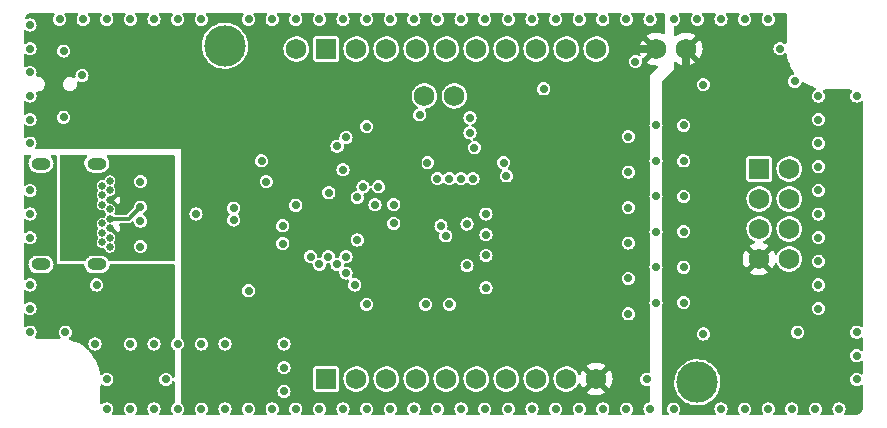
<source format=gbr>
%TF.GenerationSoftware,KiCad,Pcbnew,6.0.0*%
%TF.CreationDate,2022-09-17T11:35:22+02:00*%
%TF.ProjectId,cowprobe-rp,636f7770-726f-4626-952d-72702e6b6963,1*%
%TF.SameCoordinates,Original*%
%TF.FileFunction,Copper,L3,Inr*%
%TF.FilePolarity,Positive*%
%FSLAX46Y46*%
G04 Gerber Fmt 4.6, Leading zero omitted, Abs format (unit mm)*
G04 Created by KiCad (PCBNEW 6.0.0) date 2022-09-17 11:35:22*
%MOMM*%
%LPD*%
G01*
G04 APERTURE LIST*
%TA.AperFunction,ComponentPad*%
%ADD10C,1.750000*%
%TD*%
%TA.AperFunction,ComponentPad*%
%ADD11R,1.750000X1.750000*%
%TD*%
%TA.AperFunction,ComponentPad*%
%ADD12C,0.650000*%
%TD*%
%TA.AperFunction,ComponentPad*%
%ADD13O,1.600000X1.000000*%
%TD*%
%TA.AperFunction,ComponentPad*%
%ADD14C,3.500000*%
%TD*%
%TA.AperFunction,ViaPad*%
%ADD15C,0.711200*%
%TD*%
%TA.AperFunction,Conductor*%
%ADD16C,0.406400*%
%TD*%
%TA.AperFunction,Conductor*%
%ADD17C,0.304800*%
%TD*%
%TA.AperFunction,Conductor*%
%ADD18C,0.711200*%
%TD*%
G04 APERTURE END LIST*
D10*
%TO.N,GND*%
%TO.C,SW3*%
X145380000Y-95000000D03*
%TO.N,BOOT*%
X147920000Y-95000000D03*
%TD*%
D11*
%TO.N,GND*%
%TO.C,P4*%
X137070000Y-118970000D03*
D10*
%TO.N,EXT_9*%
X139610000Y-118970000D03*
%TO.N,EXT_10*%
X142150000Y-118970000D03*
%TO.N,EXT_11*%
X144690000Y-118970000D03*
%TO.N,EXT_12*%
X147230000Y-118970000D03*
%TO.N,EXT_13*%
X149770000Y-118970000D03*
%TO.N,EXT_14*%
X152310000Y-118970000D03*
%TO.N,EXT_15*%
X154850000Y-118970000D03*
%TO.N,EXT_16*%
X157390000Y-118970000D03*
%TO.N,+3.3V*%
X159930000Y-118970000D03*
%TD*%
D11*
%TO.N,GND*%
%TO.C,P3*%
X137070000Y-91030000D03*
D10*
%TO.N,EXT_1*%
X139610000Y-91030000D03*
%TO.N,EXT_2*%
X142150000Y-91030000D03*
%TO.N,EXT_3*%
X144690000Y-91030000D03*
%TO.N,EXT_4*%
X147230000Y-91030000D03*
%TO.N,EXT_5*%
X149770000Y-91030000D03*
%TO.N,EXT_6*%
X152310000Y-91030000D03*
%TO.N,EXT_7*%
X154850000Y-91030000D03*
%TO.N,EXT_8*%
X157390000Y-91030000D03*
%TO.N,+Vdbg*%
X159930000Y-91030000D03*
%TD*%
D11*
%TO.N,GND*%
%TO.C,P2*%
X173730000Y-101190000D03*
D10*
%TO.N,D3{slash}TDO*%
X176270000Y-101190000D03*
%TO.N,UDBG_RX*%
X173730000Y-103730000D03*
%TO.N,D2{slash}TMS{slash}SWDIO*%
X176270000Y-103730000D03*
%TO.N,UDBG_TX*%
X173730000Y-106270000D03*
%TO.N,D1{slash}TCK{slash}SWCLK*%
X176270000Y-106270000D03*
%TO.N,+Vdbg*%
X173730000Y-108810000D03*
%TO.N,D0{slash}TDI*%
X176270000Y-108810000D03*
%TD*%
%TO.N,+3.3V*%
%TO.C,P6*%
X165010000Y-91030000D03*
%TO.N,+Vdbg*%
X167550000Y-91030000D03*
%TD*%
D12*
%TO.N,GND*%
%TO.C,P1*%
X118760000Y-107800000D03*
%TO.N,unconnected-(P1-PadB2)*%
X118110000Y-107400000D03*
%TO.N,unconnected-(P1-PadB3)*%
X118110000Y-106600000D03*
%TO.N,+VBus*%
X118760000Y-106200000D03*
%TO.N,unconnected-(P1-PadB5)*%
X118110000Y-105800000D03*
%TO.N,USB_D+*%
X118760000Y-105400000D03*
%TO.N,USB_D-*%
X118760000Y-104600000D03*
%TO.N,unconnected-(P1-PadB8)*%
X118110000Y-104200000D03*
%TO.N,+VBus*%
X118760000Y-103800000D03*
%TO.N,unconnected-(P1-PadB10)*%
X118110000Y-103400000D03*
%TO.N,unconnected-(P1-PadB11)*%
X118110000Y-102600000D03*
%TO.N,GND*%
X118760000Y-102200000D03*
X118760000Y-107000000D03*
X118760000Y-103000000D03*
D13*
X112930000Y-109270000D03*
X112930000Y-100730000D03*
X117660000Y-109270000D03*
X117660000Y-100730000D03*
%TD*%
D14*
%TO.N,GND*%
%TO.C,FIX1*%
X128500000Y-90750000D03*
%TD*%
%TO.N,GND*%
%TO.C,FIX2*%
X168500000Y-119250000D03*
%TD*%
D10*
%TO.N,+VBus*%
%TO.C,P5*%
X134540000Y-91030000D03*
%TD*%
D15*
%TO.N,GND*%
X124500000Y-121500000D03*
X150500000Y-88500000D03*
X112000000Y-107000000D03*
X158500000Y-88500000D03*
X122500000Y-121500000D03*
X138500000Y-88500000D03*
X140500000Y-112650000D03*
X130500000Y-88500000D03*
X175500000Y-91000000D03*
X115000000Y-115000000D03*
X178500000Y-121500000D03*
X152500000Y-88500000D03*
X158500000Y-121500000D03*
X117500000Y-116000000D03*
X170500000Y-121500000D03*
X178750000Y-113000000D03*
X174500000Y-88500000D03*
X178750000Y-101000000D03*
X178750000Y-111000000D03*
X147500000Y-112650000D03*
X150600000Y-106750000D03*
X167350000Y-103500000D03*
X168500000Y-88500000D03*
X162500000Y-88500000D03*
X172500000Y-88500000D03*
X132500000Y-121500000D03*
X155500000Y-94400000D03*
X178750000Y-95000000D03*
X178750000Y-97000000D03*
X162500000Y-121500000D03*
X114850000Y-91200000D03*
X112000000Y-97000000D03*
X130510000Y-111500000D03*
X174500000Y-121500000D03*
X178750000Y-109000000D03*
X122500000Y-116000000D03*
X150600000Y-108500000D03*
X160500000Y-88500000D03*
X118500000Y-119000000D03*
X142800000Y-104200000D03*
X121350000Y-102250000D03*
X165000000Y-106500000D03*
X128500000Y-121500000D03*
X140500000Y-97600000D03*
X114500000Y-88500000D03*
X142500000Y-121500000D03*
X165000000Y-109500000D03*
X133400000Y-107500000D03*
X165000000Y-100500000D03*
X126050000Y-105000000D03*
X148500000Y-88500000D03*
X165000000Y-112500000D03*
X152330000Y-101770000D03*
X144500000Y-88500000D03*
X123500000Y-119000000D03*
X152500000Y-121500000D03*
X136500000Y-121500000D03*
X182000000Y-95000000D03*
X128500000Y-116000000D03*
X142500000Y-88500000D03*
X138500000Y-101250000D03*
X141200000Y-104200000D03*
X134500000Y-88500000D03*
X148500000Y-121500000D03*
X165000000Y-103500000D03*
X118500000Y-121500000D03*
X156500000Y-88500000D03*
X140500000Y-88500000D03*
X150600000Y-111250000D03*
X112000000Y-89000000D03*
X166500000Y-121500000D03*
X178750000Y-99000000D03*
X124500000Y-88500000D03*
X182000000Y-117000000D03*
X117650000Y-111000000D03*
X118500000Y-88500000D03*
X182000000Y-115000000D03*
X180500000Y-121500000D03*
X154500000Y-88500000D03*
X156500000Y-121500000D03*
X146500000Y-121500000D03*
X132000000Y-102250000D03*
X165000000Y-97500000D03*
X120500000Y-88500000D03*
X116500000Y-88500000D03*
X164200000Y-119000000D03*
X178750000Y-105000000D03*
X112000000Y-113000000D03*
X132500000Y-88500000D03*
X112000000Y-103000000D03*
X172500000Y-121500000D03*
X126500000Y-121500000D03*
X169000000Y-115150000D03*
X120500000Y-116000000D03*
X178750000Y-107000000D03*
X133500000Y-120000000D03*
X142800000Y-105800000D03*
X178750000Y-103000000D03*
X124500000Y-116000000D03*
X112000000Y-115000000D03*
X133400000Y-106000000D03*
X112000000Y-91000000D03*
X163250000Y-92100000D03*
X182000000Y-119000000D03*
X150600000Y-105000000D03*
X166500000Y-88500000D03*
X164500000Y-121500000D03*
X140500000Y-121500000D03*
X126500000Y-116000000D03*
X145500000Y-112650000D03*
X136500000Y-88500000D03*
X134500000Y-121500000D03*
X130500000Y-121500000D03*
X177000000Y-115000000D03*
X154500000Y-121500000D03*
X150500000Y-121500000D03*
X133500000Y-118000000D03*
X122500000Y-88500000D03*
X116400000Y-93250000D03*
X145650000Y-100660000D03*
X146500000Y-88500000D03*
X121350000Y-107750000D03*
X126500000Y-88500000D03*
X144500000Y-121500000D03*
X138500000Y-121500000D03*
X170500000Y-88500000D03*
X176500000Y-121500000D03*
X131600000Y-100500000D03*
X112000000Y-95000000D03*
X133500000Y-116000000D03*
X145000000Y-96600000D03*
X134500000Y-104250000D03*
X112000000Y-105000000D03*
X112000000Y-111000000D03*
X114850000Y-96800000D03*
X169000000Y-94050000D03*
X120500000Y-121500000D03*
X112000000Y-99000000D03*
X176750000Y-93750000D03*
X112000000Y-93000000D03*
X164500000Y-88500000D03*
X160500000Y-121500000D03*
%TO.N,+VBus*%
X115750000Y-107750000D03*
X120250000Y-117250000D03*
X115000000Y-107750000D03*
X123500000Y-105000000D03*
X116120000Y-113000000D03*
X115000000Y-108500000D03*
X115750000Y-108500000D03*
X121350000Y-103250000D03*
X121350000Y-106750000D03*
%TO.N,USB_D+*%
X121350000Y-104400000D03*
%TO.N,USB_D-*%
X121350000Y-105600000D03*
%TO.N,+Vdbg*%
X167350000Y-99550000D03*
X167350000Y-108550000D03*
X167350000Y-96550000D03*
X169000000Y-111550000D03*
X167350000Y-102550000D03*
X173000000Y-115000000D03*
X167350000Y-105550000D03*
X167350000Y-111550000D03*
X166750000Y-115500000D03*
%TO.N,+3.3V*%
X130000000Y-116000000D03*
X146500000Y-109000000D03*
X162650000Y-108550000D03*
X140750000Y-109410000D03*
X131000000Y-117000000D03*
X155500000Y-97800000D03*
X163250000Y-115500000D03*
X139450000Y-99250000D03*
X167350000Y-106500000D03*
X162650000Y-102550000D03*
X162650000Y-105550000D03*
X162650000Y-99550000D03*
X144900000Y-100040000D03*
X162650000Y-96550000D03*
X131000000Y-116000000D03*
X130000000Y-117000000D03*
X162650000Y-111550000D03*
X149000000Y-107600000D03*
X136000000Y-104500000D03*
X113200000Y-98650000D03*
%TO.N,IO_RX*%
X140200000Y-102700000D03*
X162650000Y-104450000D03*
%TO.N,IO_D0*%
X139500000Y-111000000D03*
X162650000Y-113450000D03*
%TO.N,IO_TX*%
X162650000Y-107450000D03*
X141500000Y-102700000D03*
%TO.N,DIR_D0*%
X138750000Y-110000000D03*
X167350000Y-112500000D03*
%TO.N,IO_D1*%
X162650000Y-110450000D03*
X138750000Y-108600000D03*
%TO.N,DIR_D1*%
X167350000Y-109500000D03*
X139700000Y-107200000D03*
%TO.N,IO_D3*%
X162650000Y-98450000D03*
X138750000Y-98500000D03*
%TO.N,DIR_D3*%
X167350000Y-97500000D03*
X138000000Y-99250000D03*
%TO.N,IO_D2*%
X139700000Y-103600000D03*
X162650000Y-101450000D03*
%TO.N,DIR_D2*%
X167350000Y-100500000D03*
X137300000Y-103200000D03*
%TO.N,Net-(C10-Pad1)*%
X149000000Y-109350000D03*
X149000000Y-105850000D03*
X135750000Y-108600000D03*
%TO.N,RST*%
X138000000Y-109250000D03*
%TO.N,FL_D0*%
X152100000Y-100650000D03*
X149500000Y-102000000D03*
%TO.N,FL_D2*%
X148500000Y-102000000D03*
X149620000Y-99390000D03*
%TO.N,FL_D1*%
X149250000Y-98120000D03*
X147500000Y-102000000D03*
%TO.N,BOOT*%
X146500000Y-102000000D03*
X149250000Y-96850000D03*
%TO.N,/USBD_D-*%
X129250000Y-105500000D03*
X147200000Y-106850000D03*
%TO.N,/USBD_D+*%
X146800000Y-106000000D03*
X129250000Y-104500000D03*
%TO.N,Net-(TP4-Pad1)*%
X136500000Y-109250000D03*
%TO.N,Net-(TP5-Pad1)*%
X137250000Y-108600000D03*
%TD*%
D16*
%TO.N,+VBus*%
X123090000Y-106750000D02*
X123500000Y-106340000D01*
X123500000Y-106340000D02*
X123500000Y-105000000D01*
X123020000Y-103250000D02*
X123500000Y-103730000D01*
X121350000Y-103250000D02*
X123020000Y-103250000D01*
X121350000Y-106750000D02*
X123090000Y-106750000D01*
X123500000Y-103730000D02*
X123500000Y-105000000D01*
D17*
%TO.N,USB_D+*%
X120350000Y-105400000D02*
X118760000Y-105400000D01*
X121350000Y-104400000D02*
X120350000Y-105400000D01*
D16*
%TO.N,+Vdbg*%
X166250000Y-102550000D02*
X166250000Y-99550000D01*
X166250000Y-111550000D02*
X167350000Y-111550000D01*
X172490000Y-110050000D02*
X172490000Y-114490000D01*
D18*
X167550000Y-91030000D02*
X167550000Y-93460000D01*
D16*
X171780000Y-116220000D02*
X173000000Y-115000000D01*
X167470000Y-116220000D02*
X171780000Y-116220000D01*
X166250000Y-108550000D02*
X167350000Y-108550000D01*
X166250000Y-102550000D02*
X167350000Y-102550000D01*
X166250000Y-96550000D02*
X167350000Y-96550000D01*
X166250000Y-111550000D02*
X166250000Y-115000000D01*
D18*
X167550000Y-93460000D02*
X167350000Y-93660000D01*
D16*
X166250000Y-105550000D02*
X166250000Y-108550000D01*
X166250000Y-105550000D02*
X166250000Y-102550000D01*
X173730000Y-108810000D02*
X172490000Y-110050000D01*
X167350000Y-105550000D02*
X166250000Y-105550000D01*
X166750000Y-115500000D02*
X167470000Y-116220000D01*
X166250000Y-99550000D02*
X166250000Y-96550000D01*
X166250000Y-108550000D02*
X166250000Y-111550000D01*
X166250000Y-115000000D02*
X166750000Y-115500000D01*
X172490000Y-114490000D02*
X173000000Y-115000000D01*
X166250000Y-99550000D02*
X167350000Y-99550000D01*
D18*
X167350000Y-93660000D02*
X167350000Y-96550000D01*
D16*
%TO.N,+3.3V*%
X130460000Y-102380000D02*
X131330000Y-103250000D01*
X134340000Y-108230000D02*
X135690000Y-106880000D01*
X128280000Y-98650000D02*
X130460000Y-100830000D01*
D17*
X149760000Y-104170000D02*
X149760000Y-106840000D01*
D16*
X132000000Y-115000000D02*
X162750000Y-115000000D01*
X163750000Y-111550000D02*
X163750000Y-115000000D01*
D17*
X150840000Y-99500000D02*
X150840000Y-103090000D01*
D16*
X163750000Y-108550000D02*
X162650000Y-108550000D01*
X141590000Y-109410000D02*
X142000000Y-109000000D01*
X113200000Y-98650000D02*
X128280000Y-98650000D01*
X163750000Y-111550000D02*
X162650000Y-111550000D01*
X162650000Y-96550000D02*
X163750000Y-96550000D01*
X140750000Y-109410000D02*
X141590000Y-109410000D01*
X163750000Y-108550000D02*
X163750000Y-111550000D01*
D18*
X162760000Y-91030000D02*
X165010000Y-91030000D01*
D17*
X155500000Y-97800000D02*
X154800000Y-98500000D01*
X151840000Y-98500000D02*
X150840000Y-99500000D01*
D16*
X130000000Y-116000000D02*
X130000000Y-114540000D01*
X147600000Y-109000000D02*
X149000000Y-107600000D01*
X163750000Y-96550000D02*
X163750000Y-99550000D01*
X163750000Y-99550000D02*
X163750000Y-102550000D01*
D17*
X149760000Y-106840000D02*
X149000000Y-107600000D01*
D18*
X161830000Y-91960000D02*
X162760000Y-91030000D01*
D16*
X140670000Y-99250000D02*
X139450000Y-99250000D01*
X131330000Y-103250000D02*
X134750000Y-103250000D01*
X142000000Y-109000000D02*
X146500000Y-109000000D01*
X136550000Y-105050000D02*
X136550000Y-106880000D01*
X163750000Y-99550000D02*
X162650000Y-99550000D01*
X143990000Y-102570000D02*
X140670000Y-99250000D01*
X146500000Y-109000000D02*
X147600000Y-109000000D01*
X134750000Y-103250000D02*
X136000000Y-104500000D01*
X131000000Y-116000000D02*
X132000000Y-115000000D01*
X163750000Y-105550000D02*
X162650000Y-105550000D01*
X135690000Y-106880000D02*
X136550000Y-106880000D01*
X138220000Y-106880000D02*
X136550000Y-106880000D01*
X130460000Y-100830000D02*
X130460000Y-102380000D01*
X144900000Y-101660000D02*
X143990000Y-102570000D01*
D18*
X162650000Y-96550000D02*
X161830000Y-95730000D01*
D16*
X142000000Y-109000000D02*
X142000000Y-108120000D01*
X163750000Y-102550000D02*
X162650000Y-102550000D01*
D18*
X161830000Y-95730000D02*
X161830000Y-91960000D01*
D16*
X140750000Y-109410000D02*
X138220000Y-106880000D01*
X162750000Y-115000000D02*
X163250000Y-115500000D01*
X163750000Y-115000000D02*
X163250000Y-115500000D01*
X163750000Y-105550000D02*
X163750000Y-108550000D01*
D17*
X150840000Y-103090000D02*
X149760000Y-104170000D01*
D16*
X130000000Y-114540000D02*
X134340000Y-110200000D01*
X163750000Y-102550000D02*
X163750000Y-105550000D01*
D17*
X154800000Y-98500000D02*
X151840000Y-98500000D01*
D16*
X134340000Y-110200000D02*
X134340000Y-108230000D01*
X142000000Y-108120000D02*
X143990000Y-106130000D01*
X136000000Y-104500000D02*
X136550000Y-105050000D01*
X143990000Y-106130000D02*
X143990000Y-102570000D01*
X144900000Y-100040000D02*
X144900000Y-101660000D01*
%TD*%
%TA.AperFunction,Conductor*%
%TO.N,+3.3V*%
G36*
X114033700Y-87970002D02*
G01*
X114080193Y-88023658D01*
X114090297Y-88093932D01*
X114065541Y-88152704D01*
X114026543Y-88203527D01*
X114014247Y-88219551D01*
X113958213Y-88354829D01*
X113939101Y-88500000D01*
X113940179Y-88508188D01*
X113953575Y-88609938D01*
X113958213Y-88645171D01*
X114014247Y-88780449D01*
X114019274Y-88787000D01*
X114019275Y-88787002D01*
X114098356Y-88890062D01*
X114098359Y-88890065D01*
X114103385Y-88896615D01*
X114219550Y-88985753D01*
X114227176Y-88988912D01*
X114227178Y-88988913D01*
X114347199Y-89038627D01*
X114347202Y-89038628D01*
X114354829Y-89041787D01*
X114500000Y-89060899D01*
X114508188Y-89059821D01*
X114636983Y-89042865D01*
X114645171Y-89041787D01*
X114652798Y-89038628D01*
X114652801Y-89038627D01*
X114772822Y-88988913D01*
X114772824Y-88988912D01*
X114780450Y-88985753D01*
X114896615Y-88896615D01*
X114901641Y-88890065D01*
X114901644Y-88890062D01*
X114980725Y-88787002D01*
X114980726Y-88787000D01*
X114985753Y-88780449D01*
X115041787Y-88645171D01*
X115046426Y-88609938D01*
X115059821Y-88508188D01*
X115060899Y-88500000D01*
X115041787Y-88354829D01*
X114985753Y-88219551D01*
X114973458Y-88203527D01*
X114934459Y-88152704D01*
X114908858Y-88086484D01*
X114923122Y-88016935D01*
X114972723Y-87966139D01*
X115034421Y-87950000D01*
X115965579Y-87950000D01*
X116033700Y-87970002D01*
X116080193Y-88023658D01*
X116090297Y-88093932D01*
X116065541Y-88152704D01*
X116026543Y-88203527D01*
X116014247Y-88219551D01*
X115958213Y-88354829D01*
X115939101Y-88500000D01*
X115940179Y-88508188D01*
X115953575Y-88609938D01*
X115958213Y-88645171D01*
X116014247Y-88780449D01*
X116019274Y-88787000D01*
X116019275Y-88787002D01*
X116098356Y-88890062D01*
X116098359Y-88890065D01*
X116103385Y-88896615D01*
X116219550Y-88985753D01*
X116227176Y-88988912D01*
X116227178Y-88988913D01*
X116347199Y-89038627D01*
X116347202Y-89038628D01*
X116354829Y-89041787D01*
X116500000Y-89060899D01*
X116508188Y-89059821D01*
X116636983Y-89042865D01*
X116645171Y-89041787D01*
X116652798Y-89038628D01*
X116652801Y-89038627D01*
X116772822Y-88988913D01*
X116772824Y-88988912D01*
X116780450Y-88985753D01*
X116896615Y-88896615D01*
X116901641Y-88890065D01*
X116901644Y-88890062D01*
X116980725Y-88787002D01*
X116980726Y-88787000D01*
X116985753Y-88780449D01*
X117041787Y-88645171D01*
X117046426Y-88609938D01*
X117059821Y-88508188D01*
X117060899Y-88500000D01*
X117041787Y-88354829D01*
X116985753Y-88219551D01*
X116973458Y-88203527D01*
X116934459Y-88152704D01*
X116908858Y-88086484D01*
X116923122Y-88016935D01*
X116972723Y-87966139D01*
X117034421Y-87950000D01*
X117965579Y-87950000D01*
X118033700Y-87970002D01*
X118080193Y-88023658D01*
X118090297Y-88093932D01*
X118065541Y-88152704D01*
X118026543Y-88203527D01*
X118014247Y-88219551D01*
X117958213Y-88354829D01*
X117939101Y-88500000D01*
X117940179Y-88508188D01*
X117953575Y-88609938D01*
X117958213Y-88645171D01*
X118014247Y-88780449D01*
X118019274Y-88787000D01*
X118019275Y-88787002D01*
X118098356Y-88890062D01*
X118098359Y-88890065D01*
X118103385Y-88896615D01*
X118219550Y-88985753D01*
X118227176Y-88988912D01*
X118227178Y-88988913D01*
X118347199Y-89038627D01*
X118347202Y-89038628D01*
X118354829Y-89041787D01*
X118500000Y-89060899D01*
X118508188Y-89059821D01*
X118636983Y-89042865D01*
X118645171Y-89041787D01*
X118652798Y-89038628D01*
X118652801Y-89038627D01*
X118772822Y-88988913D01*
X118772824Y-88988912D01*
X118780450Y-88985753D01*
X118896615Y-88896615D01*
X118901641Y-88890065D01*
X118901644Y-88890062D01*
X118980725Y-88787002D01*
X118980726Y-88787000D01*
X118985753Y-88780449D01*
X119041787Y-88645171D01*
X119046426Y-88609938D01*
X119059821Y-88508188D01*
X119060899Y-88500000D01*
X119041787Y-88354829D01*
X118985753Y-88219551D01*
X118973458Y-88203527D01*
X118934459Y-88152704D01*
X118908858Y-88086484D01*
X118923122Y-88016935D01*
X118972723Y-87966139D01*
X119034421Y-87950000D01*
X119965579Y-87950000D01*
X120033700Y-87970002D01*
X120080193Y-88023658D01*
X120090297Y-88093932D01*
X120065541Y-88152704D01*
X120026543Y-88203527D01*
X120014247Y-88219551D01*
X119958213Y-88354829D01*
X119939101Y-88500000D01*
X119940179Y-88508188D01*
X119953575Y-88609938D01*
X119958213Y-88645171D01*
X120014247Y-88780449D01*
X120019274Y-88787000D01*
X120019275Y-88787002D01*
X120098356Y-88890062D01*
X120098359Y-88890065D01*
X120103385Y-88896615D01*
X120219550Y-88985753D01*
X120227176Y-88988912D01*
X120227178Y-88988913D01*
X120347199Y-89038627D01*
X120347202Y-89038628D01*
X120354829Y-89041787D01*
X120500000Y-89060899D01*
X120508188Y-89059821D01*
X120636983Y-89042865D01*
X120645171Y-89041787D01*
X120652798Y-89038628D01*
X120652801Y-89038627D01*
X120772822Y-88988913D01*
X120772824Y-88988912D01*
X120780450Y-88985753D01*
X120896615Y-88896615D01*
X120901641Y-88890065D01*
X120901644Y-88890062D01*
X120980725Y-88787002D01*
X120980726Y-88787000D01*
X120985753Y-88780449D01*
X121041787Y-88645171D01*
X121046426Y-88609938D01*
X121059821Y-88508188D01*
X121060899Y-88500000D01*
X121041787Y-88354829D01*
X120985753Y-88219551D01*
X120973458Y-88203527D01*
X120934459Y-88152704D01*
X120908858Y-88086484D01*
X120923122Y-88016935D01*
X120972723Y-87966139D01*
X121034421Y-87950000D01*
X121965579Y-87950000D01*
X122033700Y-87970002D01*
X122080193Y-88023658D01*
X122090297Y-88093932D01*
X122065541Y-88152704D01*
X122026543Y-88203527D01*
X122014247Y-88219551D01*
X121958213Y-88354829D01*
X121939101Y-88500000D01*
X121940179Y-88508188D01*
X121953575Y-88609938D01*
X121958213Y-88645171D01*
X122014247Y-88780449D01*
X122019274Y-88787000D01*
X122019275Y-88787002D01*
X122098356Y-88890062D01*
X122098359Y-88890065D01*
X122103385Y-88896615D01*
X122219550Y-88985753D01*
X122227176Y-88988912D01*
X122227178Y-88988913D01*
X122347199Y-89038627D01*
X122347202Y-89038628D01*
X122354829Y-89041787D01*
X122500000Y-89060899D01*
X122508188Y-89059821D01*
X122636983Y-89042865D01*
X122645171Y-89041787D01*
X122652798Y-89038628D01*
X122652801Y-89038627D01*
X122772822Y-88988913D01*
X122772824Y-88988912D01*
X122780450Y-88985753D01*
X122896615Y-88896615D01*
X122901641Y-88890065D01*
X122901644Y-88890062D01*
X122980725Y-88787002D01*
X122980726Y-88787000D01*
X122985753Y-88780449D01*
X123041787Y-88645171D01*
X123046426Y-88609938D01*
X123059821Y-88508188D01*
X123060899Y-88500000D01*
X123041787Y-88354829D01*
X122985753Y-88219551D01*
X122973458Y-88203527D01*
X122934459Y-88152704D01*
X122908858Y-88086484D01*
X122923122Y-88016935D01*
X122972723Y-87966139D01*
X123034421Y-87950000D01*
X123965579Y-87950000D01*
X124033700Y-87970002D01*
X124080193Y-88023658D01*
X124090297Y-88093932D01*
X124065541Y-88152704D01*
X124026543Y-88203527D01*
X124014247Y-88219551D01*
X123958213Y-88354829D01*
X123939101Y-88500000D01*
X123940179Y-88508188D01*
X123953575Y-88609938D01*
X123958213Y-88645171D01*
X124014247Y-88780449D01*
X124019274Y-88787000D01*
X124019275Y-88787002D01*
X124098356Y-88890062D01*
X124098359Y-88890065D01*
X124103385Y-88896615D01*
X124219550Y-88985753D01*
X124227176Y-88988912D01*
X124227178Y-88988913D01*
X124347199Y-89038627D01*
X124347202Y-89038628D01*
X124354829Y-89041787D01*
X124500000Y-89060899D01*
X124508188Y-89059821D01*
X124636983Y-89042865D01*
X124645171Y-89041787D01*
X124652798Y-89038628D01*
X124652801Y-89038627D01*
X124772822Y-88988913D01*
X124772824Y-88988912D01*
X124780450Y-88985753D01*
X124896615Y-88896615D01*
X124901641Y-88890065D01*
X124901644Y-88890062D01*
X124980725Y-88787002D01*
X124980726Y-88787000D01*
X124985753Y-88780449D01*
X125041787Y-88645171D01*
X125046426Y-88609938D01*
X125059821Y-88508188D01*
X125060899Y-88500000D01*
X125041787Y-88354829D01*
X124985753Y-88219551D01*
X124973458Y-88203527D01*
X124934459Y-88152704D01*
X124908858Y-88086484D01*
X124923122Y-88016935D01*
X124972723Y-87966139D01*
X125034421Y-87950000D01*
X125965579Y-87950000D01*
X126033700Y-87970002D01*
X126080193Y-88023658D01*
X126090297Y-88093932D01*
X126065541Y-88152704D01*
X126026543Y-88203527D01*
X126014247Y-88219551D01*
X125958213Y-88354829D01*
X125939101Y-88500000D01*
X125940179Y-88508188D01*
X125953575Y-88609938D01*
X125958213Y-88645171D01*
X126014247Y-88780449D01*
X126019274Y-88787000D01*
X126019275Y-88787002D01*
X126098356Y-88890062D01*
X126098359Y-88890065D01*
X126103385Y-88896615D01*
X126219550Y-88985753D01*
X126227176Y-88988912D01*
X126227178Y-88988913D01*
X126347199Y-89038627D01*
X126347202Y-89038628D01*
X126354829Y-89041787D01*
X126500000Y-89060899D01*
X126508188Y-89059821D01*
X126636983Y-89042865D01*
X126645171Y-89041787D01*
X126652798Y-89038628D01*
X126652801Y-89038627D01*
X126772822Y-88988913D01*
X126772824Y-88988912D01*
X126780450Y-88985753D01*
X126896615Y-88896615D01*
X126901641Y-88890065D01*
X126901644Y-88890062D01*
X126980725Y-88787002D01*
X126980726Y-88787000D01*
X126985753Y-88780449D01*
X127041787Y-88645171D01*
X127046426Y-88609938D01*
X127059821Y-88508188D01*
X127060899Y-88500000D01*
X127041787Y-88354829D01*
X126985753Y-88219551D01*
X126973458Y-88203527D01*
X126934459Y-88152704D01*
X126908858Y-88086484D01*
X126923122Y-88016935D01*
X126972723Y-87966139D01*
X127034421Y-87950000D01*
X129965579Y-87950000D01*
X130033700Y-87970002D01*
X130080193Y-88023658D01*
X130090297Y-88093932D01*
X130065541Y-88152704D01*
X130026543Y-88203527D01*
X130014247Y-88219551D01*
X129958213Y-88354829D01*
X129939101Y-88500000D01*
X129940179Y-88508188D01*
X129953575Y-88609938D01*
X129958213Y-88645171D01*
X130014247Y-88780449D01*
X130019274Y-88787000D01*
X130019275Y-88787002D01*
X130098356Y-88890062D01*
X130098359Y-88890065D01*
X130103385Y-88896615D01*
X130219550Y-88985753D01*
X130227176Y-88988912D01*
X130227178Y-88988913D01*
X130347199Y-89038627D01*
X130347202Y-89038628D01*
X130354829Y-89041787D01*
X130500000Y-89060899D01*
X130508188Y-89059821D01*
X130636983Y-89042865D01*
X130645171Y-89041787D01*
X130652798Y-89038628D01*
X130652801Y-89038627D01*
X130772822Y-88988913D01*
X130772824Y-88988912D01*
X130780450Y-88985753D01*
X130896615Y-88896615D01*
X130901641Y-88890065D01*
X130901644Y-88890062D01*
X130980725Y-88787002D01*
X130980726Y-88787000D01*
X130985753Y-88780449D01*
X131041787Y-88645171D01*
X131046426Y-88609938D01*
X131059821Y-88508188D01*
X131060899Y-88500000D01*
X131041787Y-88354829D01*
X130985753Y-88219551D01*
X130973458Y-88203527D01*
X130934459Y-88152704D01*
X130908858Y-88086484D01*
X130923122Y-88016935D01*
X130972723Y-87966139D01*
X131034421Y-87950000D01*
X131965579Y-87950000D01*
X132033700Y-87970002D01*
X132080193Y-88023658D01*
X132090297Y-88093932D01*
X132065541Y-88152704D01*
X132026543Y-88203527D01*
X132014247Y-88219551D01*
X131958213Y-88354829D01*
X131939101Y-88500000D01*
X131940179Y-88508188D01*
X131953575Y-88609938D01*
X131958213Y-88645171D01*
X132014247Y-88780449D01*
X132019274Y-88787000D01*
X132019275Y-88787002D01*
X132098356Y-88890062D01*
X132098359Y-88890065D01*
X132103385Y-88896615D01*
X132219550Y-88985753D01*
X132227176Y-88988912D01*
X132227178Y-88988913D01*
X132347199Y-89038627D01*
X132347202Y-89038628D01*
X132354829Y-89041787D01*
X132500000Y-89060899D01*
X132508188Y-89059821D01*
X132636983Y-89042865D01*
X132645171Y-89041787D01*
X132652798Y-89038628D01*
X132652801Y-89038627D01*
X132772822Y-88988913D01*
X132772824Y-88988912D01*
X132780450Y-88985753D01*
X132896615Y-88896615D01*
X132901641Y-88890065D01*
X132901644Y-88890062D01*
X132980725Y-88787002D01*
X132980726Y-88787000D01*
X132985753Y-88780449D01*
X133041787Y-88645171D01*
X133046426Y-88609938D01*
X133059821Y-88508188D01*
X133060899Y-88500000D01*
X133041787Y-88354829D01*
X132985753Y-88219551D01*
X132973458Y-88203527D01*
X132934459Y-88152704D01*
X132908858Y-88086484D01*
X132923122Y-88016935D01*
X132972723Y-87966139D01*
X133034421Y-87950000D01*
X133965579Y-87950000D01*
X134033700Y-87970002D01*
X134080193Y-88023658D01*
X134090297Y-88093932D01*
X134065541Y-88152704D01*
X134026543Y-88203527D01*
X134014247Y-88219551D01*
X133958213Y-88354829D01*
X133939101Y-88500000D01*
X133940179Y-88508188D01*
X133953575Y-88609938D01*
X133958213Y-88645171D01*
X134014247Y-88780449D01*
X134019274Y-88787000D01*
X134019275Y-88787002D01*
X134098356Y-88890062D01*
X134098359Y-88890065D01*
X134103385Y-88896615D01*
X134219550Y-88985753D01*
X134227176Y-88988912D01*
X134227178Y-88988913D01*
X134347199Y-89038627D01*
X134347202Y-89038628D01*
X134354829Y-89041787D01*
X134500000Y-89060899D01*
X134508188Y-89059821D01*
X134636983Y-89042865D01*
X134645171Y-89041787D01*
X134652798Y-89038628D01*
X134652801Y-89038627D01*
X134772822Y-88988913D01*
X134772824Y-88988912D01*
X134780450Y-88985753D01*
X134896615Y-88896615D01*
X134901641Y-88890065D01*
X134901644Y-88890062D01*
X134980725Y-88787002D01*
X134980726Y-88787000D01*
X134985753Y-88780449D01*
X135041787Y-88645171D01*
X135046426Y-88609938D01*
X135059821Y-88508188D01*
X135060899Y-88500000D01*
X135041787Y-88354829D01*
X134985753Y-88219551D01*
X134973458Y-88203527D01*
X134934459Y-88152704D01*
X134908858Y-88086484D01*
X134923122Y-88016935D01*
X134972723Y-87966139D01*
X135034421Y-87950000D01*
X135965579Y-87950000D01*
X136033700Y-87970002D01*
X136080193Y-88023658D01*
X136090297Y-88093932D01*
X136065541Y-88152704D01*
X136026543Y-88203527D01*
X136014247Y-88219551D01*
X135958213Y-88354829D01*
X135939101Y-88500000D01*
X135940179Y-88508188D01*
X135953575Y-88609938D01*
X135958213Y-88645171D01*
X136014247Y-88780449D01*
X136019274Y-88787000D01*
X136019275Y-88787002D01*
X136098356Y-88890062D01*
X136098359Y-88890065D01*
X136103385Y-88896615D01*
X136219550Y-88985753D01*
X136227176Y-88988912D01*
X136227178Y-88988913D01*
X136347199Y-89038627D01*
X136347202Y-89038628D01*
X136354829Y-89041787D01*
X136500000Y-89060899D01*
X136508188Y-89059821D01*
X136636983Y-89042865D01*
X136645171Y-89041787D01*
X136652798Y-89038628D01*
X136652801Y-89038627D01*
X136772822Y-88988913D01*
X136772824Y-88988912D01*
X136780450Y-88985753D01*
X136896615Y-88896615D01*
X136901641Y-88890065D01*
X136901644Y-88890062D01*
X136980725Y-88787002D01*
X136980726Y-88787000D01*
X136985753Y-88780449D01*
X137041787Y-88645171D01*
X137046426Y-88609938D01*
X137059821Y-88508188D01*
X137060899Y-88500000D01*
X137041787Y-88354829D01*
X136985753Y-88219551D01*
X136973458Y-88203527D01*
X136934459Y-88152704D01*
X136908858Y-88086484D01*
X136923122Y-88016935D01*
X136972723Y-87966139D01*
X137034421Y-87950000D01*
X137965579Y-87950000D01*
X138033700Y-87970002D01*
X138080193Y-88023658D01*
X138090297Y-88093932D01*
X138065541Y-88152704D01*
X138026543Y-88203527D01*
X138014247Y-88219551D01*
X137958213Y-88354829D01*
X137939101Y-88500000D01*
X137940179Y-88508188D01*
X137953575Y-88609938D01*
X137958213Y-88645171D01*
X138014247Y-88780449D01*
X138019274Y-88787000D01*
X138019275Y-88787002D01*
X138098356Y-88890062D01*
X138098359Y-88890065D01*
X138103385Y-88896615D01*
X138219550Y-88985753D01*
X138227176Y-88988912D01*
X138227178Y-88988913D01*
X138347199Y-89038627D01*
X138347202Y-89038628D01*
X138354829Y-89041787D01*
X138500000Y-89060899D01*
X138508188Y-89059821D01*
X138636983Y-89042865D01*
X138645171Y-89041787D01*
X138652798Y-89038628D01*
X138652801Y-89038627D01*
X138772822Y-88988913D01*
X138772824Y-88988912D01*
X138780450Y-88985753D01*
X138896615Y-88896615D01*
X138901641Y-88890065D01*
X138901644Y-88890062D01*
X138980725Y-88787002D01*
X138980726Y-88787000D01*
X138985753Y-88780449D01*
X139041787Y-88645171D01*
X139046426Y-88609938D01*
X139059821Y-88508188D01*
X139060899Y-88500000D01*
X139041787Y-88354829D01*
X138985753Y-88219551D01*
X138973458Y-88203527D01*
X138934459Y-88152704D01*
X138908858Y-88086484D01*
X138923122Y-88016935D01*
X138972723Y-87966139D01*
X139034421Y-87950000D01*
X139965579Y-87950000D01*
X140033700Y-87970002D01*
X140080193Y-88023658D01*
X140090297Y-88093932D01*
X140065541Y-88152704D01*
X140026543Y-88203527D01*
X140014247Y-88219551D01*
X139958213Y-88354829D01*
X139939101Y-88500000D01*
X139940179Y-88508188D01*
X139953575Y-88609938D01*
X139958213Y-88645171D01*
X140014247Y-88780449D01*
X140019274Y-88787000D01*
X140019275Y-88787002D01*
X140098356Y-88890062D01*
X140098359Y-88890065D01*
X140103385Y-88896615D01*
X140219550Y-88985753D01*
X140227176Y-88988912D01*
X140227178Y-88988913D01*
X140347199Y-89038627D01*
X140347202Y-89038628D01*
X140354829Y-89041787D01*
X140500000Y-89060899D01*
X140508188Y-89059821D01*
X140636983Y-89042865D01*
X140645171Y-89041787D01*
X140652798Y-89038628D01*
X140652801Y-89038627D01*
X140772822Y-88988913D01*
X140772824Y-88988912D01*
X140780450Y-88985753D01*
X140896615Y-88896615D01*
X140901641Y-88890065D01*
X140901644Y-88890062D01*
X140980725Y-88787002D01*
X140980726Y-88787000D01*
X140985753Y-88780449D01*
X141041787Y-88645171D01*
X141046426Y-88609938D01*
X141059821Y-88508188D01*
X141060899Y-88500000D01*
X141041787Y-88354829D01*
X140985753Y-88219551D01*
X140973458Y-88203527D01*
X140934459Y-88152704D01*
X140908858Y-88086484D01*
X140923122Y-88016935D01*
X140972723Y-87966139D01*
X141034421Y-87950000D01*
X141965579Y-87950000D01*
X142033700Y-87970002D01*
X142080193Y-88023658D01*
X142090297Y-88093932D01*
X142065541Y-88152704D01*
X142026543Y-88203527D01*
X142014247Y-88219551D01*
X141958213Y-88354829D01*
X141939101Y-88500000D01*
X141940179Y-88508188D01*
X141953575Y-88609938D01*
X141958213Y-88645171D01*
X142014247Y-88780449D01*
X142019274Y-88787000D01*
X142019275Y-88787002D01*
X142098356Y-88890062D01*
X142098359Y-88890065D01*
X142103385Y-88896615D01*
X142219550Y-88985753D01*
X142227176Y-88988912D01*
X142227178Y-88988913D01*
X142347199Y-89038627D01*
X142347202Y-89038628D01*
X142354829Y-89041787D01*
X142500000Y-89060899D01*
X142508188Y-89059821D01*
X142636983Y-89042865D01*
X142645171Y-89041787D01*
X142652798Y-89038628D01*
X142652801Y-89038627D01*
X142772822Y-88988913D01*
X142772824Y-88988912D01*
X142780450Y-88985753D01*
X142896615Y-88896615D01*
X142901641Y-88890065D01*
X142901644Y-88890062D01*
X142980725Y-88787002D01*
X142980726Y-88787000D01*
X142985753Y-88780449D01*
X143041787Y-88645171D01*
X143046426Y-88609938D01*
X143059821Y-88508188D01*
X143060899Y-88500000D01*
X143041787Y-88354829D01*
X142985753Y-88219551D01*
X142973458Y-88203527D01*
X142934459Y-88152704D01*
X142908858Y-88086484D01*
X142923122Y-88016935D01*
X142972723Y-87966139D01*
X143034421Y-87950000D01*
X143965579Y-87950000D01*
X144033700Y-87970002D01*
X144080193Y-88023658D01*
X144090297Y-88093932D01*
X144065541Y-88152704D01*
X144026543Y-88203527D01*
X144014247Y-88219551D01*
X143958213Y-88354829D01*
X143939101Y-88500000D01*
X143940179Y-88508188D01*
X143953575Y-88609938D01*
X143958213Y-88645171D01*
X144014247Y-88780449D01*
X144019274Y-88787000D01*
X144019275Y-88787002D01*
X144098356Y-88890062D01*
X144098359Y-88890065D01*
X144103385Y-88896615D01*
X144219550Y-88985753D01*
X144227176Y-88988912D01*
X144227178Y-88988913D01*
X144347199Y-89038627D01*
X144347202Y-89038628D01*
X144354829Y-89041787D01*
X144500000Y-89060899D01*
X144508188Y-89059821D01*
X144636983Y-89042865D01*
X144645171Y-89041787D01*
X144652798Y-89038628D01*
X144652801Y-89038627D01*
X144772822Y-88988913D01*
X144772824Y-88988912D01*
X144780450Y-88985753D01*
X144896615Y-88896615D01*
X144901641Y-88890065D01*
X144901644Y-88890062D01*
X144980725Y-88787002D01*
X144980726Y-88787000D01*
X144985753Y-88780449D01*
X145041787Y-88645171D01*
X145046426Y-88609938D01*
X145059821Y-88508188D01*
X145060899Y-88500000D01*
X145041787Y-88354829D01*
X144985753Y-88219551D01*
X144973458Y-88203527D01*
X144934459Y-88152704D01*
X144908858Y-88086484D01*
X144923122Y-88016935D01*
X144972723Y-87966139D01*
X145034421Y-87950000D01*
X145965579Y-87950000D01*
X146033700Y-87970002D01*
X146080193Y-88023658D01*
X146090297Y-88093932D01*
X146065541Y-88152704D01*
X146026543Y-88203527D01*
X146014247Y-88219551D01*
X145958213Y-88354829D01*
X145939101Y-88500000D01*
X145940179Y-88508188D01*
X145953575Y-88609938D01*
X145958213Y-88645171D01*
X146014247Y-88780449D01*
X146019274Y-88787000D01*
X146019275Y-88787002D01*
X146098356Y-88890062D01*
X146098359Y-88890065D01*
X146103385Y-88896615D01*
X146219550Y-88985753D01*
X146227176Y-88988912D01*
X146227178Y-88988913D01*
X146347199Y-89038627D01*
X146347202Y-89038628D01*
X146354829Y-89041787D01*
X146500000Y-89060899D01*
X146508188Y-89059821D01*
X146636983Y-89042865D01*
X146645171Y-89041787D01*
X146652798Y-89038628D01*
X146652801Y-89038627D01*
X146772822Y-88988913D01*
X146772824Y-88988912D01*
X146780450Y-88985753D01*
X146896615Y-88896615D01*
X146901641Y-88890065D01*
X146901644Y-88890062D01*
X146980725Y-88787002D01*
X146980726Y-88787000D01*
X146985753Y-88780449D01*
X147041787Y-88645171D01*
X147046426Y-88609938D01*
X147059821Y-88508188D01*
X147060899Y-88500000D01*
X147041787Y-88354829D01*
X146985753Y-88219551D01*
X146973458Y-88203527D01*
X146934459Y-88152704D01*
X146908858Y-88086484D01*
X146923122Y-88016935D01*
X146972723Y-87966139D01*
X147034421Y-87950000D01*
X147965579Y-87950000D01*
X148033700Y-87970002D01*
X148080193Y-88023658D01*
X148090297Y-88093932D01*
X148065541Y-88152704D01*
X148026543Y-88203527D01*
X148014247Y-88219551D01*
X147958213Y-88354829D01*
X147939101Y-88500000D01*
X147940179Y-88508188D01*
X147953575Y-88609938D01*
X147958213Y-88645171D01*
X148014247Y-88780449D01*
X148019274Y-88787000D01*
X148019275Y-88787002D01*
X148098356Y-88890062D01*
X148098359Y-88890065D01*
X148103385Y-88896615D01*
X148219550Y-88985753D01*
X148227176Y-88988912D01*
X148227178Y-88988913D01*
X148347199Y-89038627D01*
X148347202Y-89038628D01*
X148354829Y-89041787D01*
X148500000Y-89060899D01*
X148508188Y-89059821D01*
X148636983Y-89042865D01*
X148645171Y-89041787D01*
X148652798Y-89038628D01*
X148652801Y-89038627D01*
X148772822Y-88988913D01*
X148772824Y-88988912D01*
X148780450Y-88985753D01*
X148896615Y-88896615D01*
X148901641Y-88890065D01*
X148901644Y-88890062D01*
X148980725Y-88787002D01*
X148980726Y-88787000D01*
X148985753Y-88780449D01*
X149041787Y-88645171D01*
X149046426Y-88609938D01*
X149059821Y-88508188D01*
X149060899Y-88500000D01*
X149041787Y-88354829D01*
X148985753Y-88219551D01*
X148973458Y-88203527D01*
X148934459Y-88152704D01*
X148908858Y-88086484D01*
X148923122Y-88016935D01*
X148972723Y-87966139D01*
X149034421Y-87950000D01*
X149965579Y-87950000D01*
X150033700Y-87970002D01*
X150080193Y-88023658D01*
X150090297Y-88093932D01*
X150065541Y-88152704D01*
X150026543Y-88203527D01*
X150014247Y-88219551D01*
X149958213Y-88354829D01*
X149939101Y-88500000D01*
X149940179Y-88508188D01*
X149953575Y-88609938D01*
X149958213Y-88645171D01*
X150014247Y-88780449D01*
X150019274Y-88787000D01*
X150019275Y-88787002D01*
X150098356Y-88890062D01*
X150098359Y-88890065D01*
X150103385Y-88896615D01*
X150219550Y-88985753D01*
X150227176Y-88988912D01*
X150227178Y-88988913D01*
X150347199Y-89038627D01*
X150347202Y-89038628D01*
X150354829Y-89041787D01*
X150500000Y-89060899D01*
X150508188Y-89059821D01*
X150636983Y-89042865D01*
X150645171Y-89041787D01*
X150652798Y-89038628D01*
X150652801Y-89038627D01*
X150772822Y-88988913D01*
X150772824Y-88988912D01*
X150780450Y-88985753D01*
X150896615Y-88896615D01*
X150901641Y-88890065D01*
X150901644Y-88890062D01*
X150980725Y-88787002D01*
X150980726Y-88787000D01*
X150985753Y-88780449D01*
X151041787Y-88645171D01*
X151046426Y-88609938D01*
X151059821Y-88508188D01*
X151060899Y-88500000D01*
X151041787Y-88354829D01*
X150985753Y-88219551D01*
X150973458Y-88203527D01*
X150934459Y-88152704D01*
X150908858Y-88086484D01*
X150923122Y-88016935D01*
X150972723Y-87966139D01*
X151034421Y-87950000D01*
X151965579Y-87950000D01*
X152033700Y-87970002D01*
X152080193Y-88023658D01*
X152090297Y-88093932D01*
X152065541Y-88152704D01*
X152026543Y-88203527D01*
X152014247Y-88219551D01*
X151958213Y-88354829D01*
X151939101Y-88500000D01*
X151940179Y-88508188D01*
X151953575Y-88609938D01*
X151958213Y-88645171D01*
X152014247Y-88780449D01*
X152019274Y-88787000D01*
X152019275Y-88787002D01*
X152098356Y-88890062D01*
X152098359Y-88890065D01*
X152103385Y-88896615D01*
X152219550Y-88985753D01*
X152227176Y-88988912D01*
X152227178Y-88988913D01*
X152347199Y-89038627D01*
X152347202Y-89038628D01*
X152354829Y-89041787D01*
X152500000Y-89060899D01*
X152508188Y-89059821D01*
X152636983Y-89042865D01*
X152645171Y-89041787D01*
X152652798Y-89038628D01*
X152652801Y-89038627D01*
X152772822Y-88988913D01*
X152772824Y-88988912D01*
X152780450Y-88985753D01*
X152896615Y-88896615D01*
X152901641Y-88890065D01*
X152901644Y-88890062D01*
X152980725Y-88787002D01*
X152980726Y-88787000D01*
X152985753Y-88780449D01*
X153041787Y-88645171D01*
X153046426Y-88609938D01*
X153059821Y-88508188D01*
X153060899Y-88500000D01*
X153041787Y-88354829D01*
X152985753Y-88219551D01*
X152973458Y-88203527D01*
X152934459Y-88152704D01*
X152908858Y-88086484D01*
X152923122Y-88016935D01*
X152972723Y-87966139D01*
X153034421Y-87950000D01*
X153965579Y-87950000D01*
X154033700Y-87970002D01*
X154080193Y-88023658D01*
X154090297Y-88093932D01*
X154065541Y-88152704D01*
X154026543Y-88203527D01*
X154014247Y-88219551D01*
X153958213Y-88354829D01*
X153939101Y-88500000D01*
X153940179Y-88508188D01*
X153953575Y-88609938D01*
X153958213Y-88645171D01*
X154014247Y-88780449D01*
X154019274Y-88787000D01*
X154019275Y-88787002D01*
X154098356Y-88890062D01*
X154098359Y-88890065D01*
X154103385Y-88896615D01*
X154219550Y-88985753D01*
X154227176Y-88988912D01*
X154227178Y-88988913D01*
X154347199Y-89038627D01*
X154347202Y-89038628D01*
X154354829Y-89041787D01*
X154500000Y-89060899D01*
X154508188Y-89059821D01*
X154636983Y-89042865D01*
X154645171Y-89041787D01*
X154652798Y-89038628D01*
X154652801Y-89038627D01*
X154772822Y-88988913D01*
X154772824Y-88988912D01*
X154780450Y-88985753D01*
X154896615Y-88896615D01*
X154901641Y-88890065D01*
X154901644Y-88890062D01*
X154980725Y-88787002D01*
X154980726Y-88787000D01*
X154985753Y-88780449D01*
X155041787Y-88645171D01*
X155046426Y-88609938D01*
X155059821Y-88508188D01*
X155060899Y-88500000D01*
X155041787Y-88354829D01*
X154985753Y-88219551D01*
X154973458Y-88203527D01*
X154934459Y-88152704D01*
X154908858Y-88086484D01*
X154923122Y-88016935D01*
X154972723Y-87966139D01*
X155034421Y-87950000D01*
X155965579Y-87950000D01*
X156033700Y-87970002D01*
X156080193Y-88023658D01*
X156090297Y-88093932D01*
X156065541Y-88152704D01*
X156026543Y-88203527D01*
X156014247Y-88219551D01*
X155958213Y-88354829D01*
X155939101Y-88500000D01*
X155940179Y-88508188D01*
X155953575Y-88609938D01*
X155958213Y-88645171D01*
X156014247Y-88780449D01*
X156019274Y-88787000D01*
X156019275Y-88787002D01*
X156098356Y-88890062D01*
X156098359Y-88890065D01*
X156103385Y-88896615D01*
X156219550Y-88985753D01*
X156227176Y-88988912D01*
X156227178Y-88988913D01*
X156347199Y-89038627D01*
X156347202Y-89038628D01*
X156354829Y-89041787D01*
X156500000Y-89060899D01*
X156508188Y-89059821D01*
X156636983Y-89042865D01*
X156645171Y-89041787D01*
X156652798Y-89038628D01*
X156652801Y-89038627D01*
X156772822Y-88988913D01*
X156772824Y-88988912D01*
X156780450Y-88985753D01*
X156896615Y-88896615D01*
X156901641Y-88890065D01*
X156901644Y-88890062D01*
X156980725Y-88787002D01*
X156980726Y-88787000D01*
X156985753Y-88780449D01*
X157041787Y-88645171D01*
X157046426Y-88609938D01*
X157059821Y-88508188D01*
X157060899Y-88500000D01*
X157041787Y-88354829D01*
X156985753Y-88219551D01*
X156973458Y-88203527D01*
X156934459Y-88152704D01*
X156908858Y-88086484D01*
X156923122Y-88016935D01*
X156972723Y-87966139D01*
X157034421Y-87950000D01*
X157965579Y-87950000D01*
X158033700Y-87970002D01*
X158080193Y-88023658D01*
X158090297Y-88093932D01*
X158065541Y-88152704D01*
X158026543Y-88203527D01*
X158014247Y-88219551D01*
X157958213Y-88354829D01*
X157939101Y-88500000D01*
X157940179Y-88508188D01*
X157953575Y-88609938D01*
X157958213Y-88645171D01*
X158014247Y-88780449D01*
X158019274Y-88787000D01*
X158019275Y-88787002D01*
X158098356Y-88890062D01*
X158098359Y-88890065D01*
X158103385Y-88896615D01*
X158219550Y-88985753D01*
X158227176Y-88988912D01*
X158227178Y-88988913D01*
X158347199Y-89038627D01*
X158347202Y-89038628D01*
X158354829Y-89041787D01*
X158500000Y-89060899D01*
X158508188Y-89059821D01*
X158636983Y-89042865D01*
X158645171Y-89041787D01*
X158652798Y-89038628D01*
X158652801Y-89038627D01*
X158772822Y-88988913D01*
X158772824Y-88988912D01*
X158780450Y-88985753D01*
X158896615Y-88896615D01*
X158901641Y-88890065D01*
X158901644Y-88890062D01*
X158980725Y-88787002D01*
X158980726Y-88787000D01*
X158985753Y-88780449D01*
X159041787Y-88645171D01*
X159046426Y-88609938D01*
X159059821Y-88508188D01*
X159060899Y-88500000D01*
X159041787Y-88354829D01*
X158985753Y-88219551D01*
X158973458Y-88203527D01*
X158934459Y-88152704D01*
X158908858Y-88086484D01*
X158923122Y-88016935D01*
X158972723Y-87966139D01*
X159034421Y-87950000D01*
X159965579Y-87950000D01*
X160033700Y-87970002D01*
X160080193Y-88023658D01*
X160090297Y-88093932D01*
X160065541Y-88152704D01*
X160026543Y-88203527D01*
X160014247Y-88219551D01*
X159958213Y-88354829D01*
X159939101Y-88500000D01*
X159940179Y-88508188D01*
X159953575Y-88609938D01*
X159958213Y-88645171D01*
X160014247Y-88780449D01*
X160019274Y-88787000D01*
X160019275Y-88787002D01*
X160098356Y-88890062D01*
X160098359Y-88890065D01*
X160103385Y-88896615D01*
X160219550Y-88985753D01*
X160227176Y-88988912D01*
X160227178Y-88988913D01*
X160347199Y-89038627D01*
X160347202Y-89038628D01*
X160354829Y-89041787D01*
X160500000Y-89060899D01*
X160508188Y-89059821D01*
X160636983Y-89042865D01*
X160645171Y-89041787D01*
X160652798Y-89038628D01*
X160652801Y-89038627D01*
X160772822Y-88988913D01*
X160772824Y-88988912D01*
X160780450Y-88985753D01*
X160896615Y-88896615D01*
X160901641Y-88890065D01*
X160901644Y-88890062D01*
X160980725Y-88787002D01*
X160980726Y-88787000D01*
X160985753Y-88780449D01*
X161041787Y-88645171D01*
X161046426Y-88609938D01*
X161059821Y-88508188D01*
X161060899Y-88500000D01*
X161041787Y-88354829D01*
X160985753Y-88219551D01*
X160973458Y-88203527D01*
X160934459Y-88152704D01*
X160908858Y-88086484D01*
X160923122Y-88016935D01*
X160972723Y-87966139D01*
X161034421Y-87950000D01*
X161965579Y-87950000D01*
X162033700Y-87970002D01*
X162080193Y-88023658D01*
X162090297Y-88093932D01*
X162065541Y-88152704D01*
X162026543Y-88203527D01*
X162014247Y-88219551D01*
X161958213Y-88354829D01*
X161939101Y-88500000D01*
X161940179Y-88508188D01*
X161953575Y-88609938D01*
X161958213Y-88645171D01*
X162014247Y-88780449D01*
X162019274Y-88787000D01*
X162019275Y-88787002D01*
X162098356Y-88890062D01*
X162098359Y-88890065D01*
X162103385Y-88896615D01*
X162219550Y-88985753D01*
X162227176Y-88988912D01*
X162227178Y-88988913D01*
X162347199Y-89038627D01*
X162347202Y-89038628D01*
X162354829Y-89041787D01*
X162500000Y-89060899D01*
X162508188Y-89059821D01*
X162636983Y-89042865D01*
X162645171Y-89041787D01*
X162652798Y-89038628D01*
X162652801Y-89038627D01*
X162772822Y-88988913D01*
X162772824Y-88988912D01*
X162780450Y-88985753D01*
X162896615Y-88896615D01*
X162901641Y-88890065D01*
X162901644Y-88890062D01*
X162980725Y-88787002D01*
X162980726Y-88787000D01*
X162985753Y-88780449D01*
X163041787Y-88645171D01*
X163046426Y-88609938D01*
X163059821Y-88508188D01*
X163060899Y-88500000D01*
X163041787Y-88354829D01*
X162985753Y-88219551D01*
X162973458Y-88203527D01*
X162934459Y-88152704D01*
X162908858Y-88086484D01*
X162923122Y-88016935D01*
X162972723Y-87966139D01*
X163034421Y-87950000D01*
X163965579Y-87950000D01*
X164033700Y-87970002D01*
X164080193Y-88023658D01*
X164090297Y-88093932D01*
X164065541Y-88152704D01*
X164026543Y-88203527D01*
X164014247Y-88219551D01*
X163958213Y-88354829D01*
X163939101Y-88500000D01*
X163940179Y-88508188D01*
X163953575Y-88609938D01*
X163958213Y-88645171D01*
X164014247Y-88780449D01*
X164019274Y-88787000D01*
X164019275Y-88787002D01*
X164098356Y-88890062D01*
X164098359Y-88890065D01*
X164103385Y-88896615D01*
X164219550Y-88985753D01*
X164227176Y-88988912D01*
X164227178Y-88988913D01*
X164347199Y-89038627D01*
X164347202Y-89038628D01*
X164354829Y-89041787D01*
X164500000Y-89060899D01*
X164508188Y-89059821D01*
X164636983Y-89042865D01*
X164645171Y-89041787D01*
X164652798Y-89038628D01*
X164652801Y-89038627D01*
X164772822Y-88988913D01*
X164772824Y-88988912D01*
X164780450Y-88985753D01*
X164896615Y-88896615D01*
X164901641Y-88890065D01*
X164901644Y-88890062D01*
X164980725Y-88787002D01*
X164980726Y-88787000D01*
X164985753Y-88780449D01*
X165041787Y-88645171D01*
X165046426Y-88609938D01*
X165059821Y-88508188D01*
X165060899Y-88500000D01*
X165041787Y-88354829D01*
X164985753Y-88219551D01*
X164973458Y-88203527D01*
X164934459Y-88152704D01*
X164908858Y-88086484D01*
X164923122Y-88016935D01*
X164972723Y-87966139D01*
X165034421Y-87950000D01*
X165624000Y-87950000D01*
X165692121Y-87970002D01*
X165738614Y-88023658D01*
X165750000Y-88076000D01*
X165750000Y-89646823D01*
X165729998Y-89714944D01*
X165676342Y-89761437D01*
X165606068Y-89771541D01*
X165579051Y-89763694D01*
X165578867Y-89764214D01*
X165369364Y-89690026D01*
X165359401Y-89687394D01*
X165145687Y-89649326D01*
X165135434Y-89648356D01*
X164918366Y-89645703D01*
X164908082Y-89646423D01*
X164693507Y-89679258D01*
X164683479Y-89681647D01*
X164477147Y-89749087D01*
X164467637Y-89753084D01*
X164275095Y-89853315D01*
X164266370Y-89858809D01*
X164241819Y-89877243D01*
X164233365Y-89888569D01*
X164240111Y-89900901D01*
X165280115Y-90940905D01*
X165314141Y-91003217D01*
X165309076Y-91074032D01*
X165280115Y-91119095D01*
X164238460Y-92160750D01*
X164231700Y-92173130D01*
X164236981Y-92180184D01*
X164405919Y-92278904D01*
X164415202Y-92283351D01*
X164618002Y-92360793D01*
X164627900Y-92363669D01*
X164840625Y-92406948D01*
X164850852Y-92408167D01*
X165035572Y-92414940D01*
X165102914Y-92437424D01*
X165147409Y-92492747D01*
X165154932Y-92563344D01*
X165120050Y-92629950D01*
X164500000Y-93250000D01*
X164500000Y-97228883D01*
X164490409Y-97277101D01*
X164458213Y-97354829D01*
X164457135Y-97363017D01*
X164453347Y-97391787D01*
X164439101Y-97500000D01*
X164458213Y-97645171D01*
X164461373Y-97652800D01*
X164490409Y-97722899D01*
X164500000Y-97771117D01*
X164500000Y-100228883D01*
X164490409Y-100277101D01*
X164458213Y-100354829D01*
X164439101Y-100500000D01*
X164458213Y-100645171D01*
X164461373Y-100652800D01*
X164490409Y-100722899D01*
X164500000Y-100771117D01*
X164500000Y-103228883D01*
X164490409Y-103277101D01*
X164458213Y-103354829D01*
X164439101Y-103500000D01*
X164458213Y-103645171D01*
X164461373Y-103652800D01*
X164490409Y-103722899D01*
X164500000Y-103771117D01*
X164500000Y-106228883D01*
X164490409Y-106277101D01*
X164458213Y-106354829D01*
X164457135Y-106363017D01*
X164453347Y-106391787D01*
X164439101Y-106500000D01*
X164440179Y-106508188D01*
X164456289Y-106630553D01*
X164458213Y-106645171D01*
X164461373Y-106652800D01*
X164490409Y-106722899D01*
X164500000Y-106771117D01*
X164500000Y-109228883D01*
X164490409Y-109277101D01*
X164458213Y-109354829D01*
X164439101Y-109500000D01*
X164440179Y-109508188D01*
X164453575Y-109609938D01*
X164458213Y-109645171D01*
X164461373Y-109652800D01*
X164490409Y-109722899D01*
X164500000Y-109771117D01*
X164500000Y-112228883D01*
X164490409Y-112277101D01*
X164458213Y-112354829D01*
X164439101Y-112500000D01*
X164458213Y-112645171D01*
X164461373Y-112652800D01*
X164490409Y-112722899D01*
X164500000Y-112771117D01*
X164500000Y-118336609D01*
X164479998Y-118404730D01*
X164426342Y-118451223D01*
X164356068Y-118461327D01*
X164349374Y-118459954D01*
X164345171Y-118458213D01*
X164200000Y-118439101D01*
X164054829Y-118458213D01*
X163919551Y-118514247D01*
X163913000Y-118519274D01*
X163912998Y-118519275D01*
X163853443Y-118564974D01*
X163803385Y-118603385D01*
X163714247Y-118719551D01*
X163658213Y-118854829D01*
X163639101Y-119000000D01*
X163658213Y-119145171D01*
X163714247Y-119280449D01*
X163719274Y-119287000D01*
X163719275Y-119287002D01*
X163798356Y-119390062D01*
X163798359Y-119390065D01*
X163803385Y-119396615D01*
X163809935Y-119401641D01*
X163809936Y-119401642D01*
X163913000Y-119480727D01*
X163919550Y-119485753D01*
X163927176Y-119488912D01*
X163927178Y-119488913D01*
X164047199Y-119538627D01*
X164047202Y-119538628D01*
X164054829Y-119541787D01*
X164063017Y-119542865D01*
X164127415Y-119551343D01*
X164200000Y-119560899D01*
X164345171Y-119541787D01*
X164345201Y-119541775D01*
X164412365Y-119543374D01*
X164471161Y-119583168D01*
X164499109Y-119648433D01*
X164500000Y-119663391D01*
X164500000Y-120828602D01*
X164479998Y-120896723D01*
X164426342Y-120943216D01*
X164390446Y-120953524D01*
X164354829Y-120958213D01*
X164219551Y-121014247D01*
X164103385Y-121103385D01*
X164014247Y-121219551D01*
X163958213Y-121354829D01*
X163939101Y-121500000D01*
X163958213Y-121645171D01*
X164014247Y-121780449D01*
X164019274Y-121787000D01*
X164019275Y-121787002D01*
X164065541Y-121847296D01*
X164091142Y-121913516D01*
X164076878Y-121983065D01*
X164027277Y-122033861D01*
X163965579Y-122050000D01*
X163034421Y-122050000D01*
X162966300Y-122029998D01*
X162919807Y-121976342D01*
X162909703Y-121906068D01*
X162934459Y-121847296D01*
X162980725Y-121787002D01*
X162980726Y-121787000D01*
X162985753Y-121780449D01*
X163041787Y-121645171D01*
X163060899Y-121500000D01*
X163041787Y-121354829D01*
X162985753Y-121219551D01*
X162980725Y-121212998D01*
X162901644Y-121109938D01*
X162901641Y-121109935D01*
X162896615Y-121103385D01*
X162780450Y-121014247D01*
X162772824Y-121011088D01*
X162772822Y-121011087D01*
X162652801Y-120961373D01*
X162652798Y-120961372D01*
X162645171Y-120958213D01*
X162500000Y-120939101D01*
X162354829Y-120958213D01*
X162219551Y-121014247D01*
X162103385Y-121103385D01*
X162014247Y-121219551D01*
X161958213Y-121354829D01*
X161939101Y-121500000D01*
X161958213Y-121645171D01*
X162014247Y-121780449D01*
X162019274Y-121787000D01*
X162019275Y-121787002D01*
X162065541Y-121847296D01*
X162091142Y-121913516D01*
X162076878Y-121983065D01*
X162027277Y-122033861D01*
X161965579Y-122050000D01*
X161034421Y-122050000D01*
X160966300Y-122029998D01*
X160919807Y-121976342D01*
X160909703Y-121906068D01*
X160934459Y-121847296D01*
X160980725Y-121787002D01*
X160980726Y-121787000D01*
X160985753Y-121780449D01*
X161041787Y-121645171D01*
X161060899Y-121500000D01*
X161041787Y-121354829D01*
X160985753Y-121219551D01*
X160980725Y-121212998D01*
X160901644Y-121109938D01*
X160901641Y-121109935D01*
X160896615Y-121103385D01*
X160780450Y-121014247D01*
X160772824Y-121011088D01*
X160772822Y-121011087D01*
X160652801Y-120961373D01*
X160652798Y-120961372D01*
X160645171Y-120958213D01*
X160500000Y-120939101D01*
X160354829Y-120958213D01*
X160219551Y-121014247D01*
X160103385Y-121103385D01*
X160014247Y-121219551D01*
X159958213Y-121354829D01*
X159939101Y-121500000D01*
X159958213Y-121645171D01*
X160014247Y-121780449D01*
X160019274Y-121787000D01*
X160019275Y-121787002D01*
X160065541Y-121847296D01*
X160091142Y-121913516D01*
X160076878Y-121983065D01*
X160027277Y-122033861D01*
X159965579Y-122050000D01*
X159034421Y-122050000D01*
X158966300Y-122029998D01*
X158919807Y-121976342D01*
X158909703Y-121906068D01*
X158934459Y-121847296D01*
X158980725Y-121787002D01*
X158980726Y-121787000D01*
X158985753Y-121780449D01*
X159041787Y-121645171D01*
X159060899Y-121500000D01*
X159041787Y-121354829D01*
X158985753Y-121219551D01*
X158980725Y-121212998D01*
X158901644Y-121109938D01*
X158901641Y-121109935D01*
X158896615Y-121103385D01*
X158780450Y-121014247D01*
X158772824Y-121011088D01*
X158772822Y-121011087D01*
X158652801Y-120961373D01*
X158652798Y-120961372D01*
X158645171Y-120958213D01*
X158500000Y-120939101D01*
X158354829Y-120958213D01*
X158219551Y-121014247D01*
X158103385Y-121103385D01*
X158014247Y-121219551D01*
X157958213Y-121354829D01*
X157939101Y-121500000D01*
X157958213Y-121645171D01*
X158014247Y-121780449D01*
X158019274Y-121787000D01*
X158019275Y-121787002D01*
X158065541Y-121847296D01*
X158091142Y-121913516D01*
X158076878Y-121983065D01*
X158027277Y-122033861D01*
X157965579Y-122050000D01*
X157034421Y-122050000D01*
X156966300Y-122029998D01*
X156919807Y-121976342D01*
X156909703Y-121906068D01*
X156934459Y-121847296D01*
X156980725Y-121787002D01*
X156980726Y-121787000D01*
X156985753Y-121780449D01*
X157041787Y-121645171D01*
X157060899Y-121500000D01*
X157041787Y-121354829D01*
X156985753Y-121219551D01*
X156980725Y-121212998D01*
X156901644Y-121109938D01*
X156901641Y-121109935D01*
X156896615Y-121103385D01*
X156780450Y-121014247D01*
X156772824Y-121011088D01*
X156772822Y-121011087D01*
X156652801Y-120961373D01*
X156652798Y-120961372D01*
X156645171Y-120958213D01*
X156500000Y-120939101D01*
X156354829Y-120958213D01*
X156219551Y-121014247D01*
X156103385Y-121103385D01*
X156014247Y-121219551D01*
X155958213Y-121354829D01*
X155939101Y-121500000D01*
X155958213Y-121645171D01*
X156014247Y-121780449D01*
X156019274Y-121787000D01*
X156019275Y-121787002D01*
X156065541Y-121847296D01*
X156091142Y-121913516D01*
X156076878Y-121983065D01*
X156027277Y-122033861D01*
X155965579Y-122050000D01*
X155034421Y-122050000D01*
X154966300Y-122029998D01*
X154919807Y-121976342D01*
X154909703Y-121906068D01*
X154934459Y-121847296D01*
X154980725Y-121787002D01*
X154980726Y-121787000D01*
X154985753Y-121780449D01*
X155041787Y-121645171D01*
X155060899Y-121500000D01*
X155041787Y-121354829D01*
X154985753Y-121219551D01*
X154980725Y-121212998D01*
X154901644Y-121109938D01*
X154901641Y-121109935D01*
X154896615Y-121103385D01*
X154780450Y-121014247D01*
X154772824Y-121011088D01*
X154772822Y-121011087D01*
X154652801Y-120961373D01*
X154652798Y-120961372D01*
X154645171Y-120958213D01*
X154500000Y-120939101D01*
X154354829Y-120958213D01*
X154219551Y-121014247D01*
X154103385Y-121103385D01*
X154014247Y-121219551D01*
X153958213Y-121354829D01*
X153939101Y-121500000D01*
X153958213Y-121645171D01*
X154014247Y-121780449D01*
X154019274Y-121787000D01*
X154019275Y-121787002D01*
X154065541Y-121847296D01*
X154091142Y-121913516D01*
X154076878Y-121983065D01*
X154027277Y-122033861D01*
X153965579Y-122050000D01*
X153034421Y-122050000D01*
X152966300Y-122029998D01*
X152919807Y-121976342D01*
X152909703Y-121906068D01*
X152934459Y-121847296D01*
X152980725Y-121787002D01*
X152980726Y-121787000D01*
X152985753Y-121780449D01*
X153041787Y-121645171D01*
X153060899Y-121500000D01*
X153041787Y-121354829D01*
X152985753Y-121219551D01*
X152980725Y-121212998D01*
X152901644Y-121109938D01*
X152901641Y-121109935D01*
X152896615Y-121103385D01*
X152780450Y-121014247D01*
X152772824Y-121011088D01*
X152772822Y-121011087D01*
X152652801Y-120961373D01*
X152652798Y-120961372D01*
X152645171Y-120958213D01*
X152500000Y-120939101D01*
X152354829Y-120958213D01*
X152219551Y-121014247D01*
X152103385Y-121103385D01*
X152014247Y-121219551D01*
X151958213Y-121354829D01*
X151939101Y-121500000D01*
X151958213Y-121645171D01*
X152014247Y-121780449D01*
X152019274Y-121787000D01*
X152019275Y-121787002D01*
X152065541Y-121847296D01*
X152091142Y-121913516D01*
X152076878Y-121983065D01*
X152027277Y-122033861D01*
X151965579Y-122050000D01*
X151034421Y-122050000D01*
X150966300Y-122029998D01*
X150919807Y-121976342D01*
X150909703Y-121906068D01*
X150934459Y-121847296D01*
X150980725Y-121787002D01*
X150980726Y-121787000D01*
X150985753Y-121780449D01*
X151041787Y-121645171D01*
X151060899Y-121500000D01*
X151041787Y-121354829D01*
X150985753Y-121219551D01*
X150980725Y-121212998D01*
X150901644Y-121109938D01*
X150901641Y-121109935D01*
X150896615Y-121103385D01*
X150780450Y-121014247D01*
X150772824Y-121011088D01*
X150772822Y-121011087D01*
X150652801Y-120961373D01*
X150652798Y-120961372D01*
X150645171Y-120958213D01*
X150500000Y-120939101D01*
X150354829Y-120958213D01*
X150219551Y-121014247D01*
X150103385Y-121103385D01*
X150014247Y-121219551D01*
X149958213Y-121354829D01*
X149939101Y-121500000D01*
X149958213Y-121645171D01*
X150014247Y-121780449D01*
X150019274Y-121787000D01*
X150019275Y-121787002D01*
X150065541Y-121847296D01*
X150091142Y-121913516D01*
X150076878Y-121983065D01*
X150027277Y-122033861D01*
X149965579Y-122050000D01*
X149034421Y-122050000D01*
X148966300Y-122029998D01*
X148919807Y-121976342D01*
X148909703Y-121906068D01*
X148934459Y-121847296D01*
X148980725Y-121787002D01*
X148980726Y-121787000D01*
X148985753Y-121780449D01*
X149041787Y-121645171D01*
X149060899Y-121500000D01*
X149041787Y-121354829D01*
X148985753Y-121219551D01*
X148980725Y-121212998D01*
X148901644Y-121109938D01*
X148901641Y-121109935D01*
X148896615Y-121103385D01*
X148780450Y-121014247D01*
X148772824Y-121011088D01*
X148772822Y-121011087D01*
X148652801Y-120961373D01*
X148652798Y-120961372D01*
X148645171Y-120958213D01*
X148500000Y-120939101D01*
X148354829Y-120958213D01*
X148219551Y-121014247D01*
X148103385Y-121103385D01*
X148014247Y-121219551D01*
X147958213Y-121354829D01*
X147939101Y-121500000D01*
X147958213Y-121645171D01*
X148014247Y-121780449D01*
X148019274Y-121787000D01*
X148019275Y-121787002D01*
X148065541Y-121847296D01*
X148091142Y-121913516D01*
X148076878Y-121983065D01*
X148027277Y-122033861D01*
X147965579Y-122050000D01*
X147034421Y-122050000D01*
X146966300Y-122029998D01*
X146919807Y-121976342D01*
X146909703Y-121906068D01*
X146934459Y-121847296D01*
X146980725Y-121787002D01*
X146980726Y-121787000D01*
X146985753Y-121780449D01*
X147041787Y-121645171D01*
X147060899Y-121500000D01*
X147041787Y-121354829D01*
X146985753Y-121219551D01*
X146980725Y-121212998D01*
X146901644Y-121109938D01*
X146901641Y-121109935D01*
X146896615Y-121103385D01*
X146780450Y-121014247D01*
X146772824Y-121011088D01*
X146772822Y-121011087D01*
X146652801Y-120961373D01*
X146652798Y-120961372D01*
X146645171Y-120958213D01*
X146500000Y-120939101D01*
X146354829Y-120958213D01*
X146219551Y-121014247D01*
X146103385Y-121103385D01*
X146014247Y-121219551D01*
X145958213Y-121354829D01*
X145939101Y-121500000D01*
X145958213Y-121645171D01*
X146014247Y-121780449D01*
X146019274Y-121787000D01*
X146019275Y-121787002D01*
X146065541Y-121847296D01*
X146091142Y-121913516D01*
X146076878Y-121983065D01*
X146027277Y-122033861D01*
X145965579Y-122050000D01*
X145034421Y-122050000D01*
X144966300Y-122029998D01*
X144919807Y-121976342D01*
X144909703Y-121906068D01*
X144934459Y-121847296D01*
X144980725Y-121787002D01*
X144980726Y-121787000D01*
X144985753Y-121780449D01*
X145041787Y-121645171D01*
X145060899Y-121500000D01*
X145041787Y-121354829D01*
X144985753Y-121219551D01*
X144980725Y-121212998D01*
X144901644Y-121109938D01*
X144901641Y-121109935D01*
X144896615Y-121103385D01*
X144780450Y-121014247D01*
X144772824Y-121011088D01*
X144772822Y-121011087D01*
X144652801Y-120961373D01*
X144652798Y-120961372D01*
X144645171Y-120958213D01*
X144500000Y-120939101D01*
X144354829Y-120958213D01*
X144219551Y-121014247D01*
X144103385Y-121103385D01*
X144014247Y-121219551D01*
X143958213Y-121354829D01*
X143939101Y-121500000D01*
X143958213Y-121645171D01*
X144014247Y-121780449D01*
X144019274Y-121787000D01*
X144019275Y-121787002D01*
X144065541Y-121847296D01*
X144091142Y-121913516D01*
X144076878Y-121983065D01*
X144027277Y-122033861D01*
X143965579Y-122050000D01*
X143034421Y-122050000D01*
X142966300Y-122029998D01*
X142919807Y-121976342D01*
X142909703Y-121906068D01*
X142934459Y-121847296D01*
X142980725Y-121787002D01*
X142980726Y-121787000D01*
X142985753Y-121780449D01*
X143041787Y-121645171D01*
X143060899Y-121500000D01*
X143041787Y-121354829D01*
X142985753Y-121219551D01*
X142980725Y-121212998D01*
X142901644Y-121109938D01*
X142901641Y-121109935D01*
X142896615Y-121103385D01*
X142780450Y-121014247D01*
X142772824Y-121011088D01*
X142772822Y-121011087D01*
X142652801Y-120961373D01*
X142652798Y-120961372D01*
X142645171Y-120958213D01*
X142500000Y-120939101D01*
X142354829Y-120958213D01*
X142219551Y-121014247D01*
X142103385Y-121103385D01*
X142014247Y-121219551D01*
X141958213Y-121354829D01*
X141939101Y-121500000D01*
X141958213Y-121645171D01*
X142014247Y-121780449D01*
X142019274Y-121787000D01*
X142019275Y-121787002D01*
X142065541Y-121847296D01*
X142091142Y-121913516D01*
X142076878Y-121983065D01*
X142027277Y-122033861D01*
X141965579Y-122050000D01*
X141034421Y-122050000D01*
X140966300Y-122029998D01*
X140919807Y-121976342D01*
X140909703Y-121906068D01*
X140934459Y-121847296D01*
X140980725Y-121787002D01*
X140980726Y-121787000D01*
X140985753Y-121780449D01*
X141041787Y-121645171D01*
X141060899Y-121500000D01*
X141041787Y-121354829D01*
X140985753Y-121219551D01*
X140980725Y-121212998D01*
X140901644Y-121109938D01*
X140901641Y-121109935D01*
X140896615Y-121103385D01*
X140780450Y-121014247D01*
X140772824Y-121011088D01*
X140772822Y-121011087D01*
X140652801Y-120961373D01*
X140652798Y-120961372D01*
X140645171Y-120958213D01*
X140500000Y-120939101D01*
X140354829Y-120958213D01*
X140219551Y-121014247D01*
X140103385Y-121103385D01*
X140014247Y-121219551D01*
X139958213Y-121354829D01*
X139939101Y-121500000D01*
X139958213Y-121645171D01*
X140014247Y-121780449D01*
X140019274Y-121787000D01*
X140019275Y-121787002D01*
X140065541Y-121847296D01*
X140091142Y-121913516D01*
X140076878Y-121983065D01*
X140027277Y-122033861D01*
X139965579Y-122050000D01*
X139034421Y-122050000D01*
X138966300Y-122029998D01*
X138919807Y-121976342D01*
X138909703Y-121906068D01*
X138934459Y-121847296D01*
X138980725Y-121787002D01*
X138980726Y-121787000D01*
X138985753Y-121780449D01*
X139041787Y-121645171D01*
X139060899Y-121500000D01*
X139041787Y-121354829D01*
X138985753Y-121219551D01*
X138980725Y-121212998D01*
X138901644Y-121109938D01*
X138901641Y-121109935D01*
X138896615Y-121103385D01*
X138780450Y-121014247D01*
X138772824Y-121011088D01*
X138772822Y-121011087D01*
X138652801Y-120961373D01*
X138652798Y-120961372D01*
X138645171Y-120958213D01*
X138500000Y-120939101D01*
X138354829Y-120958213D01*
X138219551Y-121014247D01*
X138103385Y-121103385D01*
X138014247Y-121219551D01*
X137958213Y-121354829D01*
X137939101Y-121500000D01*
X137958213Y-121645171D01*
X138014247Y-121780449D01*
X138019274Y-121787000D01*
X138019275Y-121787002D01*
X138065541Y-121847296D01*
X138091142Y-121913516D01*
X138076878Y-121983065D01*
X138027277Y-122033861D01*
X137965579Y-122050000D01*
X137034421Y-122050000D01*
X136966300Y-122029998D01*
X136919807Y-121976342D01*
X136909703Y-121906068D01*
X136934459Y-121847296D01*
X136980725Y-121787002D01*
X136980726Y-121787000D01*
X136985753Y-121780449D01*
X137041787Y-121645171D01*
X137060899Y-121500000D01*
X137041787Y-121354829D01*
X136985753Y-121219551D01*
X136980725Y-121212998D01*
X136901644Y-121109938D01*
X136901641Y-121109935D01*
X136896615Y-121103385D01*
X136780450Y-121014247D01*
X136772824Y-121011088D01*
X136772822Y-121011087D01*
X136652801Y-120961373D01*
X136652798Y-120961372D01*
X136645171Y-120958213D01*
X136500000Y-120939101D01*
X136354829Y-120958213D01*
X136219551Y-121014247D01*
X136103385Y-121103385D01*
X136014247Y-121219551D01*
X135958213Y-121354829D01*
X135939101Y-121500000D01*
X135958213Y-121645171D01*
X136014247Y-121780449D01*
X136019274Y-121787000D01*
X136019275Y-121787002D01*
X136065541Y-121847296D01*
X136091142Y-121913516D01*
X136076878Y-121983065D01*
X136027277Y-122033861D01*
X135965579Y-122050000D01*
X135034421Y-122050000D01*
X134966300Y-122029998D01*
X134919807Y-121976342D01*
X134909703Y-121906068D01*
X134934459Y-121847296D01*
X134980725Y-121787002D01*
X134980726Y-121787000D01*
X134985753Y-121780449D01*
X135041787Y-121645171D01*
X135060899Y-121500000D01*
X135041787Y-121354829D01*
X134985753Y-121219551D01*
X134980725Y-121212998D01*
X134901644Y-121109938D01*
X134901641Y-121109935D01*
X134896615Y-121103385D01*
X134780450Y-121014247D01*
X134772824Y-121011088D01*
X134772822Y-121011087D01*
X134652801Y-120961373D01*
X134652798Y-120961372D01*
X134645171Y-120958213D01*
X134500000Y-120939101D01*
X134354829Y-120958213D01*
X134219551Y-121014247D01*
X134103385Y-121103385D01*
X134014247Y-121219551D01*
X133958213Y-121354829D01*
X133939101Y-121500000D01*
X133958213Y-121645171D01*
X134014247Y-121780449D01*
X134019274Y-121787000D01*
X134019275Y-121787002D01*
X134065541Y-121847296D01*
X134091142Y-121913516D01*
X134076878Y-121983065D01*
X134027277Y-122033861D01*
X133965579Y-122050000D01*
X133034421Y-122050000D01*
X132966300Y-122029998D01*
X132919807Y-121976342D01*
X132909703Y-121906068D01*
X132934459Y-121847296D01*
X132980725Y-121787002D01*
X132980726Y-121787000D01*
X132985753Y-121780449D01*
X133041787Y-121645171D01*
X133060899Y-121500000D01*
X133041787Y-121354829D01*
X132985753Y-121219551D01*
X132980725Y-121212998D01*
X132901644Y-121109938D01*
X132901641Y-121109935D01*
X132896615Y-121103385D01*
X132780450Y-121014247D01*
X132772824Y-121011088D01*
X132772822Y-121011087D01*
X132652801Y-120961373D01*
X132652798Y-120961372D01*
X132645171Y-120958213D01*
X132500000Y-120939101D01*
X132354829Y-120958213D01*
X132219551Y-121014247D01*
X132103385Y-121103385D01*
X132014247Y-121219551D01*
X131958213Y-121354829D01*
X131939101Y-121500000D01*
X131958213Y-121645171D01*
X132014247Y-121780449D01*
X132019274Y-121787000D01*
X132019275Y-121787002D01*
X132065541Y-121847296D01*
X132091142Y-121913516D01*
X132076878Y-121983065D01*
X132027277Y-122033861D01*
X131965579Y-122050000D01*
X131034421Y-122050000D01*
X130966300Y-122029998D01*
X130919807Y-121976342D01*
X130909703Y-121906068D01*
X130934459Y-121847296D01*
X130980725Y-121787002D01*
X130980726Y-121787000D01*
X130985753Y-121780449D01*
X131041787Y-121645171D01*
X131060899Y-121500000D01*
X131041787Y-121354829D01*
X130985753Y-121219551D01*
X130980725Y-121212998D01*
X130901644Y-121109938D01*
X130901641Y-121109935D01*
X130896615Y-121103385D01*
X130780450Y-121014247D01*
X130772824Y-121011088D01*
X130772822Y-121011087D01*
X130652801Y-120961373D01*
X130652798Y-120961372D01*
X130645171Y-120958213D01*
X130500000Y-120939101D01*
X130354829Y-120958213D01*
X130219551Y-121014247D01*
X130103385Y-121103385D01*
X130014247Y-121219551D01*
X129958213Y-121354829D01*
X129939101Y-121500000D01*
X129958213Y-121645171D01*
X130014247Y-121780449D01*
X130019274Y-121787000D01*
X130019275Y-121787002D01*
X130065541Y-121847296D01*
X130091142Y-121913516D01*
X130076878Y-121983065D01*
X130027277Y-122033861D01*
X129965579Y-122050000D01*
X129034421Y-122050000D01*
X128966300Y-122029998D01*
X128919807Y-121976342D01*
X128909703Y-121906068D01*
X128934459Y-121847296D01*
X128980725Y-121787002D01*
X128980726Y-121787000D01*
X128985753Y-121780449D01*
X129041787Y-121645171D01*
X129060899Y-121500000D01*
X129041787Y-121354829D01*
X128985753Y-121219551D01*
X128980725Y-121212998D01*
X128901644Y-121109938D01*
X128901641Y-121109935D01*
X128896615Y-121103385D01*
X128780450Y-121014247D01*
X128772824Y-121011088D01*
X128772822Y-121011087D01*
X128652801Y-120961373D01*
X128652798Y-120961372D01*
X128645171Y-120958213D01*
X128500000Y-120939101D01*
X128354829Y-120958213D01*
X128219551Y-121014247D01*
X128103385Y-121103385D01*
X128014247Y-121219551D01*
X127958213Y-121354829D01*
X127939101Y-121500000D01*
X127958213Y-121645171D01*
X128014247Y-121780449D01*
X128019274Y-121787000D01*
X128019275Y-121787002D01*
X128065541Y-121847296D01*
X128091142Y-121913516D01*
X128076878Y-121983065D01*
X128027277Y-122033861D01*
X127965579Y-122050000D01*
X127034421Y-122050000D01*
X126966300Y-122029998D01*
X126919807Y-121976342D01*
X126909703Y-121906068D01*
X126934459Y-121847296D01*
X126980725Y-121787002D01*
X126980726Y-121787000D01*
X126985753Y-121780449D01*
X127041787Y-121645171D01*
X127060899Y-121500000D01*
X127041787Y-121354829D01*
X126985753Y-121219551D01*
X126980725Y-121212998D01*
X126901644Y-121109938D01*
X126901641Y-121109935D01*
X126896615Y-121103385D01*
X126780450Y-121014247D01*
X126772824Y-121011088D01*
X126772822Y-121011087D01*
X126652801Y-120961373D01*
X126652798Y-120961372D01*
X126645171Y-120958213D01*
X126500000Y-120939101D01*
X126354829Y-120958213D01*
X126219551Y-121014247D01*
X126103385Y-121103385D01*
X126014247Y-121219551D01*
X125958213Y-121354829D01*
X125939101Y-121500000D01*
X125958213Y-121645171D01*
X126014247Y-121780449D01*
X126019274Y-121787000D01*
X126019275Y-121787002D01*
X126065541Y-121847296D01*
X126091142Y-121913516D01*
X126076878Y-121983065D01*
X126027277Y-122033861D01*
X125965579Y-122050000D01*
X125034421Y-122050000D01*
X124966300Y-122029998D01*
X124919807Y-121976342D01*
X124909703Y-121906068D01*
X124934459Y-121847296D01*
X124980725Y-121787002D01*
X124980726Y-121787000D01*
X124985753Y-121780449D01*
X125041787Y-121645171D01*
X125060899Y-121500000D01*
X125041787Y-121354829D01*
X124985753Y-121219551D01*
X124980725Y-121212998D01*
X124901644Y-121109938D01*
X124901641Y-121109935D01*
X124896615Y-121103385D01*
X124799876Y-121029153D01*
X124758009Y-120971814D01*
X124750581Y-120929136D01*
X124750989Y-120000000D01*
X132939101Y-120000000D01*
X132958213Y-120145171D01*
X133014247Y-120280449D01*
X133019274Y-120287000D01*
X133019275Y-120287002D01*
X133098356Y-120390062D01*
X133098359Y-120390065D01*
X133103385Y-120396615D01*
X133219550Y-120485753D01*
X133227176Y-120488912D01*
X133227178Y-120488913D01*
X133347199Y-120538627D01*
X133347202Y-120538628D01*
X133354829Y-120541787D01*
X133500000Y-120560899D01*
X133508188Y-120559821D01*
X133636983Y-120542865D01*
X133645171Y-120541787D01*
X133652798Y-120538628D01*
X133652801Y-120538627D01*
X133772822Y-120488913D01*
X133772824Y-120488912D01*
X133780450Y-120485753D01*
X133896615Y-120396615D01*
X133901641Y-120390065D01*
X133901644Y-120390062D01*
X133980725Y-120287002D01*
X133980726Y-120287000D01*
X133985753Y-120280449D01*
X134041787Y-120145171D01*
X134046005Y-120113130D01*
X159151700Y-120113130D01*
X159156981Y-120120184D01*
X159325919Y-120218904D01*
X159335202Y-120223351D01*
X159538002Y-120300793D01*
X159547900Y-120303669D01*
X159760625Y-120346948D01*
X159770853Y-120348167D01*
X159987788Y-120356122D01*
X159998074Y-120355655D01*
X160213400Y-120328072D01*
X160223477Y-120325930D01*
X160431401Y-120263549D01*
X160440999Y-120259788D01*
X160635947Y-120164284D01*
X160644785Y-120159015D01*
X160697172Y-120121648D01*
X160705572Y-120110948D01*
X160698585Y-120097795D01*
X159942812Y-119342022D01*
X159928868Y-119334408D01*
X159927035Y-119334539D01*
X159920420Y-119338790D01*
X159158460Y-120100750D01*
X159151700Y-120113130D01*
X134046005Y-120113130D01*
X134060899Y-120000000D01*
X134043093Y-119864748D01*
X135994500Y-119864748D01*
X136006133Y-119923231D01*
X136050448Y-119989552D01*
X136060761Y-119996443D01*
X136096413Y-120020265D01*
X136116769Y-120033867D01*
X136128938Y-120036288D01*
X136128939Y-120036288D01*
X136169184Y-120044293D01*
X136175252Y-120045500D01*
X137964748Y-120045500D01*
X137970816Y-120044293D01*
X138011061Y-120036288D01*
X138011062Y-120036288D01*
X138023231Y-120033867D01*
X138043588Y-120020265D01*
X138079239Y-119996443D01*
X138089552Y-119989552D01*
X138133867Y-119923231D01*
X138145500Y-119864748D01*
X138145500Y-118941726D01*
X138530262Y-118941726D01*
X138543190Y-119138966D01*
X138591845Y-119330547D01*
X138674599Y-119510054D01*
X138788679Y-119671474D01*
X138930266Y-119809402D01*
X139094617Y-119919217D01*
X139099919Y-119921495D01*
X139099921Y-119921496D01*
X139263585Y-119991812D01*
X139276228Y-119997244D01*
X139347698Y-120013416D01*
X139463381Y-120039593D01*
X139463387Y-120039594D01*
X139469018Y-120040868D01*
X139474789Y-120041095D01*
X139474791Y-120041095D01*
X139535384Y-120043475D01*
X139666528Y-120048628D01*
X139768334Y-120033867D01*
X139856432Y-120021094D01*
X139856437Y-120021093D01*
X139862146Y-120020265D01*
X139867610Y-120018410D01*
X139867615Y-120018409D01*
X140043848Y-119958586D01*
X140043853Y-119958584D01*
X140049320Y-119956728D01*
X140054361Y-119953905D01*
X140216742Y-119862967D01*
X140216746Y-119862964D01*
X140221780Y-119860145D01*
X140226217Y-119856454D01*
X140226221Y-119856452D01*
X140369314Y-119737443D01*
X140373752Y-119733752D01*
X140444711Y-119648433D01*
X140496452Y-119586221D01*
X140496454Y-119586217D01*
X140500145Y-119581780D01*
X140502964Y-119576746D01*
X140502967Y-119576742D01*
X140593905Y-119414361D01*
X140593905Y-119414360D01*
X140596728Y-119409320D01*
X140598584Y-119403853D01*
X140598586Y-119403848D01*
X140658409Y-119227615D01*
X140658410Y-119227610D01*
X140660265Y-119222146D01*
X140661093Y-119216437D01*
X140661094Y-119216432D01*
X140688095Y-119030202D01*
X140688628Y-119026528D01*
X140690108Y-118970000D01*
X140687510Y-118941726D01*
X141070262Y-118941726D01*
X141083190Y-119138966D01*
X141131845Y-119330547D01*
X141214599Y-119510054D01*
X141328679Y-119671474D01*
X141470266Y-119809402D01*
X141634617Y-119919217D01*
X141639919Y-119921495D01*
X141639921Y-119921496D01*
X141803585Y-119991812D01*
X141816228Y-119997244D01*
X141887698Y-120013416D01*
X142003381Y-120039593D01*
X142003387Y-120039594D01*
X142009018Y-120040868D01*
X142014789Y-120041095D01*
X142014791Y-120041095D01*
X142075384Y-120043475D01*
X142206528Y-120048628D01*
X142308334Y-120033867D01*
X142396432Y-120021094D01*
X142396437Y-120021093D01*
X142402146Y-120020265D01*
X142407610Y-120018410D01*
X142407615Y-120018409D01*
X142583848Y-119958586D01*
X142583853Y-119958584D01*
X142589320Y-119956728D01*
X142594361Y-119953905D01*
X142756742Y-119862967D01*
X142756746Y-119862964D01*
X142761780Y-119860145D01*
X142766217Y-119856454D01*
X142766221Y-119856452D01*
X142909314Y-119737443D01*
X142913752Y-119733752D01*
X142984711Y-119648433D01*
X143036452Y-119586221D01*
X143036454Y-119586217D01*
X143040145Y-119581780D01*
X143042964Y-119576746D01*
X143042967Y-119576742D01*
X143133905Y-119414361D01*
X143133905Y-119414360D01*
X143136728Y-119409320D01*
X143138584Y-119403853D01*
X143138586Y-119403848D01*
X143198409Y-119227615D01*
X143198410Y-119227610D01*
X143200265Y-119222146D01*
X143201093Y-119216437D01*
X143201094Y-119216432D01*
X143228095Y-119030202D01*
X143228628Y-119026528D01*
X143230108Y-118970000D01*
X143227510Y-118941726D01*
X143610262Y-118941726D01*
X143623190Y-119138966D01*
X143671845Y-119330547D01*
X143754599Y-119510054D01*
X143868679Y-119671474D01*
X144010266Y-119809402D01*
X144174617Y-119919217D01*
X144179919Y-119921495D01*
X144179921Y-119921496D01*
X144343585Y-119991812D01*
X144356228Y-119997244D01*
X144427698Y-120013416D01*
X144543381Y-120039593D01*
X144543387Y-120039594D01*
X144549018Y-120040868D01*
X144554789Y-120041095D01*
X144554791Y-120041095D01*
X144615384Y-120043475D01*
X144746528Y-120048628D01*
X144848334Y-120033867D01*
X144936432Y-120021094D01*
X144936437Y-120021093D01*
X144942146Y-120020265D01*
X144947610Y-120018410D01*
X144947615Y-120018409D01*
X145123848Y-119958586D01*
X145123853Y-119958584D01*
X145129320Y-119956728D01*
X145134361Y-119953905D01*
X145296742Y-119862967D01*
X145296746Y-119862964D01*
X145301780Y-119860145D01*
X145306217Y-119856454D01*
X145306221Y-119856452D01*
X145449314Y-119737443D01*
X145453752Y-119733752D01*
X145524711Y-119648433D01*
X145576452Y-119586221D01*
X145576454Y-119586217D01*
X145580145Y-119581780D01*
X145582964Y-119576746D01*
X145582967Y-119576742D01*
X145673905Y-119414361D01*
X145673905Y-119414360D01*
X145676728Y-119409320D01*
X145678584Y-119403853D01*
X145678586Y-119403848D01*
X145738409Y-119227615D01*
X145738410Y-119227610D01*
X145740265Y-119222146D01*
X145741093Y-119216437D01*
X145741094Y-119216432D01*
X145768095Y-119030202D01*
X145768628Y-119026528D01*
X145770108Y-118970000D01*
X145767510Y-118941726D01*
X146150262Y-118941726D01*
X146163190Y-119138966D01*
X146211845Y-119330547D01*
X146294599Y-119510054D01*
X146408679Y-119671474D01*
X146550266Y-119809402D01*
X146714617Y-119919217D01*
X146719919Y-119921495D01*
X146719921Y-119921496D01*
X146883585Y-119991812D01*
X146896228Y-119997244D01*
X146967698Y-120013416D01*
X147083381Y-120039593D01*
X147083387Y-120039594D01*
X147089018Y-120040868D01*
X147094789Y-120041095D01*
X147094791Y-120041095D01*
X147155384Y-120043475D01*
X147286528Y-120048628D01*
X147388334Y-120033867D01*
X147476432Y-120021094D01*
X147476437Y-120021093D01*
X147482146Y-120020265D01*
X147487610Y-120018410D01*
X147487615Y-120018409D01*
X147663848Y-119958586D01*
X147663853Y-119958584D01*
X147669320Y-119956728D01*
X147674361Y-119953905D01*
X147836742Y-119862967D01*
X147836746Y-119862964D01*
X147841780Y-119860145D01*
X147846217Y-119856454D01*
X147846221Y-119856452D01*
X147989314Y-119737443D01*
X147993752Y-119733752D01*
X148064711Y-119648433D01*
X148116452Y-119586221D01*
X148116454Y-119586217D01*
X148120145Y-119581780D01*
X148122964Y-119576746D01*
X148122967Y-119576742D01*
X148213905Y-119414361D01*
X148213905Y-119414360D01*
X148216728Y-119409320D01*
X148218584Y-119403853D01*
X148218586Y-119403848D01*
X148278409Y-119227615D01*
X148278410Y-119227610D01*
X148280265Y-119222146D01*
X148281093Y-119216437D01*
X148281094Y-119216432D01*
X148308095Y-119030202D01*
X148308628Y-119026528D01*
X148310108Y-118970000D01*
X148307510Y-118941726D01*
X148690262Y-118941726D01*
X148703190Y-119138966D01*
X148751845Y-119330547D01*
X148834599Y-119510054D01*
X148948679Y-119671474D01*
X149090266Y-119809402D01*
X149254617Y-119919217D01*
X149259919Y-119921495D01*
X149259921Y-119921496D01*
X149423585Y-119991812D01*
X149436228Y-119997244D01*
X149507698Y-120013416D01*
X149623381Y-120039593D01*
X149623387Y-120039594D01*
X149629018Y-120040868D01*
X149634789Y-120041095D01*
X149634791Y-120041095D01*
X149695384Y-120043475D01*
X149826528Y-120048628D01*
X149928334Y-120033867D01*
X150016432Y-120021094D01*
X150016437Y-120021093D01*
X150022146Y-120020265D01*
X150027610Y-120018410D01*
X150027615Y-120018409D01*
X150203848Y-119958586D01*
X150203853Y-119958584D01*
X150209320Y-119956728D01*
X150214361Y-119953905D01*
X150376742Y-119862967D01*
X150376746Y-119862964D01*
X150381780Y-119860145D01*
X150386217Y-119856454D01*
X150386221Y-119856452D01*
X150529314Y-119737443D01*
X150533752Y-119733752D01*
X150604711Y-119648433D01*
X150656452Y-119586221D01*
X150656454Y-119586217D01*
X150660145Y-119581780D01*
X150662964Y-119576746D01*
X150662967Y-119576742D01*
X150753905Y-119414361D01*
X150753905Y-119414360D01*
X150756728Y-119409320D01*
X150758584Y-119403853D01*
X150758586Y-119403848D01*
X150818409Y-119227615D01*
X150818410Y-119227610D01*
X150820265Y-119222146D01*
X150821093Y-119216437D01*
X150821094Y-119216432D01*
X150848095Y-119030202D01*
X150848628Y-119026528D01*
X150850108Y-118970000D01*
X150847510Y-118941726D01*
X151230262Y-118941726D01*
X151243190Y-119138966D01*
X151291845Y-119330547D01*
X151374599Y-119510054D01*
X151488679Y-119671474D01*
X151630266Y-119809402D01*
X151794617Y-119919217D01*
X151799919Y-119921495D01*
X151799921Y-119921496D01*
X151963585Y-119991812D01*
X151976228Y-119997244D01*
X152047698Y-120013416D01*
X152163381Y-120039593D01*
X152163387Y-120039594D01*
X152169018Y-120040868D01*
X152174789Y-120041095D01*
X152174791Y-120041095D01*
X152235384Y-120043475D01*
X152366528Y-120048628D01*
X152468334Y-120033867D01*
X152556432Y-120021094D01*
X152556437Y-120021093D01*
X152562146Y-120020265D01*
X152567610Y-120018410D01*
X152567615Y-120018409D01*
X152743848Y-119958586D01*
X152743853Y-119958584D01*
X152749320Y-119956728D01*
X152754361Y-119953905D01*
X152916742Y-119862967D01*
X152916746Y-119862964D01*
X152921780Y-119860145D01*
X152926217Y-119856454D01*
X152926221Y-119856452D01*
X153069314Y-119737443D01*
X153073752Y-119733752D01*
X153144711Y-119648433D01*
X153196452Y-119586221D01*
X153196454Y-119586217D01*
X153200145Y-119581780D01*
X153202964Y-119576746D01*
X153202967Y-119576742D01*
X153293905Y-119414361D01*
X153293905Y-119414360D01*
X153296728Y-119409320D01*
X153298584Y-119403853D01*
X153298586Y-119403848D01*
X153358409Y-119227615D01*
X153358410Y-119227610D01*
X153360265Y-119222146D01*
X153361093Y-119216437D01*
X153361094Y-119216432D01*
X153388095Y-119030202D01*
X153388628Y-119026528D01*
X153390108Y-118970000D01*
X153387510Y-118941726D01*
X153770262Y-118941726D01*
X153783190Y-119138966D01*
X153831845Y-119330547D01*
X153914599Y-119510054D01*
X154028679Y-119671474D01*
X154170266Y-119809402D01*
X154334617Y-119919217D01*
X154339919Y-119921495D01*
X154339921Y-119921496D01*
X154503585Y-119991812D01*
X154516228Y-119997244D01*
X154587698Y-120013416D01*
X154703381Y-120039593D01*
X154703387Y-120039594D01*
X154709018Y-120040868D01*
X154714789Y-120041095D01*
X154714791Y-120041095D01*
X154775384Y-120043475D01*
X154906528Y-120048628D01*
X155008334Y-120033867D01*
X155096432Y-120021094D01*
X155096437Y-120021093D01*
X155102146Y-120020265D01*
X155107610Y-120018410D01*
X155107615Y-120018409D01*
X155283848Y-119958586D01*
X155283853Y-119958584D01*
X155289320Y-119956728D01*
X155294361Y-119953905D01*
X155456742Y-119862967D01*
X155456746Y-119862964D01*
X155461780Y-119860145D01*
X155466217Y-119856454D01*
X155466221Y-119856452D01*
X155609314Y-119737443D01*
X155613752Y-119733752D01*
X155684711Y-119648433D01*
X155736452Y-119586221D01*
X155736454Y-119586217D01*
X155740145Y-119581780D01*
X155742964Y-119576746D01*
X155742967Y-119576742D01*
X155833905Y-119414361D01*
X155833905Y-119414360D01*
X155836728Y-119409320D01*
X155838584Y-119403853D01*
X155838586Y-119403848D01*
X155898409Y-119227615D01*
X155898410Y-119227610D01*
X155900265Y-119222146D01*
X155901093Y-119216437D01*
X155901094Y-119216432D01*
X155928095Y-119030202D01*
X155928628Y-119026528D01*
X155930108Y-118970000D01*
X155927510Y-118941726D01*
X156310262Y-118941726D01*
X156323190Y-119138966D01*
X156371845Y-119330547D01*
X156454599Y-119510054D01*
X156568679Y-119671474D01*
X156710266Y-119809402D01*
X156874617Y-119919217D01*
X156879919Y-119921495D01*
X156879921Y-119921496D01*
X157043585Y-119991812D01*
X157056228Y-119997244D01*
X157127698Y-120013416D01*
X157243381Y-120039593D01*
X157243387Y-120039594D01*
X157249018Y-120040868D01*
X157254789Y-120041095D01*
X157254791Y-120041095D01*
X157315384Y-120043475D01*
X157446528Y-120048628D01*
X157548334Y-120033867D01*
X157636432Y-120021094D01*
X157636437Y-120021093D01*
X157642146Y-120020265D01*
X157647610Y-120018410D01*
X157647615Y-120018409D01*
X157823848Y-119958586D01*
X157823853Y-119958584D01*
X157829320Y-119956728D01*
X157834361Y-119953905D01*
X157996742Y-119862967D01*
X157996746Y-119862964D01*
X158001780Y-119860145D01*
X158006217Y-119856454D01*
X158006221Y-119856452D01*
X158149314Y-119737443D01*
X158153752Y-119733752D01*
X158224711Y-119648433D01*
X158276452Y-119586221D01*
X158276454Y-119586217D01*
X158280145Y-119581780D01*
X158282964Y-119576746D01*
X158282967Y-119576742D01*
X158373905Y-119414361D01*
X158373905Y-119414360D01*
X158376728Y-119409320D01*
X158378585Y-119403848D01*
X158380934Y-119398573D01*
X158383497Y-119399714D01*
X158417447Y-119351283D01*
X158483161Y-119324410D01*
X158552972Y-119337330D01*
X158604716Y-119385941D01*
X158612809Y-119402343D01*
X158689379Y-119590914D01*
X158694022Y-119600105D01*
X158778279Y-119737601D01*
X158788735Y-119747061D01*
X158797513Y-119743277D01*
X159557978Y-118982812D01*
X159564356Y-118971132D01*
X160294408Y-118971132D01*
X160294539Y-118972965D01*
X160298790Y-118979580D01*
X161058388Y-119739178D01*
X161070398Y-119745736D01*
X161082138Y-119736768D01*
X161116507Y-119688940D01*
X161121816Y-119680103D01*
X161217994Y-119485503D01*
X161221792Y-119475910D01*
X161284897Y-119268208D01*
X161287074Y-119258138D01*
X161315646Y-119041113D01*
X161316165Y-119034438D01*
X161317658Y-118973364D01*
X161317464Y-118966646D01*
X161299530Y-118748507D01*
X161297845Y-118738327D01*
X161244962Y-118527791D01*
X161241642Y-118518040D01*
X161155080Y-118318959D01*
X161150213Y-118309884D01*
X161081144Y-118203118D01*
X161070458Y-118193915D01*
X161060891Y-118198319D01*
X160302022Y-118957188D01*
X160294408Y-118971132D01*
X159564356Y-118971132D01*
X159565592Y-118968868D01*
X159565461Y-118967035D01*
X159561210Y-118960420D01*
X158801858Y-118201068D01*
X158790322Y-118194768D01*
X158778039Y-118204391D01*
X158726279Y-118280268D01*
X158721191Y-118289224D01*
X158629795Y-118486121D01*
X158626233Y-118495805D01*
X158617044Y-118528937D01*
X158579564Y-118589235D01*
X158515435Y-118619697D01*
X158445017Y-118610653D01*
X158390667Y-118564974D01*
X158382621Y-118550993D01*
X158366980Y-118519275D01*
X158310943Y-118405645D01*
X158192677Y-118247267D01*
X158142699Y-118201068D01*
X158051769Y-118117013D01*
X158051767Y-118117011D01*
X158047528Y-118113093D01*
X157977937Y-118069184D01*
X157885239Y-118010696D01*
X157880359Y-118007617D01*
X157874999Y-118005479D01*
X157874996Y-118005477D01*
X157737064Y-117950448D01*
X157696767Y-117934371D01*
X157691107Y-117933245D01*
X157691103Y-117933244D01*
X157508569Y-117896936D01*
X157508567Y-117896936D01*
X157502902Y-117895809D01*
X157497127Y-117895733D01*
X157497123Y-117895733D01*
X157398687Y-117894445D01*
X157305256Y-117893222D01*
X157299559Y-117894201D01*
X157299558Y-117894201D01*
X157190002Y-117913026D01*
X157110447Y-117926696D01*
X156925002Y-117995110D01*
X156920041Y-117998062D01*
X156920040Y-117998062D01*
X156760096Y-118093218D01*
X156760093Y-118093220D01*
X156755128Y-118096174D01*
X156750788Y-118099980D01*
X156750784Y-118099983D01*
X156635520Y-118201068D01*
X156606517Y-118226503D01*
X156602942Y-118231038D01*
X156602941Y-118231039D01*
X156496650Y-118365869D01*
X156484145Y-118381731D01*
X156481454Y-118386847D01*
X156481452Y-118386849D01*
X156399368Y-118542865D01*
X156392110Y-118556661D01*
X156378277Y-118601210D01*
X156341532Y-118719551D01*
X156333495Y-118745433D01*
X156310262Y-118941726D01*
X155927510Y-118941726D01*
X155920278Y-118863017D01*
X155912550Y-118778923D01*
X155912021Y-118773166D01*
X155858368Y-118582924D01*
X155848138Y-118562178D01*
X155773497Y-118410824D01*
X155770943Y-118405645D01*
X155652677Y-118247267D01*
X155602699Y-118201068D01*
X155511769Y-118117013D01*
X155511767Y-118117011D01*
X155507528Y-118113093D01*
X155437937Y-118069184D01*
X155345239Y-118010696D01*
X155340359Y-118007617D01*
X155334999Y-118005479D01*
X155334996Y-118005477D01*
X155197064Y-117950448D01*
X155156767Y-117934371D01*
X155151107Y-117933245D01*
X155151103Y-117933244D01*
X154968569Y-117896936D01*
X154968567Y-117896936D01*
X154962902Y-117895809D01*
X154957127Y-117895733D01*
X154957123Y-117895733D01*
X154858687Y-117894445D01*
X154765256Y-117893222D01*
X154759559Y-117894201D01*
X154759558Y-117894201D01*
X154650002Y-117913026D01*
X154570447Y-117926696D01*
X154385002Y-117995110D01*
X154380041Y-117998062D01*
X154380040Y-117998062D01*
X154220096Y-118093218D01*
X154220093Y-118093220D01*
X154215128Y-118096174D01*
X154210788Y-118099980D01*
X154210784Y-118099983D01*
X154095520Y-118201068D01*
X154066517Y-118226503D01*
X154062942Y-118231038D01*
X154062941Y-118231039D01*
X153956650Y-118365869D01*
X153944145Y-118381731D01*
X153941454Y-118386847D01*
X153941452Y-118386849D01*
X153859368Y-118542865D01*
X153852110Y-118556661D01*
X153838277Y-118601210D01*
X153801532Y-118719551D01*
X153793495Y-118745433D01*
X153770262Y-118941726D01*
X153387510Y-118941726D01*
X153380278Y-118863017D01*
X153372550Y-118778923D01*
X153372021Y-118773166D01*
X153318368Y-118582924D01*
X153308138Y-118562178D01*
X153233497Y-118410824D01*
X153230943Y-118405645D01*
X153112677Y-118247267D01*
X153062699Y-118201068D01*
X152971769Y-118117013D01*
X152971767Y-118117011D01*
X152967528Y-118113093D01*
X152897937Y-118069184D01*
X152805239Y-118010696D01*
X152800359Y-118007617D01*
X152794999Y-118005479D01*
X152794996Y-118005477D01*
X152657064Y-117950448D01*
X152616767Y-117934371D01*
X152611107Y-117933245D01*
X152611103Y-117933244D01*
X152428569Y-117896936D01*
X152428567Y-117896936D01*
X152422902Y-117895809D01*
X152417127Y-117895733D01*
X152417123Y-117895733D01*
X152318687Y-117894445D01*
X152225256Y-117893222D01*
X152219559Y-117894201D01*
X152219558Y-117894201D01*
X152110002Y-117913026D01*
X152030447Y-117926696D01*
X151845002Y-117995110D01*
X151840041Y-117998062D01*
X151840040Y-117998062D01*
X151680096Y-118093218D01*
X151680093Y-118093220D01*
X151675128Y-118096174D01*
X151670788Y-118099980D01*
X151670784Y-118099983D01*
X151555520Y-118201068D01*
X151526517Y-118226503D01*
X151522942Y-118231038D01*
X151522941Y-118231039D01*
X151416650Y-118365869D01*
X151404145Y-118381731D01*
X151401454Y-118386847D01*
X151401452Y-118386849D01*
X151319368Y-118542865D01*
X151312110Y-118556661D01*
X151298277Y-118601210D01*
X151261532Y-118719551D01*
X151253495Y-118745433D01*
X151230262Y-118941726D01*
X150847510Y-118941726D01*
X150840278Y-118863017D01*
X150832550Y-118778923D01*
X150832021Y-118773166D01*
X150778368Y-118582924D01*
X150768138Y-118562178D01*
X150693497Y-118410824D01*
X150690943Y-118405645D01*
X150572677Y-118247267D01*
X150522699Y-118201068D01*
X150431769Y-118117013D01*
X150431767Y-118117011D01*
X150427528Y-118113093D01*
X150357937Y-118069184D01*
X150265239Y-118010696D01*
X150260359Y-118007617D01*
X150254999Y-118005479D01*
X150254996Y-118005477D01*
X150117064Y-117950448D01*
X150076767Y-117934371D01*
X150071107Y-117933245D01*
X150071103Y-117933244D01*
X149888569Y-117896936D01*
X149888567Y-117896936D01*
X149882902Y-117895809D01*
X149877127Y-117895733D01*
X149877123Y-117895733D01*
X149778687Y-117894445D01*
X149685256Y-117893222D01*
X149679559Y-117894201D01*
X149679558Y-117894201D01*
X149570002Y-117913026D01*
X149490447Y-117926696D01*
X149305002Y-117995110D01*
X149300041Y-117998062D01*
X149300040Y-117998062D01*
X149140096Y-118093218D01*
X149140093Y-118093220D01*
X149135128Y-118096174D01*
X149130788Y-118099980D01*
X149130784Y-118099983D01*
X149015520Y-118201068D01*
X148986517Y-118226503D01*
X148982942Y-118231038D01*
X148982941Y-118231039D01*
X148876650Y-118365869D01*
X148864145Y-118381731D01*
X148861454Y-118386847D01*
X148861452Y-118386849D01*
X148779368Y-118542865D01*
X148772110Y-118556661D01*
X148758277Y-118601210D01*
X148721532Y-118719551D01*
X148713495Y-118745433D01*
X148690262Y-118941726D01*
X148307510Y-118941726D01*
X148300278Y-118863017D01*
X148292550Y-118778923D01*
X148292021Y-118773166D01*
X148238368Y-118582924D01*
X148228138Y-118562178D01*
X148153497Y-118410824D01*
X148150943Y-118405645D01*
X148032677Y-118247267D01*
X147982699Y-118201068D01*
X147891769Y-118117013D01*
X147891767Y-118117011D01*
X147887528Y-118113093D01*
X147817937Y-118069184D01*
X147725239Y-118010696D01*
X147720359Y-118007617D01*
X147714999Y-118005479D01*
X147714996Y-118005477D01*
X147577064Y-117950448D01*
X147536767Y-117934371D01*
X147531107Y-117933245D01*
X147531103Y-117933244D01*
X147348569Y-117896936D01*
X147348567Y-117896936D01*
X147342902Y-117895809D01*
X147337127Y-117895733D01*
X147337123Y-117895733D01*
X147238687Y-117894445D01*
X147145256Y-117893222D01*
X147139559Y-117894201D01*
X147139558Y-117894201D01*
X147030002Y-117913026D01*
X146950447Y-117926696D01*
X146765002Y-117995110D01*
X146760041Y-117998062D01*
X146760040Y-117998062D01*
X146600096Y-118093218D01*
X146600093Y-118093220D01*
X146595128Y-118096174D01*
X146590788Y-118099980D01*
X146590784Y-118099983D01*
X146475520Y-118201068D01*
X146446517Y-118226503D01*
X146442942Y-118231038D01*
X146442941Y-118231039D01*
X146336650Y-118365869D01*
X146324145Y-118381731D01*
X146321454Y-118386847D01*
X146321452Y-118386849D01*
X146239368Y-118542865D01*
X146232110Y-118556661D01*
X146218277Y-118601210D01*
X146181532Y-118719551D01*
X146173495Y-118745433D01*
X146150262Y-118941726D01*
X145767510Y-118941726D01*
X145760278Y-118863017D01*
X145752550Y-118778923D01*
X145752021Y-118773166D01*
X145698368Y-118582924D01*
X145688138Y-118562178D01*
X145613497Y-118410824D01*
X145610943Y-118405645D01*
X145492677Y-118247267D01*
X145442699Y-118201068D01*
X145351769Y-118117013D01*
X145351767Y-118117011D01*
X145347528Y-118113093D01*
X145277937Y-118069184D01*
X145185239Y-118010696D01*
X145180359Y-118007617D01*
X145174999Y-118005479D01*
X145174996Y-118005477D01*
X145037064Y-117950448D01*
X144996767Y-117934371D01*
X144991107Y-117933245D01*
X144991103Y-117933244D01*
X144808569Y-117896936D01*
X144808567Y-117896936D01*
X144802902Y-117895809D01*
X144797127Y-117895733D01*
X144797123Y-117895733D01*
X144698687Y-117894445D01*
X144605256Y-117893222D01*
X144599559Y-117894201D01*
X144599558Y-117894201D01*
X144490002Y-117913026D01*
X144410447Y-117926696D01*
X144225002Y-117995110D01*
X144220041Y-117998062D01*
X144220040Y-117998062D01*
X144060096Y-118093218D01*
X144060093Y-118093220D01*
X144055128Y-118096174D01*
X144050788Y-118099980D01*
X144050784Y-118099983D01*
X143935520Y-118201068D01*
X143906517Y-118226503D01*
X143902942Y-118231038D01*
X143902941Y-118231039D01*
X143796650Y-118365869D01*
X143784145Y-118381731D01*
X143781454Y-118386847D01*
X143781452Y-118386849D01*
X143699368Y-118542865D01*
X143692110Y-118556661D01*
X143678277Y-118601210D01*
X143641532Y-118719551D01*
X143633495Y-118745433D01*
X143610262Y-118941726D01*
X143227510Y-118941726D01*
X143220278Y-118863017D01*
X143212550Y-118778923D01*
X143212021Y-118773166D01*
X143158368Y-118582924D01*
X143148138Y-118562178D01*
X143073497Y-118410824D01*
X143070943Y-118405645D01*
X142952677Y-118247267D01*
X142902699Y-118201068D01*
X142811769Y-118117013D01*
X142811767Y-118117011D01*
X142807528Y-118113093D01*
X142737937Y-118069184D01*
X142645239Y-118010696D01*
X142640359Y-118007617D01*
X142634999Y-118005479D01*
X142634996Y-118005477D01*
X142497064Y-117950448D01*
X142456767Y-117934371D01*
X142451107Y-117933245D01*
X142451103Y-117933244D01*
X142268569Y-117896936D01*
X142268567Y-117896936D01*
X142262902Y-117895809D01*
X142257127Y-117895733D01*
X142257123Y-117895733D01*
X142158687Y-117894445D01*
X142065256Y-117893222D01*
X142059559Y-117894201D01*
X142059558Y-117894201D01*
X141950002Y-117913026D01*
X141870447Y-117926696D01*
X141685002Y-117995110D01*
X141680041Y-117998062D01*
X141680040Y-117998062D01*
X141520096Y-118093218D01*
X141520093Y-118093220D01*
X141515128Y-118096174D01*
X141510788Y-118099980D01*
X141510784Y-118099983D01*
X141395520Y-118201068D01*
X141366517Y-118226503D01*
X141362942Y-118231038D01*
X141362941Y-118231039D01*
X141256650Y-118365869D01*
X141244145Y-118381731D01*
X141241454Y-118386847D01*
X141241452Y-118386849D01*
X141159368Y-118542865D01*
X141152110Y-118556661D01*
X141138277Y-118601210D01*
X141101532Y-118719551D01*
X141093495Y-118745433D01*
X141070262Y-118941726D01*
X140687510Y-118941726D01*
X140680278Y-118863017D01*
X140672550Y-118778923D01*
X140672021Y-118773166D01*
X140618368Y-118582924D01*
X140608138Y-118562178D01*
X140533497Y-118410824D01*
X140530943Y-118405645D01*
X140412677Y-118247267D01*
X140362699Y-118201068D01*
X140271769Y-118117013D01*
X140271767Y-118117011D01*
X140267528Y-118113093D01*
X140197937Y-118069184D01*
X140105239Y-118010696D01*
X140100359Y-118007617D01*
X140094999Y-118005479D01*
X140094996Y-118005477D01*
X139957064Y-117950448D01*
X139916767Y-117934371D01*
X139911107Y-117933245D01*
X139911103Y-117933244D01*
X139728569Y-117896936D01*
X139728567Y-117896936D01*
X139722902Y-117895809D01*
X139717127Y-117895733D01*
X139717123Y-117895733D01*
X139618687Y-117894445D01*
X139525256Y-117893222D01*
X139519559Y-117894201D01*
X139519558Y-117894201D01*
X139410002Y-117913026D01*
X139330447Y-117926696D01*
X139145002Y-117995110D01*
X139140041Y-117998062D01*
X139140040Y-117998062D01*
X138980096Y-118093218D01*
X138980093Y-118093220D01*
X138975128Y-118096174D01*
X138970788Y-118099980D01*
X138970784Y-118099983D01*
X138855520Y-118201068D01*
X138826517Y-118226503D01*
X138822942Y-118231038D01*
X138822941Y-118231039D01*
X138716650Y-118365869D01*
X138704145Y-118381731D01*
X138701454Y-118386847D01*
X138701452Y-118386849D01*
X138619368Y-118542865D01*
X138612110Y-118556661D01*
X138598277Y-118601210D01*
X138561532Y-118719551D01*
X138553495Y-118745433D01*
X138530262Y-118941726D01*
X138145500Y-118941726D01*
X138145500Y-118075252D01*
X138133867Y-118016769D01*
X138089552Y-117950448D01*
X138023231Y-117906133D01*
X138011062Y-117903712D01*
X138011061Y-117903712D01*
X137970816Y-117895707D01*
X137964748Y-117894500D01*
X136175252Y-117894500D01*
X136169184Y-117895707D01*
X136128939Y-117903712D01*
X136128938Y-117903712D01*
X136116769Y-117906133D01*
X136050448Y-117950448D01*
X136006133Y-118016769D01*
X135994500Y-118075252D01*
X135994500Y-119864748D01*
X134043093Y-119864748D01*
X134041787Y-119854829D01*
X133985753Y-119719551D01*
X133980725Y-119712998D01*
X133901644Y-119609938D01*
X133901641Y-119609935D01*
X133896615Y-119603385D01*
X133818409Y-119543374D01*
X133787000Y-119519273D01*
X133780450Y-119514247D01*
X133772824Y-119511088D01*
X133772822Y-119511087D01*
X133652801Y-119461373D01*
X133652798Y-119461372D01*
X133645171Y-119458213D01*
X133500000Y-119439101D01*
X133354829Y-119458213D01*
X133219551Y-119514247D01*
X133213001Y-119519273D01*
X133212998Y-119519275D01*
X133131541Y-119581780D01*
X133103385Y-119603385D01*
X133014247Y-119719551D01*
X132958213Y-119854829D01*
X132939101Y-120000000D01*
X124750989Y-120000000D01*
X124751868Y-118000000D01*
X132939101Y-118000000D01*
X132958213Y-118145171D01*
X133014247Y-118280449D01*
X133019274Y-118287000D01*
X133019275Y-118287002D01*
X133098356Y-118390062D01*
X133098359Y-118390065D01*
X133103385Y-118396615D01*
X133109935Y-118401641D01*
X133109936Y-118401642D01*
X133115153Y-118405645D01*
X133219550Y-118485753D01*
X133227176Y-118488912D01*
X133227178Y-118488913D01*
X133347199Y-118538627D01*
X133347202Y-118538628D01*
X133354829Y-118541787D01*
X133500000Y-118560899D01*
X133508188Y-118559821D01*
X133636983Y-118542865D01*
X133645171Y-118541787D01*
X133652798Y-118538628D01*
X133652801Y-118538627D01*
X133772822Y-118488913D01*
X133772824Y-118488912D01*
X133780450Y-118485753D01*
X133884847Y-118405645D01*
X133890064Y-118401642D01*
X133890065Y-118401641D01*
X133896615Y-118396615D01*
X133901641Y-118390065D01*
X133901644Y-118390062D01*
X133980725Y-118287002D01*
X133980726Y-118287000D01*
X133985753Y-118280449D01*
X134041787Y-118145171D01*
X134060899Y-118000000D01*
X134041787Y-117854829D01*
X134030910Y-117828569D01*
X159153365Y-117828569D01*
X159160111Y-117840901D01*
X159917188Y-118597978D01*
X159931132Y-118605592D01*
X159932965Y-118605461D01*
X159939580Y-118601210D01*
X160701190Y-117839600D01*
X160708211Y-117826744D01*
X160700718Y-117816461D01*
X160693435Y-117811622D01*
X160503398Y-117706715D01*
X160493989Y-117702487D01*
X160289364Y-117630026D01*
X160279401Y-117627394D01*
X160065687Y-117589326D01*
X160055434Y-117588356D01*
X159838366Y-117585703D01*
X159828082Y-117586423D01*
X159613507Y-117619258D01*
X159603479Y-117621647D01*
X159397147Y-117689087D01*
X159387637Y-117693084D01*
X159195095Y-117793315D01*
X159186370Y-117798809D01*
X159161819Y-117817243D01*
X159153365Y-117828569D01*
X134030910Y-117828569D01*
X133985753Y-117719551D01*
X133975904Y-117706715D01*
X133901644Y-117609938D01*
X133901641Y-117609935D01*
X133896615Y-117603385D01*
X133780450Y-117514247D01*
X133772824Y-117511088D01*
X133772822Y-117511087D01*
X133652801Y-117461373D01*
X133652798Y-117461372D01*
X133645171Y-117458213D01*
X133500000Y-117439101D01*
X133354829Y-117458213D01*
X133219551Y-117514247D01*
X133103385Y-117603385D01*
X133098359Y-117609935D01*
X133027341Y-117702487D01*
X133014247Y-117719551D01*
X132958213Y-117854829D01*
X132939101Y-118000000D01*
X124751868Y-118000000D01*
X124752497Y-116569283D01*
X124772529Y-116501171D01*
X124801793Y-116469376D01*
X124890060Y-116401645D01*
X124896615Y-116396615D01*
X124901641Y-116390065D01*
X124901644Y-116390062D01*
X124980725Y-116287002D01*
X124980726Y-116287000D01*
X124985753Y-116280449D01*
X125041787Y-116145171D01*
X125060899Y-116000000D01*
X125939101Y-116000000D01*
X125958213Y-116145171D01*
X126014247Y-116280449D01*
X126019274Y-116287000D01*
X126019275Y-116287002D01*
X126098356Y-116390062D01*
X126098359Y-116390065D01*
X126103385Y-116396615D01*
X126219550Y-116485753D01*
X126227176Y-116488912D01*
X126227178Y-116488913D01*
X126347199Y-116538627D01*
X126347202Y-116538628D01*
X126354829Y-116541787D01*
X126500000Y-116560899D01*
X126508188Y-116559821D01*
X126636983Y-116542865D01*
X126645171Y-116541787D01*
X126652798Y-116538628D01*
X126652801Y-116538627D01*
X126772822Y-116488913D01*
X126772824Y-116488912D01*
X126780450Y-116485753D01*
X126896615Y-116396615D01*
X126901641Y-116390065D01*
X126901644Y-116390062D01*
X126980725Y-116287002D01*
X126980726Y-116287000D01*
X126985753Y-116280449D01*
X127041787Y-116145171D01*
X127060899Y-116000000D01*
X127939101Y-116000000D01*
X127958213Y-116145171D01*
X128014247Y-116280449D01*
X128019274Y-116287000D01*
X128019275Y-116287002D01*
X128098356Y-116390062D01*
X128098359Y-116390065D01*
X128103385Y-116396615D01*
X128219550Y-116485753D01*
X128227176Y-116488912D01*
X128227178Y-116488913D01*
X128347199Y-116538627D01*
X128347202Y-116538628D01*
X128354829Y-116541787D01*
X128500000Y-116560899D01*
X128508188Y-116559821D01*
X128636983Y-116542865D01*
X128645171Y-116541787D01*
X128652798Y-116538628D01*
X128652801Y-116538627D01*
X128772822Y-116488913D01*
X128772824Y-116488912D01*
X128780450Y-116485753D01*
X128896615Y-116396615D01*
X128901641Y-116390065D01*
X128901644Y-116390062D01*
X128980725Y-116287002D01*
X128980726Y-116287000D01*
X128985753Y-116280449D01*
X129041787Y-116145171D01*
X129060899Y-116000000D01*
X132939101Y-116000000D01*
X132958213Y-116145171D01*
X133014247Y-116280449D01*
X133019274Y-116287000D01*
X133019275Y-116287002D01*
X133098356Y-116390062D01*
X133098359Y-116390065D01*
X133103385Y-116396615D01*
X133219550Y-116485753D01*
X133227176Y-116488912D01*
X133227178Y-116488913D01*
X133347199Y-116538627D01*
X133347202Y-116538628D01*
X133354829Y-116541787D01*
X133500000Y-116560899D01*
X133508188Y-116559821D01*
X133636983Y-116542865D01*
X133645171Y-116541787D01*
X133652798Y-116538628D01*
X133652801Y-116538627D01*
X133772822Y-116488913D01*
X133772824Y-116488912D01*
X133780450Y-116485753D01*
X133896615Y-116396615D01*
X133901641Y-116390065D01*
X133901644Y-116390062D01*
X133980725Y-116287002D01*
X133980726Y-116287000D01*
X133985753Y-116280449D01*
X134041787Y-116145171D01*
X134060899Y-116000000D01*
X134041787Y-115854829D01*
X133985753Y-115719551D01*
X133980725Y-115712998D01*
X133901644Y-115609938D01*
X133901641Y-115609935D01*
X133896615Y-115603385D01*
X133827044Y-115550000D01*
X133787000Y-115519273D01*
X133780450Y-115514247D01*
X133772824Y-115511088D01*
X133772822Y-115511087D01*
X133652801Y-115461373D01*
X133652798Y-115461372D01*
X133645171Y-115458213D01*
X133500000Y-115439101D01*
X133354829Y-115458213D01*
X133219551Y-115514247D01*
X133213001Y-115519273D01*
X133212998Y-115519275D01*
X133179658Y-115544858D01*
X133103385Y-115603385D01*
X133098359Y-115609935D01*
X133033413Y-115694574D01*
X133014247Y-115719551D01*
X132958213Y-115854829D01*
X132939101Y-116000000D01*
X129060899Y-116000000D01*
X129041787Y-115854829D01*
X128985753Y-115719551D01*
X128980725Y-115712998D01*
X128901644Y-115609938D01*
X128901641Y-115609935D01*
X128896615Y-115603385D01*
X128827044Y-115550000D01*
X128787000Y-115519273D01*
X128780450Y-115514247D01*
X128772824Y-115511088D01*
X128772822Y-115511087D01*
X128652801Y-115461373D01*
X128652798Y-115461372D01*
X128645171Y-115458213D01*
X128500000Y-115439101D01*
X128354829Y-115458213D01*
X128219551Y-115514247D01*
X128213001Y-115519273D01*
X128212998Y-115519275D01*
X128179658Y-115544858D01*
X128103385Y-115603385D01*
X128098359Y-115609935D01*
X128033413Y-115694574D01*
X128014247Y-115719551D01*
X127958213Y-115854829D01*
X127939101Y-116000000D01*
X127060899Y-116000000D01*
X127041787Y-115854829D01*
X126985753Y-115719551D01*
X126980725Y-115712998D01*
X126901644Y-115609938D01*
X126901641Y-115609935D01*
X126896615Y-115603385D01*
X126827044Y-115550000D01*
X126787000Y-115519273D01*
X126780450Y-115514247D01*
X126772824Y-115511088D01*
X126772822Y-115511087D01*
X126652801Y-115461373D01*
X126652798Y-115461372D01*
X126645171Y-115458213D01*
X126500000Y-115439101D01*
X126354829Y-115458213D01*
X126219551Y-115514247D01*
X126213001Y-115519273D01*
X126212998Y-115519275D01*
X126179658Y-115544858D01*
X126103385Y-115603385D01*
X126098359Y-115609935D01*
X126033413Y-115694574D01*
X126014247Y-115719551D01*
X125958213Y-115854829D01*
X125939101Y-116000000D01*
X125060899Y-116000000D01*
X125041787Y-115854829D01*
X124985753Y-115719551D01*
X124980725Y-115712998D01*
X124901644Y-115609938D01*
X124901641Y-115609935D01*
X124896615Y-115603385D01*
X124827044Y-115550000D01*
X124802293Y-115531008D01*
X124760426Y-115473670D01*
X124752998Y-115430991D01*
X124753868Y-113450000D01*
X162089101Y-113450000D01*
X162108213Y-113595171D01*
X162164247Y-113730449D01*
X162169274Y-113737000D01*
X162169275Y-113737002D01*
X162248356Y-113840062D01*
X162248359Y-113840065D01*
X162253385Y-113846615D01*
X162369550Y-113935753D01*
X162377176Y-113938912D01*
X162377178Y-113938913D01*
X162497199Y-113988627D01*
X162497202Y-113988628D01*
X162504829Y-113991787D01*
X162650000Y-114010899D01*
X162658188Y-114009821D01*
X162786983Y-113992865D01*
X162795171Y-113991787D01*
X162802798Y-113988628D01*
X162802801Y-113988627D01*
X162922822Y-113938913D01*
X162922824Y-113938912D01*
X162930450Y-113935753D01*
X163046615Y-113846615D01*
X163051641Y-113840065D01*
X163051644Y-113840062D01*
X163130725Y-113737002D01*
X163130726Y-113737000D01*
X163135753Y-113730449D01*
X163191787Y-113595171D01*
X163210899Y-113450000D01*
X163191787Y-113304829D01*
X163135753Y-113169551D01*
X163130725Y-113162998D01*
X163051644Y-113059938D01*
X163051641Y-113059935D01*
X163046615Y-113053385D01*
X163037793Y-113046615D01*
X162937000Y-112969273D01*
X162930450Y-112964247D01*
X162922824Y-112961088D01*
X162922822Y-112961087D01*
X162802801Y-112911373D01*
X162802798Y-112911372D01*
X162795171Y-112908213D01*
X162650000Y-112889101D01*
X162504829Y-112908213D01*
X162369551Y-112964247D01*
X162253385Y-113053385D01*
X162248359Y-113059935D01*
X162182955Y-113145171D01*
X162164247Y-113169551D01*
X162108213Y-113304829D01*
X162089101Y-113450000D01*
X124753868Y-113450000D01*
X124754220Y-112650000D01*
X139939101Y-112650000D01*
X139958213Y-112795171D01*
X140014247Y-112930449D01*
X140019274Y-112937000D01*
X140019275Y-112937002D01*
X140098356Y-113040062D01*
X140098359Y-113040065D01*
X140103385Y-113046615D01*
X140109935Y-113051641D01*
X140109936Y-113051642D01*
X140122000Y-113060899D01*
X140219550Y-113135753D01*
X140227176Y-113138912D01*
X140227178Y-113138913D01*
X140347199Y-113188627D01*
X140347202Y-113188628D01*
X140354829Y-113191787D01*
X140500000Y-113210899D01*
X140508188Y-113209821D01*
X140636983Y-113192865D01*
X140645171Y-113191787D01*
X140652798Y-113188628D01*
X140652801Y-113188627D01*
X140772822Y-113138913D01*
X140772824Y-113138912D01*
X140780450Y-113135753D01*
X140878000Y-113060899D01*
X140890064Y-113051642D01*
X140890065Y-113051641D01*
X140896615Y-113046615D01*
X140901641Y-113040065D01*
X140901644Y-113040062D01*
X140980725Y-112937002D01*
X140980726Y-112937000D01*
X140985753Y-112930449D01*
X141041787Y-112795171D01*
X141060899Y-112650000D01*
X144939101Y-112650000D01*
X144958213Y-112795171D01*
X145014247Y-112930449D01*
X145019274Y-112937000D01*
X145019275Y-112937002D01*
X145098356Y-113040062D01*
X145098359Y-113040065D01*
X145103385Y-113046615D01*
X145109935Y-113051641D01*
X145109936Y-113051642D01*
X145122000Y-113060899D01*
X145219550Y-113135753D01*
X145227176Y-113138912D01*
X145227178Y-113138913D01*
X145347199Y-113188627D01*
X145347202Y-113188628D01*
X145354829Y-113191787D01*
X145500000Y-113210899D01*
X145508188Y-113209821D01*
X145636983Y-113192865D01*
X145645171Y-113191787D01*
X145652798Y-113188628D01*
X145652801Y-113188627D01*
X145772822Y-113138913D01*
X145772824Y-113138912D01*
X145780450Y-113135753D01*
X145878000Y-113060899D01*
X145890064Y-113051642D01*
X145890065Y-113051641D01*
X145896615Y-113046615D01*
X145901641Y-113040065D01*
X145901644Y-113040062D01*
X145980725Y-112937002D01*
X145980726Y-112937000D01*
X145985753Y-112930449D01*
X146041787Y-112795171D01*
X146060899Y-112650000D01*
X146939101Y-112650000D01*
X146958213Y-112795171D01*
X147014247Y-112930449D01*
X147019274Y-112937000D01*
X147019275Y-112937002D01*
X147098356Y-113040062D01*
X147098359Y-113040065D01*
X147103385Y-113046615D01*
X147109935Y-113051641D01*
X147109936Y-113051642D01*
X147122000Y-113060899D01*
X147219550Y-113135753D01*
X147227176Y-113138912D01*
X147227178Y-113138913D01*
X147347199Y-113188627D01*
X147347202Y-113188628D01*
X147354829Y-113191787D01*
X147500000Y-113210899D01*
X147508188Y-113209821D01*
X147636983Y-113192865D01*
X147645171Y-113191787D01*
X147652798Y-113188628D01*
X147652801Y-113188627D01*
X147772822Y-113138913D01*
X147772824Y-113138912D01*
X147780450Y-113135753D01*
X147878000Y-113060899D01*
X147890064Y-113051642D01*
X147890065Y-113051641D01*
X147896615Y-113046615D01*
X147901641Y-113040065D01*
X147901644Y-113040062D01*
X147980725Y-112937002D01*
X147980726Y-112937000D01*
X147985753Y-112930449D01*
X148041787Y-112795171D01*
X148060899Y-112650000D01*
X148041787Y-112504829D01*
X147985753Y-112369551D01*
X147980725Y-112362998D01*
X147901644Y-112259938D01*
X147901641Y-112259935D01*
X147896615Y-112253385D01*
X147852523Y-112219551D01*
X147787000Y-112169273D01*
X147780450Y-112164247D01*
X147772824Y-112161088D01*
X147772822Y-112161087D01*
X147652801Y-112111373D01*
X147652798Y-112111372D01*
X147645171Y-112108213D01*
X147608499Y-112103385D01*
X147508188Y-112090179D01*
X147500000Y-112089101D01*
X147491812Y-112090179D01*
X147391502Y-112103385D01*
X147354829Y-112108213D01*
X147219551Y-112164247D01*
X147103385Y-112253385D01*
X147098359Y-112259935D01*
X147025544Y-112354829D01*
X147014247Y-112369551D01*
X146958213Y-112504829D01*
X146939101Y-112650000D01*
X146060899Y-112650000D01*
X146041787Y-112504829D01*
X145985753Y-112369551D01*
X145980725Y-112362998D01*
X145901644Y-112259938D01*
X145901641Y-112259935D01*
X145896615Y-112253385D01*
X145852523Y-112219551D01*
X145787000Y-112169273D01*
X145780450Y-112164247D01*
X145772824Y-112161088D01*
X145772822Y-112161087D01*
X145652801Y-112111373D01*
X145652798Y-112111372D01*
X145645171Y-112108213D01*
X145608499Y-112103385D01*
X145508188Y-112090179D01*
X145500000Y-112089101D01*
X145491812Y-112090179D01*
X145391502Y-112103385D01*
X145354829Y-112108213D01*
X145219551Y-112164247D01*
X145103385Y-112253385D01*
X145098359Y-112259935D01*
X145025544Y-112354829D01*
X145014247Y-112369551D01*
X144958213Y-112504829D01*
X144939101Y-112650000D01*
X141060899Y-112650000D01*
X141041787Y-112504829D01*
X140985753Y-112369551D01*
X140980725Y-112362998D01*
X140901644Y-112259938D01*
X140901641Y-112259935D01*
X140896615Y-112253385D01*
X140852523Y-112219551D01*
X140787000Y-112169273D01*
X140780450Y-112164247D01*
X140772824Y-112161088D01*
X140772822Y-112161087D01*
X140652801Y-112111373D01*
X140652798Y-112111372D01*
X140645171Y-112108213D01*
X140608499Y-112103385D01*
X140508188Y-112090179D01*
X140500000Y-112089101D01*
X140491812Y-112090179D01*
X140391502Y-112103385D01*
X140354829Y-112108213D01*
X140219551Y-112164247D01*
X140103385Y-112253385D01*
X140098359Y-112259935D01*
X140025544Y-112354829D01*
X140014247Y-112369551D01*
X139958213Y-112504829D01*
X139939101Y-112650000D01*
X124754220Y-112650000D01*
X124754726Y-111500000D01*
X129949101Y-111500000D01*
X129968213Y-111645171D01*
X130024247Y-111780449D01*
X130029274Y-111787000D01*
X130029275Y-111787002D01*
X130108356Y-111890062D01*
X130108359Y-111890065D01*
X130113385Y-111896615D01*
X130229550Y-111985753D01*
X130237176Y-111988912D01*
X130237178Y-111988913D01*
X130357199Y-112038627D01*
X130357202Y-112038628D01*
X130364829Y-112041787D01*
X130510000Y-112060899D01*
X130518188Y-112059821D01*
X130646983Y-112042865D01*
X130655171Y-112041787D01*
X130662798Y-112038628D01*
X130662801Y-112038627D01*
X130782822Y-111988913D01*
X130782824Y-111988912D01*
X130790450Y-111985753D01*
X130906615Y-111896615D01*
X130911641Y-111890065D01*
X130911644Y-111890062D01*
X130990725Y-111787002D01*
X130990726Y-111787000D01*
X130995753Y-111780449D01*
X131051787Y-111645171D01*
X131070899Y-111500000D01*
X131057098Y-111395171D01*
X131052865Y-111363017D01*
X131051787Y-111354829D01*
X130995753Y-111219551D01*
X130932396Y-111136983D01*
X130911644Y-111109938D01*
X130911641Y-111109935D01*
X130906615Y-111103385D01*
X130790450Y-111014247D01*
X130782824Y-111011088D01*
X130782822Y-111011087D01*
X130662801Y-110961373D01*
X130662798Y-110961372D01*
X130655171Y-110958213D01*
X130510000Y-110939101D01*
X130364829Y-110958213D01*
X130229551Y-111014247D01*
X130113385Y-111103385D01*
X130024247Y-111219551D01*
X129968213Y-111354829D01*
X129967135Y-111363017D01*
X129962902Y-111395171D01*
X129949101Y-111500000D01*
X124754726Y-111500000D01*
X124756001Y-108600000D01*
X135189101Y-108600000D01*
X135208213Y-108745171D01*
X135264247Y-108880449D01*
X135269274Y-108887000D01*
X135269275Y-108887002D01*
X135348356Y-108990062D01*
X135348359Y-108990065D01*
X135353385Y-108996615D01*
X135359935Y-109001641D01*
X135359936Y-109001642D01*
X135448435Y-109069551D01*
X135469550Y-109085753D01*
X135477176Y-109088912D01*
X135477178Y-109088913D01*
X135597199Y-109138627D01*
X135597202Y-109138628D01*
X135604829Y-109141787D01*
X135750000Y-109160899D01*
X135758188Y-109159821D01*
X135799427Y-109154392D01*
X135869576Y-109165332D01*
X135922674Y-109212460D01*
X135940795Y-109262868D01*
X135952266Y-109350000D01*
X135958213Y-109395171D01*
X136014247Y-109530449D01*
X136019274Y-109537000D01*
X136019275Y-109537002D01*
X136098356Y-109640062D01*
X136098359Y-109640065D01*
X136103385Y-109646615D01*
X136109935Y-109651641D01*
X136109936Y-109651642D01*
X136198435Y-109719551D01*
X136219550Y-109735753D01*
X136227176Y-109738912D01*
X136227178Y-109738913D01*
X136347199Y-109788627D01*
X136347202Y-109788628D01*
X136354829Y-109791787D01*
X136500000Y-109810899D01*
X136508188Y-109809821D01*
X136636983Y-109792865D01*
X136645171Y-109791787D01*
X136652798Y-109788628D01*
X136652801Y-109788627D01*
X136772822Y-109738913D01*
X136772824Y-109738912D01*
X136780450Y-109735753D01*
X136801565Y-109719551D01*
X136890064Y-109651642D01*
X136890065Y-109651641D01*
X136896615Y-109646615D01*
X136901641Y-109640065D01*
X136901644Y-109640062D01*
X136980725Y-109537002D01*
X136980726Y-109537000D01*
X136985753Y-109530449D01*
X137041787Y-109395171D01*
X137047734Y-109350000D01*
X137059205Y-109262868D01*
X137087927Y-109197941D01*
X137147193Y-109158849D01*
X137200573Y-109154392D01*
X137241812Y-109159821D01*
X137250000Y-109160899D01*
X137258188Y-109159821D01*
X137299427Y-109154392D01*
X137369576Y-109165332D01*
X137422674Y-109212460D01*
X137440795Y-109262868D01*
X137452266Y-109350000D01*
X137458213Y-109395171D01*
X137514247Y-109530449D01*
X137519274Y-109537000D01*
X137519275Y-109537002D01*
X137598356Y-109640062D01*
X137598359Y-109640065D01*
X137603385Y-109646615D01*
X137609935Y-109651641D01*
X137609936Y-109651642D01*
X137698435Y-109719551D01*
X137719550Y-109735753D01*
X137727176Y-109738912D01*
X137727178Y-109738913D01*
X137847199Y-109788627D01*
X137847202Y-109788628D01*
X137854829Y-109791787D01*
X138000000Y-109810899D01*
X138054970Y-109803662D01*
X138125118Y-109814601D01*
X138178217Y-109861729D01*
X138197407Y-109930083D01*
X138196338Y-109945028D01*
X138189101Y-110000000D01*
X138208213Y-110145171D01*
X138264247Y-110280449D01*
X138269274Y-110287000D01*
X138269275Y-110287002D01*
X138348356Y-110390062D01*
X138348359Y-110390065D01*
X138353385Y-110396615D01*
X138359935Y-110401641D01*
X138359936Y-110401642D01*
X138431597Y-110456630D01*
X138469550Y-110485753D01*
X138477176Y-110488912D01*
X138477178Y-110488913D01*
X138597199Y-110538627D01*
X138597202Y-110538628D01*
X138604829Y-110541787D01*
X138750000Y-110560899D01*
X138758188Y-110559821D01*
X138883148Y-110543370D01*
X138953297Y-110554309D01*
X139006395Y-110601438D01*
X139025585Y-110669792D01*
X139012169Y-110718690D01*
X139014247Y-110719551D01*
X138958213Y-110854829D01*
X138939101Y-111000000D01*
X138940179Y-111008188D01*
X138953575Y-111109938D01*
X138958213Y-111145171D01*
X139014247Y-111280449D01*
X139019274Y-111287000D01*
X139019275Y-111287002D01*
X139098356Y-111390062D01*
X139098359Y-111390065D01*
X139103385Y-111396615D01*
X139219550Y-111485753D01*
X139227176Y-111488912D01*
X139227178Y-111488913D01*
X139347199Y-111538627D01*
X139347202Y-111538628D01*
X139354829Y-111541787D01*
X139500000Y-111560899D01*
X139508188Y-111559821D01*
X139636983Y-111542865D01*
X139645171Y-111541787D01*
X139652798Y-111538628D01*
X139652801Y-111538627D01*
X139772822Y-111488913D01*
X139772824Y-111488912D01*
X139780450Y-111485753D01*
X139896615Y-111396615D01*
X139901641Y-111390065D01*
X139901644Y-111390062D01*
X139980725Y-111287002D01*
X139980726Y-111287000D01*
X139985753Y-111280449D01*
X139998365Y-111250000D01*
X150039101Y-111250000D01*
X150058213Y-111395171D01*
X150114247Y-111530449D01*
X150119274Y-111537000D01*
X150119275Y-111537002D01*
X150198356Y-111640062D01*
X150198359Y-111640065D01*
X150203385Y-111646615D01*
X150319550Y-111735753D01*
X150327176Y-111738912D01*
X150327178Y-111738913D01*
X150447199Y-111788627D01*
X150447202Y-111788628D01*
X150454829Y-111791787D01*
X150600000Y-111810899D01*
X150608188Y-111809821D01*
X150736983Y-111792865D01*
X150745171Y-111791787D01*
X150752798Y-111788628D01*
X150752801Y-111788627D01*
X150872822Y-111738913D01*
X150872824Y-111738912D01*
X150880450Y-111735753D01*
X150996615Y-111646615D01*
X151001641Y-111640065D01*
X151001644Y-111640062D01*
X151080725Y-111537002D01*
X151080726Y-111537000D01*
X151085753Y-111530449D01*
X151141787Y-111395171D01*
X151160899Y-111250000D01*
X151141787Y-111104829D01*
X151085753Y-110969551D01*
X151062388Y-110939101D01*
X151001644Y-110859938D01*
X151001641Y-110859935D01*
X150996615Y-110853385D01*
X150987793Y-110846615D01*
X150887000Y-110769273D01*
X150880450Y-110764247D01*
X150872824Y-110761088D01*
X150872822Y-110761087D01*
X150752801Y-110711373D01*
X150752798Y-110711372D01*
X150745171Y-110708213D01*
X150600000Y-110689101D01*
X150454829Y-110708213D01*
X150319551Y-110764247D01*
X150203385Y-110853385D01*
X150198359Y-110859935D01*
X150137757Y-110938913D01*
X150114247Y-110969551D01*
X150058213Y-111104829D01*
X150039101Y-111250000D01*
X139998365Y-111250000D01*
X140041787Y-111145171D01*
X140046426Y-111109938D01*
X140059821Y-111008188D01*
X140060899Y-111000000D01*
X140041787Y-110854829D01*
X139985753Y-110719551D01*
X139962388Y-110689101D01*
X139901644Y-110609938D01*
X139901641Y-110609935D01*
X139896615Y-110603385D01*
X139885911Y-110595171D01*
X139787000Y-110519273D01*
X139780450Y-110514247D01*
X139772824Y-110511088D01*
X139772822Y-110511087D01*
X139652801Y-110461373D01*
X139652798Y-110461372D01*
X139645171Y-110458213D01*
X139582787Y-110450000D01*
X162089101Y-110450000D01*
X162108213Y-110595171D01*
X162164247Y-110730449D01*
X162169274Y-110737000D01*
X162169275Y-110737002D01*
X162248356Y-110840062D01*
X162248359Y-110840065D01*
X162253385Y-110846615D01*
X162259935Y-110851641D01*
X162259936Y-110851642D01*
X162363000Y-110930727D01*
X162369550Y-110935753D01*
X162377176Y-110938912D01*
X162377178Y-110938913D01*
X162497199Y-110988627D01*
X162497202Y-110988628D01*
X162504829Y-110991787D01*
X162650000Y-111010899D01*
X162658188Y-111009821D01*
X162786983Y-110992865D01*
X162795171Y-110991787D01*
X162802798Y-110988628D01*
X162802801Y-110988627D01*
X162922822Y-110938913D01*
X162922824Y-110938912D01*
X162930450Y-110935753D01*
X162937000Y-110930727D01*
X163040064Y-110851642D01*
X163040065Y-110851641D01*
X163046615Y-110846615D01*
X163051641Y-110840065D01*
X163051644Y-110840062D01*
X163130725Y-110737002D01*
X163130726Y-110737000D01*
X163135753Y-110730449D01*
X163191787Y-110595171D01*
X163210899Y-110450000D01*
X163191787Y-110304829D01*
X163135753Y-110169551D01*
X163130725Y-110162998D01*
X163051644Y-110059938D01*
X163051641Y-110059935D01*
X163046615Y-110053385D01*
X163031501Y-110041787D01*
X162937000Y-109969273D01*
X162930450Y-109964247D01*
X162922824Y-109961088D01*
X162922822Y-109961087D01*
X162802801Y-109911373D01*
X162802798Y-109911372D01*
X162795171Y-109908213D01*
X162650000Y-109889101D01*
X162504829Y-109908213D01*
X162369551Y-109964247D01*
X162253385Y-110053385D01*
X162248359Y-110059935D01*
X162177101Y-110152800D01*
X162164247Y-110169551D01*
X162108213Y-110304829D01*
X162089101Y-110450000D01*
X139582787Y-110450000D01*
X139500000Y-110439101D01*
X139491812Y-110440179D01*
X139366852Y-110456630D01*
X139296703Y-110445691D01*
X139243605Y-110398562D01*
X139224415Y-110330208D01*
X139237831Y-110281310D01*
X139235753Y-110280449D01*
X139288627Y-110152800D01*
X139291787Y-110145171D01*
X139310899Y-110000000D01*
X139291787Y-109854829D01*
X139235753Y-109719551D01*
X139184533Y-109652800D01*
X139151644Y-109609938D01*
X139151641Y-109609935D01*
X139146615Y-109603385D01*
X139060105Y-109537002D01*
X139037000Y-109519273D01*
X139030450Y-109514247D01*
X139022824Y-109511088D01*
X139022822Y-109511087D01*
X138902801Y-109461373D01*
X138902798Y-109461372D01*
X138895171Y-109458213D01*
X138750000Y-109439101D01*
X138695030Y-109446338D01*
X138624882Y-109435399D01*
X138571783Y-109388271D01*
X138561039Y-109350000D01*
X148439101Y-109350000D01*
X148458213Y-109495171D01*
X148514247Y-109630449D01*
X148519274Y-109637000D01*
X148519275Y-109637002D01*
X148598356Y-109740062D01*
X148598359Y-109740065D01*
X148603385Y-109746615D01*
X148609935Y-109751641D01*
X148609936Y-109751642D01*
X148658135Y-109788627D01*
X148719550Y-109835753D01*
X148727176Y-109838912D01*
X148727178Y-109838913D01*
X148847199Y-109888627D01*
X148847202Y-109888628D01*
X148854829Y-109891787D01*
X148863017Y-109892865D01*
X148927414Y-109901343D01*
X149000000Y-109910899D01*
X149008188Y-109909821D01*
X149028591Y-109907135D01*
X149072586Y-109901343D01*
X149136983Y-109892865D01*
X149145171Y-109891787D01*
X149152798Y-109888628D01*
X149152801Y-109888627D01*
X149272822Y-109838913D01*
X149272824Y-109838912D01*
X149280450Y-109835753D01*
X149341865Y-109788627D01*
X149390064Y-109751642D01*
X149390065Y-109751641D01*
X149396615Y-109746615D01*
X149401641Y-109740065D01*
X149401644Y-109740062D01*
X149480725Y-109637002D01*
X149480726Y-109637000D01*
X149485753Y-109630449D01*
X149541787Y-109495171D01*
X149560899Y-109350000D01*
X149541787Y-109204829D01*
X149485753Y-109069551D01*
X149462024Y-109038627D01*
X149401644Y-108959938D01*
X149401641Y-108959935D01*
X149396615Y-108953385D01*
X149310105Y-108887002D01*
X149287000Y-108869273D01*
X149280450Y-108864247D01*
X149272824Y-108861088D01*
X149272822Y-108861087D01*
X149152801Y-108811373D01*
X149152798Y-108811372D01*
X149145171Y-108808213D01*
X149000000Y-108789101D01*
X148854829Y-108808213D01*
X148719551Y-108864247D01*
X148713001Y-108869273D01*
X148712998Y-108869275D01*
X148670817Y-108901642D01*
X148603385Y-108953385D01*
X148598359Y-108959935D01*
X148556684Y-109014247D01*
X148514247Y-109069551D01*
X148458213Y-109204829D01*
X148439101Y-109350000D01*
X138561039Y-109350000D01*
X138552593Y-109319917D01*
X138553662Y-109304969D01*
X138559205Y-109262867D01*
X138587928Y-109197940D01*
X138647193Y-109158849D01*
X138700573Y-109154392D01*
X138741812Y-109159821D01*
X138750000Y-109160899D01*
X138758188Y-109159821D01*
X138886983Y-109142865D01*
X138895171Y-109141787D01*
X138902798Y-109138628D01*
X138902801Y-109138627D01*
X139022822Y-109088913D01*
X139022824Y-109088912D01*
X139030450Y-109085753D01*
X139051565Y-109069551D01*
X139140064Y-109001642D01*
X139140065Y-109001641D01*
X139146615Y-108996615D01*
X139151641Y-108990065D01*
X139151644Y-108990062D01*
X139230725Y-108887002D01*
X139230726Y-108887000D01*
X139235753Y-108880449D01*
X139291787Y-108745171D01*
X139310899Y-108600000D01*
X139297734Y-108500000D01*
X150039101Y-108500000D01*
X150058213Y-108645171D01*
X150114247Y-108780449D01*
X150119274Y-108787000D01*
X150119275Y-108787002D01*
X150198356Y-108890062D01*
X150198359Y-108890065D01*
X150203385Y-108896615D01*
X150319550Y-108985753D01*
X150327176Y-108988912D01*
X150327178Y-108988913D01*
X150447199Y-109038627D01*
X150447202Y-109038628D01*
X150454829Y-109041787D01*
X150600000Y-109060899D01*
X150608188Y-109059821D01*
X150736983Y-109042865D01*
X150745171Y-109041787D01*
X150752798Y-109038628D01*
X150752801Y-109038627D01*
X150872822Y-108988913D01*
X150872824Y-108988912D01*
X150880450Y-108985753D01*
X150996615Y-108896615D01*
X151001641Y-108890065D01*
X151001644Y-108890062D01*
X151080725Y-108787002D01*
X151080726Y-108787000D01*
X151085753Y-108780449D01*
X151141787Y-108645171D01*
X151160899Y-108500000D01*
X151141787Y-108354829D01*
X151085753Y-108219551D01*
X151078377Y-108209938D01*
X151001644Y-108109938D01*
X151001641Y-108109935D01*
X150996615Y-108103385D01*
X150880450Y-108014247D01*
X150872824Y-108011088D01*
X150872822Y-108011087D01*
X150752801Y-107961373D01*
X150752798Y-107961372D01*
X150745171Y-107958213D01*
X150600000Y-107939101D01*
X150454829Y-107958213D01*
X150319551Y-108014247D01*
X150313001Y-108019273D01*
X150312998Y-108019275D01*
X150218678Y-108091650D01*
X150203385Y-108103385D01*
X150198359Y-108109935D01*
X150121626Y-108209935D01*
X150114247Y-108219551D01*
X150058213Y-108354829D01*
X150039101Y-108500000D01*
X139297734Y-108500000D01*
X139291787Y-108454829D01*
X139235753Y-108319551D01*
X139198115Y-108270500D01*
X139151644Y-108209938D01*
X139151641Y-108209935D01*
X139146615Y-108203385D01*
X139030450Y-108114247D01*
X139022824Y-108111088D01*
X139022822Y-108111087D01*
X138902801Y-108061373D01*
X138902798Y-108061372D01*
X138895171Y-108058213D01*
X138750000Y-108039101D01*
X138604829Y-108058213D01*
X138469551Y-108114247D01*
X138463001Y-108119273D01*
X138462998Y-108119275D01*
X138368678Y-108191650D01*
X138353385Y-108203385D01*
X138348359Y-108209935D01*
X138314111Y-108254568D01*
X138264247Y-108319551D01*
X138208213Y-108454829D01*
X138207135Y-108463017D01*
X138190795Y-108587132D01*
X138162073Y-108652059D01*
X138102807Y-108691151D01*
X138049427Y-108695608D01*
X138008188Y-108690179D01*
X138000000Y-108689101D01*
X137991812Y-108690179D01*
X137950573Y-108695608D01*
X137880424Y-108684668D01*
X137827326Y-108637540D01*
X137809205Y-108587132D01*
X137792865Y-108463017D01*
X137791787Y-108454829D01*
X137735753Y-108319551D01*
X137698115Y-108270500D01*
X137651644Y-108209938D01*
X137651641Y-108209935D01*
X137646615Y-108203385D01*
X137530450Y-108114247D01*
X137522824Y-108111088D01*
X137522822Y-108111087D01*
X137402801Y-108061373D01*
X137402798Y-108061372D01*
X137395171Y-108058213D01*
X137250000Y-108039101D01*
X137104829Y-108058213D01*
X136969551Y-108114247D01*
X136963001Y-108119273D01*
X136962998Y-108119275D01*
X136868678Y-108191650D01*
X136853385Y-108203385D01*
X136848359Y-108209935D01*
X136814111Y-108254568D01*
X136764247Y-108319551D01*
X136708213Y-108454829D01*
X136707135Y-108463017D01*
X136690795Y-108587132D01*
X136662073Y-108652059D01*
X136602807Y-108691151D01*
X136549427Y-108695608D01*
X136508188Y-108690179D01*
X136500000Y-108689101D01*
X136491812Y-108690179D01*
X136450573Y-108695608D01*
X136380424Y-108684668D01*
X136327326Y-108637540D01*
X136309205Y-108587132D01*
X136292865Y-108463017D01*
X136291787Y-108454829D01*
X136235753Y-108319551D01*
X136198115Y-108270500D01*
X136151644Y-108209938D01*
X136151641Y-108209935D01*
X136146615Y-108203385D01*
X136030450Y-108114247D01*
X136022824Y-108111088D01*
X136022822Y-108111087D01*
X135902801Y-108061373D01*
X135902798Y-108061372D01*
X135895171Y-108058213D01*
X135750000Y-108039101D01*
X135604829Y-108058213D01*
X135469551Y-108114247D01*
X135463001Y-108119273D01*
X135462998Y-108119275D01*
X135368678Y-108191650D01*
X135353385Y-108203385D01*
X135348359Y-108209935D01*
X135314111Y-108254568D01*
X135264247Y-108319551D01*
X135208213Y-108454829D01*
X135189101Y-108600000D01*
X124756001Y-108600000D01*
X124756484Y-107500000D01*
X132839101Y-107500000D01*
X132858213Y-107645171D01*
X132914247Y-107780449D01*
X132919274Y-107787000D01*
X132919275Y-107787002D01*
X132998356Y-107890062D01*
X132998359Y-107890065D01*
X133003385Y-107896615D01*
X133119550Y-107985753D01*
X133127176Y-107988912D01*
X133127178Y-107988913D01*
X133247199Y-108038627D01*
X133247202Y-108038628D01*
X133254829Y-108041787D01*
X133400000Y-108060899D01*
X133408188Y-108059821D01*
X133428591Y-108057135D01*
X133545171Y-108041787D01*
X133552798Y-108038628D01*
X133552801Y-108038627D01*
X133672822Y-107988913D01*
X133672824Y-107988912D01*
X133680450Y-107985753D01*
X133796615Y-107896615D01*
X133801641Y-107890065D01*
X133801644Y-107890062D01*
X133880725Y-107787002D01*
X133880726Y-107787000D01*
X133885753Y-107780449D01*
X133941787Y-107645171D01*
X133960899Y-107500000D01*
X133941787Y-107354829D01*
X133885753Y-107219551D01*
X133870751Y-107200000D01*
X139139101Y-107200000D01*
X139140179Y-107208188D01*
X139153909Y-107312475D01*
X139158213Y-107345171D01*
X139214247Y-107480449D01*
X139219274Y-107487000D01*
X139219275Y-107487002D01*
X139298356Y-107590062D01*
X139298359Y-107590065D01*
X139303385Y-107596615D01*
X139309935Y-107601641D01*
X139309936Y-107601642D01*
X139413000Y-107680727D01*
X139419550Y-107685753D01*
X139427176Y-107688912D01*
X139427178Y-107688913D01*
X139547199Y-107738627D01*
X139547202Y-107738628D01*
X139554829Y-107741787D01*
X139700000Y-107760899D01*
X139708188Y-107759821D01*
X139836983Y-107742865D01*
X139845171Y-107741787D01*
X139852798Y-107738628D01*
X139852801Y-107738627D01*
X139972822Y-107688913D01*
X139972824Y-107688912D01*
X139980450Y-107685753D01*
X139987000Y-107680727D01*
X140090064Y-107601642D01*
X140090065Y-107601641D01*
X140096615Y-107596615D01*
X140101641Y-107590065D01*
X140101644Y-107590062D01*
X140180725Y-107487002D01*
X140180726Y-107487000D01*
X140185753Y-107480449D01*
X140198365Y-107450000D01*
X162089101Y-107450000D01*
X162108213Y-107595171D01*
X162164247Y-107730449D01*
X162169274Y-107737000D01*
X162169275Y-107737002D01*
X162248356Y-107840062D01*
X162248359Y-107840065D01*
X162253385Y-107846615D01*
X162369550Y-107935753D01*
X162377176Y-107938912D01*
X162377178Y-107938913D01*
X162497199Y-107988627D01*
X162497202Y-107988628D01*
X162504829Y-107991787D01*
X162650000Y-108010899D01*
X162658188Y-108009821D01*
X162786983Y-107992865D01*
X162795171Y-107991787D01*
X162802798Y-107988628D01*
X162802801Y-107988627D01*
X162922822Y-107938913D01*
X162922824Y-107938912D01*
X162930450Y-107935753D01*
X163046615Y-107846615D01*
X163051641Y-107840065D01*
X163051644Y-107840062D01*
X163130725Y-107737002D01*
X163130726Y-107737000D01*
X163135753Y-107730449D01*
X163191787Y-107595171D01*
X163210899Y-107450000D01*
X163191787Y-107304829D01*
X163135753Y-107169551D01*
X163122011Y-107151642D01*
X163051644Y-107059938D01*
X163051641Y-107059935D01*
X163046615Y-107053385D01*
X163031501Y-107041787D01*
X162937000Y-106969273D01*
X162930450Y-106964247D01*
X162922824Y-106961088D01*
X162922822Y-106961087D01*
X162802801Y-106911373D01*
X162802798Y-106911372D01*
X162795171Y-106908213D01*
X162650000Y-106889101D01*
X162504829Y-106908213D01*
X162369551Y-106964247D01*
X162363001Y-106969273D01*
X162362998Y-106969275D01*
X162274736Y-107037002D01*
X162253385Y-107053385D01*
X162248359Y-107059935D01*
X162181847Y-107146615D01*
X162164247Y-107169551D01*
X162108213Y-107304829D01*
X162089101Y-107450000D01*
X140198365Y-107450000D01*
X140241787Y-107345171D01*
X140246092Y-107312475D01*
X140259821Y-107208188D01*
X140260899Y-107200000D01*
X140247112Y-107095275D01*
X140242865Y-107063017D01*
X140241787Y-107054829D01*
X140185753Y-106919551D01*
X140176226Y-106907135D01*
X140101644Y-106809938D01*
X140101641Y-106809935D01*
X140096615Y-106803385D01*
X140027044Y-106750000D01*
X139987000Y-106719273D01*
X139980450Y-106714247D01*
X139972824Y-106711088D01*
X139972822Y-106711087D01*
X139852801Y-106661373D01*
X139852798Y-106661372D01*
X139845171Y-106658213D01*
X139700000Y-106639101D01*
X139554829Y-106658213D01*
X139419551Y-106714247D01*
X139413001Y-106719273D01*
X139412998Y-106719275D01*
X139318678Y-106791650D01*
X139303385Y-106803385D01*
X139298359Y-106809935D01*
X139227101Y-106902800D01*
X139214247Y-106919551D01*
X139158213Y-107054829D01*
X139157135Y-107063017D01*
X139152888Y-107095275D01*
X139139101Y-107200000D01*
X133870751Y-107200000D01*
X133862388Y-107189101D01*
X133801644Y-107109938D01*
X133801641Y-107109935D01*
X133796615Y-107103385D01*
X133723395Y-107047200D01*
X133687000Y-107019273D01*
X133680450Y-107014247D01*
X133672824Y-107011088D01*
X133672822Y-107011087D01*
X133552801Y-106961373D01*
X133552798Y-106961372D01*
X133545171Y-106958213D01*
X133400000Y-106939101D01*
X133254829Y-106958213D01*
X133119551Y-107014247D01*
X133113001Y-107019273D01*
X133112998Y-107019275D01*
X133068546Y-107053385D01*
X133003385Y-107103385D01*
X132998359Y-107109935D01*
X132952614Y-107169551D01*
X132914247Y-107219551D01*
X132858213Y-107354829D01*
X132839101Y-107500000D01*
X124756484Y-107500000D01*
X124757582Y-105000000D01*
X125489101Y-105000000D01*
X125490179Y-105008188D01*
X125503575Y-105109938D01*
X125508213Y-105145171D01*
X125564247Y-105280449D01*
X125569274Y-105287000D01*
X125569275Y-105287002D01*
X125648356Y-105390062D01*
X125648359Y-105390065D01*
X125653385Y-105396615D01*
X125659935Y-105401641D01*
X125659936Y-105401642D01*
X125698180Y-105430988D01*
X125769550Y-105485753D01*
X125777176Y-105488912D01*
X125777178Y-105488913D01*
X125897199Y-105538627D01*
X125897202Y-105538628D01*
X125904829Y-105541787D01*
X126050000Y-105560899D01*
X126058188Y-105559821D01*
X126186983Y-105542865D01*
X126195171Y-105541787D01*
X126202798Y-105538628D01*
X126202801Y-105538627D01*
X126296055Y-105500000D01*
X128689101Y-105500000D01*
X128690179Y-105508188D01*
X128703575Y-105609938D01*
X128708213Y-105645171D01*
X128764247Y-105780449D01*
X128769274Y-105787000D01*
X128769275Y-105787002D01*
X128848356Y-105890062D01*
X128848359Y-105890065D01*
X128853385Y-105896615D01*
X128859935Y-105901641D01*
X128859936Y-105901642D01*
X128933660Y-105958213D01*
X128969550Y-105985753D01*
X128977176Y-105988912D01*
X128977178Y-105988913D01*
X129097199Y-106038627D01*
X129097202Y-106038628D01*
X129104829Y-106041787D01*
X129250000Y-106060899D01*
X129258188Y-106059821D01*
X129386983Y-106042865D01*
X129395171Y-106041787D01*
X129402798Y-106038628D01*
X129402801Y-106038627D01*
X129496055Y-106000000D01*
X132839101Y-106000000D01*
X132858213Y-106145171D01*
X132914247Y-106280449D01*
X132919274Y-106287000D01*
X132919275Y-106287002D01*
X132998356Y-106390062D01*
X132998359Y-106390065D01*
X133003385Y-106396615D01*
X133009935Y-106401641D01*
X133009936Y-106401642D01*
X133094205Y-106466305D01*
X133119550Y-106485753D01*
X133127176Y-106488912D01*
X133127178Y-106488913D01*
X133247199Y-106538627D01*
X133247202Y-106538628D01*
X133254829Y-106541787D01*
X133400000Y-106560899D01*
X133408188Y-106559821D01*
X133536983Y-106542865D01*
X133545171Y-106541787D01*
X133552798Y-106538628D01*
X133552801Y-106538627D01*
X133672822Y-106488913D01*
X133672824Y-106488912D01*
X133680450Y-106485753D01*
X133705795Y-106466305D01*
X133790064Y-106401642D01*
X133790065Y-106401641D01*
X133796615Y-106396615D01*
X133801641Y-106390065D01*
X133801644Y-106390062D01*
X133880725Y-106287002D01*
X133880726Y-106287000D01*
X133885753Y-106280449D01*
X133941787Y-106145171D01*
X133960899Y-106000000D01*
X133946671Y-105891924D01*
X133942865Y-105863017D01*
X133941787Y-105854829D01*
X133919076Y-105800000D01*
X142239101Y-105800000D01*
X142258213Y-105945171D01*
X142314247Y-106080449D01*
X142319274Y-106087000D01*
X142319275Y-106087002D01*
X142398356Y-106190062D01*
X142398359Y-106190065D01*
X142403385Y-106196615D01*
X142409935Y-106201641D01*
X142409936Y-106201642D01*
X142433140Y-106219447D01*
X142519550Y-106285753D01*
X142527176Y-106288912D01*
X142527178Y-106288913D01*
X142647199Y-106338627D01*
X142647202Y-106338628D01*
X142654829Y-106341787D01*
X142800000Y-106360899D01*
X142808188Y-106359821D01*
X142846107Y-106354829D01*
X142945171Y-106341787D01*
X142952798Y-106338628D01*
X142952801Y-106338627D01*
X143072822Y-106288913D01*
X143072824Y-106288912D01*
X143080450Y-106285753D01*
X143166860Y-106219447D01*
X143190064Y-106201642D01*
X143190065Y-106201641D01*
X143196615Y-106196615D01*
X143201641Y-106190065D01*
X143201644Y-106190062D01*
X143280725Y-106087002D01*
X143280726Y-106087000D01*
X143285753Y-106080449D01*
X143319076Y-106000000D01*
X146239101Y-106000000D01*
X146258213Y-106145171D01*
X146314247Y-106280449D01*
X146319274Y-106287000D01*
X146319275Y-106287002D01*
X146398356Y-106390062D01*
X146398359Y-106390065D01*
X146403385Y-106396615D01*
X146409935Y-106401641D01*
X146409936Y-106401642D01*
X146494205Y-106466305D01*
X146519550Y-106485753D01*
X146598952Y-106518642D01*
X146654233Y-106563190D01*
X146676654Y-106630553D01*
X146667144Y-106683267D01*
X146658213Y-106704829D01*
X146639101Y-106850000D01*
X146658213Y-106995171D01*
X146714247Y-107130449D01*
X146719274Y-107137000D01*
X146719275Y-107137002D01*
X146798356Y-107240062D01*
X146798359Y-107240065D01*
X146803385Y-107246615D01*
X146809935Y-107251641D01*
X146809936Y-107251642D01*
X146879250Y-107304829D01*
X146919550Y-107335753D01*
X146927176Y-107338912D01*
X146927178Y-107338913D01*
X147047199Y-107388627D01*
X147047202Y-107388628D01*
X147054829Y-107391787D01*
X147063017Y-107392865D01*
X147120487Y-107400431D01*
X147200000Y-107410899D01*
X147208188Y-107409821D01*
X147336983Y-107392865D01*
X147345171Y-107391787D01*
X147352798Y-107388628D01*
X147352801Y-107388627D01*
X147472822Y-107338913D01*
X147472824Y-107338912D01*
X147480450Y-107335753D01*
X147520750Y-107304829D01*
X147590064Y-107251642D01*
X147590065Y-107251641D01*
X147596615Y-107246615D01*
X147601641Y-107240065D01*
X147601644Y-107240062D01*
X147680725Y-107137002D01*
X147680726Y-107137000D01*
X147685753Y-107130449D01*
X147741787Y-106995171D01*
X147760899Y-106850000D01*
X147747734Y-106750000D01*
X150039101Y-106750000D01*
X150058213Y-106895171D01*
X150114247Y-107030449D01*
X150119274Y-107037000D01*
X150119275Y-107037002D01*
X150198356Y-107140062D01*
X150198359Y-107140065D01*
X150203385Y-107146615D01*
X150209935Y-107151641D01*
X150209936Y-107151642D01*
X150298435Y-107219551D01*
X150319550Y-107235753D01*
X150327176Y-107238912D01*
X150327178Y-107238913D01*
X150447199Y-107288627D01*
X150447202Y-107288628D01*
X150454829Y-107291787D01*
X150600000Y-107310899D01*
X150608188Y-107309821D01*
X150646107Y-107304829D01*
X150745171Y-107291787D01*
X150752798Y-107288628D01*
X150752801Y-107288627D01*
X150872822Y-107238913D01*
X150872824Y-107238912D01*
X150880450Y-107235753D01*
X150901565Y-107219551D01*
X150990064Y-107151642D01*
X150990065Y-107151641D01*
X150996615Y-107146615D01*
X151001641Y-107140065D01*
X151001644Y-107140062D01*
X151080725Y-107037002D01*
X151080726Y-107037000D01*
X151085753Y-107030449D01*
X151141787Y-106895171D01*
X151160899Y-106750000D01*
X151141787Y-106604829D01*
X151085753Y-106469551D01*
X151077053Y-106458213D01*
X151001644Y-106359938D01*
X151001641Y-106359935D01*
X150996615Y-106353385D01*
X150981501Y-106341787D01*
X150887000Y-106269273D01*
X150880450Y-106264247D01*
X150872824Y-106261088D01*
X150872822Y-106261087D01*
X150752801Y-106211373D01*
X150752798Y-106211372D01*
X150745171Y-106208213D01*
X150600000Y-106189101D01*
X150454829Y-106208213D01*
X150319551Y-106264247D01*
X150313001Y-106269273D01*
X150312998Y-106269275D01*
X150287406Y-106288913D01*
X150203385Y-106353385D01*
X150198359Y-106359935D01*
X150126652Y-106453385D01*
X150114247Y-106469551D01*
X150058213Y-106604829D01*
X150039101Y-106750000D01*
X147747734Y-106750000D01*
X147741787Y-106704829D01*
X147685753Y-106569551D01*
X147678287Y-106559821D01*
X147601644Y-106459938D01*
X147601641Y-106459935D01*
X147596615Y-106453385D01*
X147480450Y-106364247D01*
X147401048Y-106331358D01*
X147345767Y-106286810D01*
X147323346Y-106219447D01*
X147332856Y-106166733D01*
X147338627Y-106152800D01*
X147341787Y-106145171D01*
X147360899Y-106000000D01*
X147346671Y-105891924D01*
X147342865Y-105863017D01*
X147341787Y-105854829D01*
X147339787Y-105850000D01*
X148439101Y-105850000D01*
X148458213Y-105995171D01*
X148514247Y-106130449D01*
X148519274Y-106137000D01*
X148519275Y-106137002D01*
X148598356Y-106240062D01*
X148598359Y-106240065D01*
X148603385Y-106246615D01*
X148609935Y-106251641D01*
X148609936Y-106251642D01*
X148656699Y-106287525D01*
X148719550Y-106335753D01*
X148727176Y-106338912D01*
X148727178Y-106338913D01*
X148847199Y-106388627D01*
X148847202Y-106388628D01*
X148854829Y-106391787D01*
X148863017Y-106392865D01*
X148912519Y-106399382D01*
X149000000Y-106410899D01*
X149008188Y-106409821D01*
X149136983Y-106392865D01*
X149145171Y-106391787D01*
X149152798Y-106388628D01*
X149152801Y-106388627D01*
X149272822Y-106338913D01*
X149272824Y-106338912D01*
X149280450Y-106335753D01*
X149343301Y-106287525D01*
X149390064Y-106251642D01*
X149390065Y-106251641D01*
X149396615Y-106246615D01*
X149401641Y-106240065D01*
X149401644Y-106240062D01*
X149480725Y-106137002D01*
X149480726Y-106137000D01*
X149485753Y-106130449D01*
X149541787Y-105995171D01*
X149560899Y-105850000D01*
X149541787Y-105704829D01*
X149485753Y-105569551D01*
X149462024Y-105538627D01*
X149401644Y-105459938D01*
X149401641Y-105459935D01*
X149396615Y-105453385D01*
X149280450Y-105364247D01*
X149272824Y-105361088D01*
X149272822Y-105361087D01*
X149152801Y-105311373D01*
X149152798Y-105311372D01*
X149145171Y-105308213D01*
X149000000Y-105289101D01*
X148854829Y-105308213D01*
X148719551Y-105364247D01*
X148713001Y-105369273D01*
X148712998Y-105369275D01*
X148670817Y-105401642D01*
X148603385Y-105453385D01*
X148598359Y-105459935D01*
X148552614Y-105519551D01*
X148514247Y-105569551D01*
X148458213Y-105704829D01*
X148439101Y-105850000D01*
X147339787Y-105850000D01*
X147285753Y-105719551D01*
X147280725Y-105712998D01*
X147201644Y-105609938D01*
X147201641Y-105609935D01*
X147196615Y-105603385D01*
X147152523Y-105569551D01*
X147087000Y-105519273D01*
X147080450Y-105514247D01*
X147072824Y-105511088D01*
X147072822Y-105511087D01*
X146952801Y-105461373D01*
X146952798Y-105461372D01*
X146945171Y-105458213D01*
X146908499Y-105453385D01*
X146808188Y-105440179D01*
X146800000Y-105439101D01*
X146791812Y-105440179D01*
X146691502Y-105453385D01*
X146654829Y-105458213D01*
X146519551Y-105514247D01*
X146513001Y-105519273D01*
X146512998Y-105519275D01*
X146460158Y-105559821D01*
X146403385Y-105603385D01*
X146398359Y-105609935D01*
X146325544Y-105704829D01*
X146314247Y-105719551D01*
X146258213Y-105854829D01*
X146257135Y-105863017D01*
X146253329Y-105891924D01*
X146239101Y-106000000D01*
X143319076Y-106000000D01*
X143341787Y-105945171D01*
X143360899Y-105800000D01*
X143341787Y-105654829D01*
X143285753Y-105519551D01*
X143280725Y-105512998D01*
X143201644Y-105409938D01*
X143201641Y-105409935D01*
X143196615Y-105403385D01*
X143187793Y-105396615D01*
X143087000Y-105319273D01*
X143080450Y-105314247D01*
X143072824Y-105311088D01*
X143072822Y-105311087D01*
X142952801Y-105261373D01*
X142952798Y-105261372D01*
X142945171Y-105258213D01*
X142800000Y-105239101D01*
X142654829Y-105258213D01*
X142519551Y-105314247D01*
X142513001Y-105319273D01*
X142512998Y-105319275D01*
X142478910Y-105345432D01*
X142403385Y-105403385D01*
X142398359Y-105409935D01*
X142320742Y-105511087D01*
X142314247Y-105519551D01*
X142258213Y-105654829D01*
X142239101Y-105800000D01*
X133919076Y-105800000D01*
X133885753Y-105719551D01*
X133880725Y-105712998D01*
X133801644Y-105609938D01*
X133801641Y-105609935D01*
X133796615Y-105603385D01*
X133752523Y-105569551D01*
X133687000Y-105519273D01*
X133680450Y-105514247D01*
X133672824Y-105511088D01*
X133672822Y-105511087D01*
X133552801Y-105461373D01*
X133552798Y-105461372D01*
X133545171Y-105458213D01*
X133508499Y-105453385D01*
X133408188Y-105440179D01*
X133400000Y-105439101D01*
X133391812Y-105440179D01*
X133291502Y-105453385D01*
X133254829Y-105458213D01*
X133119551Y-105514247D01*
X133113001Y-105519273D01*
X133112998Y-105519275D01*
X133060158Y-105559821D01*
X133003385Y-105603385D01*
X132998359Y-105609935D01*
X132925544Y-105704829D01*
X132914247Y-105719551D01*
X132858213Y-105854829D01*
X132857135Y-105863017D01*
X132853329Y-105891924D01*
X132839101Y-106000000D01*
X129496055Y-106000000D01*
X129522822Y-105988913D01*
X129522824Y-105988912D01*
X129530450Y-105985753D01*
X129566340Y-105958213D01*
X129640064Y-105901642D01*
X129640065Y-105901641D01*
X129646615Y-105896615D01*
X129651641Y-105890065D01*
X129651644Y-105890062D01*
X129730725Y-105787002D01*
X129730726Y-105787000D01*
X129735753Y-105780449D01*
X129791787Y-105645171D01*
X129796426Y-105609938D01*
X129809821Y-105508188D01*
X129810899Y-105500000D01*
X129797288Y-105396615D01*
X129792865Y-105363017D01*
X129791787Y-105354829D01*
X129735753Y-105219551D01*
X129730725Y-105212998D01*
X129651644Y-105109938D01*
X129651641Y-105109935D01*
X129646615Y-105103385D01*
X129640065Y-105098359D01*
X129634223Y-105092517D01*
X129635666Y-105091074D01*
X129600288Y-105042625D01*
X129597749Y-105000000D01*
X150039101Y-105000000D01*
X150040179Y-105008188D01*
X150053575Y-105109938D01*
X150058213Y-105145171D01*
X150114247Y-105280449D01*
X150119274Y-105287000D01*
X150119275Y-105287002D01*
X150198356Y-105390062D01*
X150198359Y-105390065D01*
X150203385Y-105396615D01*
X150209935Y-105401641D01*
X150209936Y-105401642D01*
X150248180Y-105430988D01*
X150319550Y-105485753D01*
X150327176Y-105488912D01*
X150327178Y-105488913D01*
X150447199Y-105538627D01*
X150447202Y-105538628D01*
X150454829Y-105541787D01*
X150600000Y-105560899D01*
X150608188Y-105559821D01*
X150736983Y-105542865D01*
X150745171Y-105541787D01*
X150752798Y-105538628D01*
X150752801Y-105538627D01*
X150872822Y-105488913D01*
X150872824Y-105488912D01*
X150880450Y-105485753D01*
X150951820Y-105430988D01*
X150990064Y-105401642D01*
X150990065Y-105401641D01*
X150996615Y-105396615D01*
X151001641Y-105390065D01*
X151001644Y-105390062D01*
X151080725Y-105287002D01*
X151080726Y-105287000D01*
X151085753Y-105280449D01*
X151141787Y-105145171D01*
X151146426Y-105109938D01*
X151159821Y-105008188D01*
X151160899Y-105000000D01*
X151147288Y-104896615D01*
X151142865Y-104863017D01*
X151141787Y-104854829D01*
X151085753Y-104719551D01*
X151080725Y-104712998D01*
X151001644Y-104609938D01*
X151001641Y-104609935D01*
X150996615Y-104603385D01*
X150987793Y-104596615D01*
X150887000Y-104519273D01*
X150880450Y-104514247D01*
X150872824Y-104511088D01*
X150872822Y-104511087D01*
X150752801Y-104461373D01*
X150752798Y-104461372D01*
X150745171Y-104458213D01*
X150682787Y-104450000D01*
X162089101Y-104450000D01*
X162108213Y-104595171D01*
X162164247Y-104730449D01*
X162169274Y-104737000D01*
X162169275Y-104737002D01*
X162248356Y-104840062D01*
X162248359Y-104840065D01*
X162253385Y-104846615D01*
X162259935Y-104851641D01*
X162259936Y-104851642D01*
X162363000Y-104930727D01*
X162369550Y-104935753D01*
X162377176Y-104938912D01*
X162377178Y-104938913D01*
X162497199Y-104988627D01*
X162497202Y-104988628D01*
X162504829Y-104991787D01*
X162513017Y-104992865D01*
X162567213Y-105000000D01*
X162650000Y-105010899D01*
X162658188Y-105009821D01*
X162786983Y-104992865D01*
X162795171Y-104991787D01*
X162802798Y-104988628D01*
X162802801Y-104988627D01*
X162922822Y-104938913D01*
X162922824Y-104938912D01*
X162930450Y-104935753D01*
X162937000Y-104930727D01*
X163040064Y-104851642D01*
X163040065Y-104851641D01*
X163046615Y-104846615D01*
X163051641Y-104840065D01*
X163051644Y-104840062D01*
X163130725Y-104737002D01*
X163130726Y-104737000D01*
X163135753Y-104730449D01*
X163191787Y-104595171D01*
X163210899Y-104450000D01*
X163191787Y-104304829D01*
X163135753Y-104169551D01*
X163112024Y-104138627D01*
X163051644Y-104059938D01*
X163051641Y-104059935D01*
X163046615Y-104053385D01*
X163031501Y-104041787D01*
X162937000Y-103969273D01*
X162930450Y-103964247D01*
X162922824Y-103961088D01*
X162922822Y-103961087D01*
X162802801Y-103911373D01*
X162802798Y-103911372D01*
X162795171Y-103908213D01*
X162650000Y-103889101D01*
X162504829Y-103908213D01*
X162369551Y-103964247D01*
X162363001Y-103969273D01*
X162362998Y-103969275D01*
X162322152Y-104000618D01*
X162253385Y-104053385D01*
X162248359Y-104059935D01*
X162194795Y-104129741D01*
X162164247Y-104169551D01*
X162108213Y-104304829D01*
X162089101Y-104450000D01*
X150682787Y-104450000D01*
X150600000Y-104439101D01*
X150454829Y-104458213D01*
X150319551Y-104514247D01*
X150313001Y-104519273D01*
X150312998Y-104519275D01*
X150298436Y-104530449D01*
X150203385Y-104603385D01*
X150198359Y-104609935D01*
X150137757Y-104688913D01*
X150114247Y-104719551D01*
X150058213Y-104854829D01*
X150057135Y-104863017D01*
X150052712Y-104896615D01*
X150039101Y-105000000D01*
X129597749Y-105000000D01*
X129596066Y-104971754D01*
X129630829Y-104909851D01*
X129638509Y-104903197D01*
X129640065Y-104901641D01*
X129646615Y-104896615D01*
X129651641Y-104890065D01*
X129651644Y-104890062D01*
X129730725Y-104787002D01*
X129730726Y-104787000D01*
X129735753Y-104780449D01*
X129791787Y-104645171D01*
X129796426Y-104609938D01*
X129809821Y-104508188D01*
X129810899Y-104500000D01*
X129791787Y-104354829D01*
X129748365Y-104250000D01*
X133939101Y-104250000D01*
X133958213Y-104395171D01*
X134014247Y-104530449D01*
X134019274Y-104537000D01*
X134019275Y-104537002D01*
X134098356Y-104640062D01*
X134098359Y-104640065D01*
X134103385Y-104646615D01*
X134109935Y-104651641D01*
X134109936Y-104651642D01*
X134198435Y-104719551D01*
X134219550Y-104735753D01*
X134227176Y-104738912D01*
X134227178Y-104738913D01*
X134347199Y-104788627D01*
X134347202Y-104788628D01*
X134354829Y-104791787D01*
X134363017Y-104792865D01*
X134412519Y-104799382D01*
X134500000Y-104810899D01*
X134508188Y-104809821D01*
X134636983Y-104792865D01*
X134645171Y-104791787D01*
X134652798Y-104788628D01*
X134652801Y-104788627D01*
X134772822Y-104738913D01*
X134772824Y-104738912D01*
X134780450Y-104735753D01*
X134801565Y-104719551D01*
X134890064Y-104651642D01*
X134890065Y-104651641D01*
X134896615Y-104646615D01*
X134901641Y-104640065D01*
X134901644Y-104640062D01*
X134980725Y-104537002D01*
X134980726Y-104537000D01*
X134985753Y-104530449D01*
X135041787Y-104395171D01*
X135060899Y-104250000D01*
X135054316Y-104200000D01*
X140639101Y-104200000D01*
X140658213Y-104345171D01*
X140714247Y-104480449D01*
X140719274Y-104487000D01*
X140719275Y-104487002D01*
X140798356Y-104590062D01*
X140798359Y-104590065D01*
X140803385Y-104596615D01*
X140809935Y-104601641D01*
X140809936Y-104601642D01*
X140881078Y-104656232D01*
X140919550Y-104685753D01*
X140927176Y-104688912D01*
X140927178Y-104688913D01*
X141047199Y-104738627D01*
X141047202Y-104738628D01*
X141054829Y-104741787D01*
X141200000Y-104760899D01*
X141208188Y-104759821D01*
X141336983Y-104742865D01*
X141345171Y-104741787D01*
X141352798Y-104738628D01*
X141352801Y-104738627D01*
X141472822Y-104688913D01*
X141472824Y-104688912D01*
X141480450Y-104685753D01*
X141518922Y-104656232D01*
X141590064Y-104601642D01*
X141590065Y-104601641D01*
X141596615Y-104596615D01*
X141601641Y-104590065D01*
X141601644Y-104590062D01*
X141680725Y-104487002D01*
X141680726Y-104487000D01*
X141685753Y-104480449D01*
X141741787Y-104345171D01*
X141760899Y-104200000D01*
X142239101Y-104200000D01*
X142258213Y-104345171D01*
X142314247Y-104480449D01*
X142319274Y-104487000D01*
X142319275Y-104487002D01*
X142398356Y-104590062D01*
X142398359Y-104590065D01*
X142403385Y-104596615D01*
X142409935Y-104601641D01*
X142409936Y-104601642D01*
X142481078Y-104656232D01*
X142519550Y-104685753D01*
X142527176Y-104688912D01*
X142527178Y-104688913D01*
X142647199Y-104738627D01*
X142647202Y-104738628D01*
X142654829Y-104741787D01*
X142800000Y-104760899D01*
X142808188Y-104759821D01*
X142936983Y-104742865D01*
X142945171Y-104741787D01*
X142952798Y-104738628D01*
X142952801Y-104738627D01*
X143072822Y-104688913D01*
X143072824Y-104688912D01*
X143080450Y-104685753D01*
X143118922Y-104656232D01*
X143190064Y-104601642D01*
X143190065Y-104601641D01*
X143196615Y-104596615D01*
X143201641Y-104590065D01*
X143201644Y-104590062D01*
X143280725Y-104487002D01*
X143280726Y-104487000D01*
X143285753Y-104480449D01*
X143341787Y-104345171D01*
X143360899Y-104200000D01*
X143341787Y-104054829D01*
X143285753Y-103919551D01*
X143276226Y-103907135D01*
X143201644Y-103809938D01*
X143201641Y-103809935D01*
X143196615Y-103803385D01*
X143181501Y-103791787D01*
X143087000Y-103719273D01*
X143080450Y-103714247D01*
X143072824Y-103711088D01*
X143072822Y-103711087D01*
X142952801Y-103661373D01*
X142952798Y-103661372D01*
X142945171Y-103658213D01*
X142800000Y-103639101D01*
X142654829Y-103658213D01*
X142519551Y-103714247D01*
X142513001Y-103719273D01*
X142512998Y-103719275D01*
X142418678Y-103791650D01*
X142403385Y-103803385D01*
X142398359Y-103809935D01*
X142331847Y-103896615D01*
X142314247Y-103919551D01*
X142258213Y-104054829D01*
X142239101Y-104200000D01*
X141760899Y-104200000D01*
X141741787Y-104054829D01*
X141685753Y-103919551D01*
X141676226Y-103907135D01*
X141601644Y-103809938D01*
X141601641Y-103809935D01*
X141596615Y-103803385D01*
X141581501Y-103791787D01*
X141487000Y-103719273D01*
X141480450Y-103714247D01*
X141472824Y-103711088D01*
X141472822Y-103711087D01*
X141352801Y-103661373D01*
X141352798Y-103661372D01*
X141345171Y-103658213D01*
X141200000Y-103639101D01*
X141054829Y-103658213D01*
X140919551Y-103714247D01*
X140913001Y-103719273D01*
X140912998Y-103719275D01*
X140818678Y-103791650D01*
X140803385Y-103803385D01*
X140798359Y-103809935D01*
X140731847Y-103896615D01*
X140714247Y-103919551D01*
X140658213Y-104054829D01*
X140639101Y-104200000D01*
X135054316Y-104200000D01*
X135041787Y-104104829D01*
X134985753Y-103969551D01*
X134979478Y-103961373D01*
X134901644Y-103859938D01*
X134901641Y-103859935D01*
X134896615Y-103853385D01*
X134780450Y-103764247D01*
X134772824Y-103761088D01*
X134772822Y-103761087D01*
X134652801Y-103711373D01*
X134652798Y-103711372D01*
X134645171Y-103708213D01*
X134500000Y-103689101D01*
X134354829Y-103708213D01*
X134219551Y-103764247D01*
X134213001Y-103769273D01*
X134212998Y-103769275D01*
X134173519Y-103799569D01*
X134103385Y-103853385D01*
X134098359Y-103859935D01*
X134020742Y-103961087D01*
X134014247Y-103969551D01*
X133958213Y-104104829D01*
X133939101Y-104250000D01*
X129748365Y-104250000D01*
X129735753Y-104219551D01*
X129714468Y-104191812D01*
X129651644Y-104109938D01*
X129651641Y-104109935D01*
X129646615Y-104103385D01*
X129573395Y-104047200D01*
X129537000Y-104019273D01*
X129530450Y-104014247D01*
X129522824Y-104011088D01*
X129522822Y-104011087D01*
X129402801Y-103961373D01*
X129402798Y-103961372D01*
X129395171Y-103958213D01*
X129250000Y-103939101D01*
X129104829Y-103958213D01*
X128969551Y-104014247D01*
X128963001Y-104019273D01*
X128962998Y-104019275D01*
X128918546Y-104053385D01*
X128853385Y-104103385D01*
X128848359Y-104109935D01*
X128802614Y-104169551D01*
X128764247Y-104219551D01*
X128708213Y-104354829D01*
X128689101Y-104500000D01*
X128690179Y-104508188D01*
X128703575Y-104609938D01*
X128708213Y-104645171D01*
X128764247Y-104780449D01*
X128769274Y-104787000D01*
X128769275Y-104787002D01*
X128848356Y-104890062D01*
X128848359Y-104890065D01*
X128853385Y-104896615D01*
X128859935Y-104901641D01*
X128865777Y-104907483D01*
X128864334Y-104908926D01*
X128899712Y-104957375D01*
X128903934Y-105028246D01*
X128869171Y-105090149D01*
X128861482Y-105096812D01*
X128859935Y-105098359D01*
X128853385Y-105103385D01*
X128848359Y-105109935D01*
X128776652Y-105203385D01*
X128764247Y-105219551D01*
X128708213Y-105354829D01*
X128707135Y-105363017D01*
X128702712Y-105396615D01*
X128689101Y-105500000D01*
X126296055Y-105500000D01*
X126322822Y-105488913D01*
X126322824Y-105488912D01*
X126330450Y-105485753D01*
X126401820Y-105430988D01*
X126440064Y-105401642D01*
X126440065Y-105401641D01*
X126446615Y-105396615D01*
X126451641Y-105390065D01*
X126451644Y-105390062D01*
X126530725Y-105287002D01*
X126530726Y-105287000D01*
X126535753Y-105280449D01*
X126591787Y-105145171D01*
X126596426Y-105109938D01*
X126609821Y-105008188D01*
X126610899Y-105000000D01*
X126597288Y-104896615D01*
X126592865Y-104863017D01*
X126591787Y-104854829D01*
X126535753Y-104719551D01*
X126530725Y-104712998D01*
X126451644Y-104609938D01*
X126451641Y-104609935D01*
X126446615Y-104603385D01*
X126437793Y-104596615D01*
X126337000Y-104519273D01*
X126330450Y-104514247D01*
X126322824Y-104511088D01*
X126322822Y-104511087D01*
X126202801Y-104461373D01*
X126202798Y-104461372D01*
X126195171Y-104458213D01*
X126050000Y-104439101D01*
X125904829Y-104458213D01*
X125769551Y-104514247D01*
X125763001Y-104519273D01*
X125762998Y-104519275D01*
X125748436Y-104530449D01*
X125653385Y-104603385D01*
X125648359Y-104609935D01*
X125587757Y-104688913D01*
X125564247Y-104719551D01*
X125508213Y-104854829D01*
X125507135Y-104863017D01*
X125502712Y-104896615D01*
X125489101Y-105000000D01*
X124757582Y-105000000D01*
X124758373Y-103200000D01*
X136739101Y-103200000D01*
X136744186Y-103238627D01*
X136753909Y-103312475D01*
X136758213Y-103345171D01*
X136814247Y-103480449D01*
X136819274Y-103487000D01*
X136819275Y-103487002D01*
X136898356Y-103590062D01*
X136898359Y-103590065D01*
X136903385Y-103596615D01*
X136909935Y-103601641D01*
X136909936Y-103601642D01*
X136977778Y-103653700D01*
X137019550Y-103685753D01*
X137027176Y-103688912D01*
X137027178Y-103688913D01*
X137147199Y-103738627D01*
X137147202Y-103738628D01*
X137154829Y-103741787D01*
X137300000Y-103760899D01*
X137308188Y-103759821D01*
X137436983Y-103742865D01*
X137445171Y-103741787D01*
X137452798Y-103738628D01*
X137452801Y-103738627D01*
X137572822Y-103688913D01*
X137572824Y-103688912D01*
X137580450Y-103685753D01*
X137622222Y-103653700D01*
X137690064Y-103601642D01*
X137690065Y-103601641D01*
X137692204Y-103600000D01*
X139139101Y-103600000D01*
X139158213Y-103745171D01*
X139214247Y-103880449D01*
X139219274Y-103887000D01*
X139219275Y-103887002D01*
X139298356Y-103990062D01*
X139298359Y-103990065D01*
X139303385Y-103996615D01*
X139309935Y-104001641D01*
X139309936Y-104001642D01*
X139370817Y-104048358D01*
X139419550Y-104085753D01*
X139427176Y-104088912D01*
X139427178Y-104088913D01*
X139547199Y-104138627D01*
X139547202Y-104138628D01*
X139554829Y-104141787D01*
X139700000Y-104160899D01*
X139708188Y-104159821D01*
X139836983Y-104142865D01*
X139845171Y-104141787D01*
X139852798Y-104138628D01*
X139852801Y-104138627D01*
X139972822Y-104088913D01*
X139972824Y-104088912D01*
X139980450Y-104085753D01*
X140029183Y-104048358D01*
X140090064Y-104001642D01*
X140090065Y-104001641D01*
X140096615Y-103996615D01*
X140101641Y-103990065D01*
X140101644Y-103990062D01*
X140180725Y-103887002D01*
X140180726Y-103887000D01*
X140185753Y-103880449D01*
X140241787Y-103745171D01*
X140260899Y-103600000D01*
X140241787Y-103454829D01*
X140226291Y-103417418D01*
X140218702Y-103346828D01*
X140250482Y-103283341D01*
X140311540Y-103247114D01*
X140326250Y-103244278D01*
X140326539Y-103244240D01*
X140345171Y-103241787D01*
X140352798Y-103238628D01*
X140352801Y-103238627D01*
X140472822Y-103188913D01*
X140472824Y-103188912D01*
X140480450Y-103185753D01*
X140533337Y-103145171D01*
X140590064Y-103101642D01*
X140590065Y-103101641D01*
X140596615Y-103096615D01*
X140601641Y-103090065D01*
X140601644Y-103090062D01*
X140680725Y-102987002D01*
X140680726Y-102987000D01*
X140685753Y-102980449D01*
X140733591Y-102864958D01*
X140778139Y-102809677D01*
X140845503Y-102787256D01*
X140914294Y-102804814D01*
X140962672Y-102856776D01*
X140966409Y-102864958D01*
X141014247Y-102980449D01*
X141019274Y-102987000D01*
X141019275Y-102987002D01*
X141098356Y-103090062D01*
X141098359Y-103090065D01*
X141103385Y-103096615D01*
X141109935Y-103101641D01*
X141109936Y-103101642D01*
X141166663Y-103145171D01*
X141219550Y-103185753D01*
X141227176Y-103188912D01*
X141227178Y-103188913D01*
X141347199Y-103238627D01*
X141347202Y-103238628D01*
X141354829Y-103241787D01*
X141500000Y-103260899D01*
X141508188Y-103259821D01*
X141636983Y-103242865D01*
X141645171Y-103241787D01*
X141652798Y-103238628D01*
X141652801Y-103238627D01*
X141772822Y-103188913D01*
X141772824Y-103188912D01*
X141780450Y-103185753D01*
X141833337Y-103145171D01*
X141890064Y-103101642D01*
X141890065Y-103101641D01*
X141896615Y-103096615D01*
X141901641Y-103090065D01*
X141901644Y-103090062D01*
X141980725Y-102987002D01*
X141980726Y-102987000D01*
X141985753Y-102980449D01*
X142041787Y-102845171D01*
X142046426Y-102809938D01*
X142059821Y-102708188D01*
X142060899Y-102700000D01*
X142041787Y-102554829D01*
X141985753Y-102419551D01*
X141980725Y-102412998D01*
X141901644Y-102309938D01*
X141901641Y-102309935D01*
X141896615Y-102303385D01*
X141827044Y-102250000D01*
X141787000Y-102219273D01*
X141780450Y-102214247D01*
X141772824Y-102211088D01*
X141772822Y-102211087D01*
X141652801Y-102161373D01*
X141652798Y-102161372D01*
X141645171Y-102158213D01*
X141500000Y-102139101D01*
X141354829Y-102158213D01*
X141219551Y-102214247D01*
X141213001Y-102219273D01*
X141212998Y-102219275D01*
X141124736Y-102287002D01*
X141103385Y-102303385D01*
X141098359Y-102309935D01*
X141027101Y-102402800D01*
X141014247Y-102419551D01*
X140998233Y-102458213D01*
X140966409Y-102535042D01*
X140921861Y-102590323D01*
X140854497Y-102612744D01*
X140785706Y-102595186D01*
X140737328Y-102543224D01*
X140733591Y-102535042D01*
X140701767Y-102458213D01*
X140685753Y-102419551D01*
X140680725Y-102412998D01*
X140601644Y-102309938D01*
X140601641Y-102309935D01*
X140596615Y-102303385D01*
X140527044Y-102250000D01*
X140487000Y-102219273D01*
X140480450Y-102214247D01*
X140472824Y-102211088D01*
X140472822Y-102211087D01*
X140352801Y-102161373D01*
X140352798Y-102161372D01*
X140345171Y-102158213D01*
X140200000Y-102139101D01*
X140054829Y-102158213D01*
X139919551Y-102214247D01*
X139913001Y-102219273D01*
X139912998Y-102219275D01*
X139824736Y-102287002D01*
X139803385Y-102303385D01*
X139798359Y-102309935D01*
X139727101Y-102402800D01*
X139714247Y-102419551D01*
X139658213Y-102554829D01*
X139639101Y-102700000D01*
X139640179Y-102708188D01*
X139653575Y-102809938D01*
X139658213Y-102845171D01*
X139661372Y-102852798D01*
X139661373Y-102852801D01*
X139673709Y-102882582D01*
X139681298Y-102953172D01*
X139649518Y-103016659D01*
X139588460Y-103052886D01*
X139573750Y-103055722D01*
X139554829Y-103058213D01*
X139419551Y-103114247D01*
X139303385Y-103203385D01*
X139298359Y-103209935D01*
X139219677Y-103312475D01*
X139214247Y-103319551D01*
X139158213Y-103454829D01*
X139139101Y-103600000D01*
X137692204Y-103600000D01*
X137696615Y-103596615D01*
X137701641Y-103590065D01*
X137701644Y-103590062D01*
X137780725Y-103487002D01*
X137780726Y-103487000D01*
X137785753Y-103480449D01*
X137841787Y-103345171D01*
X137846092Y-103312475D01*
X137855814Y-103238627D01*
X137860899Y-103200000D01*
X137847288Y-103096615D01*
X137842865Y-103063017D01*
X137841787Y-103054829D01*
X137785753Y-102919551D01*
X137759868Y-102885817D01*
X137701644Y-102809938D01*
X137701641Y-102809935D01*
X137696615Y-102803385D01*
X137681501Y-102791787D01*
X137587000Y-102719273D01*
X137580450Y-102714247D01*
X137572824Y-102711088D01*
X137572822Y-102711087D01*
X137452801Y-102661373D01*
X137452798Y-102661372D01*
X137445171Y-102658213D01*
X137300000Y-102639101D01*
X137154829Y-102658213D01*
X137019551Y-102714247D01*
X137013001Y-102719273D01*
X137012998Y-102719275D01*
X136998074Y-102730727D01*
X136903385Y-102803385D01*
X136898359Y-102809935D01*
X136842615Y-102882582D01*
X136814247Y-102919551D01*
X136758213Y-103054829D01*
X136757135Y-103063017D01*
X136752712Y-103096615D01*
X136739101Y-103200000D01*
X124758373Y-103200000D01*
X124758791Y-102250000D01*
X131439101Y-102250000D01*
X131458213Y-102395171D01*
X131514247Y-102530449D01*
X131519274Y-102537000D01*
X131519275Y-102537002D01*
X131598356Y-102640062D01*
X131598359Y-102640065D01*
X131603385Y-102646615D01*
X131609935Y-102651641D01*
X131609936Y-102651642D01*
X131683627Y-102708188D01*
X131719550Y-102735753D01*
X131727176Y-102738912D01*
X131727178Y-102738913D01*
X131847199Y-102788627D01*
X131847202Y-102788628D01*
X131854829Y-102791787D01*
X132000000Y-102810899D01*
X132008188Y-102809821D01*
X132136983Y-102792865D01*
X132145171Y-102791787D01*
X132152798Y-102788628D01*
X132152801Y-102788627D01*
X132272822Y-102738913D01*
X132272824Y-102738912D01*
X132280450Y-102735753D01*
X132316373Y-102708188D01*
X132390064Y-102651642D01*
X132390065Y-102651641D01*
X132396615Y-102646615D01*
X132401641Y-102640065D01*
X132401644Y-102640062D01*
X132480725Y-102537002D01*
X132480726Y-102537000D01*
X132485753Y-102530449D01*
X132541787Y-102395171D01*
X132560899Y-102250000D01*
X132541787Y-102104829D01*
X132498365Y-102000000D01*
X145939101Y-102000000D01*
X145958213Y-102145171D01*
X146014247Y-102280449D01*
X146019274Y-102287000D01*
X146019275Y-102287002D01*
X146098356Y-102390062D01*
X146098359Y-102390065D01*
X146103385Y-102396615D01*
X146219550Y-102485753D01*
X146227176Y-102488912D01*
X146227178Y-102488913D01*
X146347199Y-102538627D01*
X146347202Y-102538628D01*
X146354829Y-102541787D01*
X146500000Y-102560899D01*
X146508188Y-102559821D01*
X146546107Y-102554829D01*
X146645171Y-102541787D01*
X146652798Y-102538628D01*
X146652801Y-102538627D01*
X146772822Y-102488913D01*
X146772824Y-102488912D01*
X146780450Y-102485753D01*
X146896615Y-102396615D01*
X146901643Y-102390062D01*
X146907480Y-102384225D01*
X146908922Y-102385667D01*
X146957375Y-102350287D01*
X147028246Y-102346065D01*
X147090149Y-102380828D01*
X147096805Y-102388510D01*
X147098356Y-102390061D01*
X147103385Y-102396615D01*
X147219550Y-102485753D01*
X147227176Y-102488912D01*
X147227178Y-102488913D01*
X147347199Y-102538627D01*
X147347202Y-102538628D01*
X147354829Y-102541787D01*
X147500000Y-102560899D01*
X147508188Y-102559821D01*
X147546107Y-102554829D01*
X147645171Y-102541787D01*
X147652798Y-102538628D01*
X147652801Y-102538627D01*
X147772822Y-102488913D01*
X147772824Y-102488912D01*
X147780450Y-102485753D01*
X147896615Y-102396615D01*
X147901643Y-102390062D01*
X147907480Y-102384225D01*
X147908922Y-102385667D01*
X147957375Y-102350287D01*
X148028246Y-102346065D01*
X148090149Y-102380828D01*
X148096805Y-102388510D01*
X148098356Y-102390061D01*
X148103385Y-102396615D01*
X148219550Y-102485753D01*
X148227176Y-102488912D01*
X148227178Y-102488913D01*
X148347199Y-102538627D01*
X148347202Y-102538628D01*
X148354829Y-102541787D01*
X148500000Y-102560899D01*
X148508188Y-102559821D01*
X148546107Y-102554829D01*
X148645171Y-102541787D01*
X148652798Y-102538628D01*
X148652801Y-102538627D01*
X148772822Y-102488913D01*
X148772824Y-102488912D01*
X148780450Y-102485753D01*
X148896615Y-102396615D01*
X148901643Y-102390062D01*
X148907480Y-102384225D01*
X148908922Y-102385667D01*
X148957375Y-102350287D01*
X149028246Y-102346065D01*
X149090149Y-102380828D01*
X149096805Y-102388510D01*
X149098356Y-102390061D01*
X149103385Y-102396615D01*
X149219550Y-102485753D01*
X149227176Y-102488912D01*
X149227178Y-102488913D01*
X149347199Y-102538627D01*
X149347202Y-102538628D01*
X149354829Y-102541787D01*
X149500000Y-102560899D01*
X149508188Y-102559821D01*
X149546107Y-102554829D01*
X149645171Y-102541787D01*
X149652798Y-102538628D01*
X149652801Y-102538627D01*
X149772822Y-102488913D01*
X149772824Y-102488912D01*
X149780450Y-102485753D01*
X149896615Y-102396615D01*
X149901641Y-102390065D01*
X149901644Y-102390062D01*
X149980725Y-102287002D01*
X149980726Y-102287000D01*
X149985753Y-102280449D01*
X150041787Y-102145171D01*
X150060899Y-102000000D01*
X150046671Y-101891924D01*
X150042865Y-101863017D01*
X150041787Y-101854829D01*
X149985753Y-101719551D01*
X149935404Y-101653935D01*
X149901644Y-101609938D01*
X149901641Y-101609935D01*
X149896615Y-101603385D01*
X149885911Y-101595171D01*
X149787000Y-101519273D01*
X149780450Y-101514247D01*
X149772824Y-101511088D01*
X149772822Y-101511087D01*
X149652801Y-101461373D01*
X149652798Y-101461372D01*
X149645171Y-101458213D01*
X149500000Y-101439101D01*
X149354829Y-101458213D01*
X149219551Y-101514247D01*
X149213001Y-101519273D01*
X149212998Y-101519275D01*
X149198436Y-101530449D01*
X149103385Y-101603385D01*
X149098359Y-101609935D01*
X149092518Y-101615776D01*
X149091076Y-101614334D01*
X149042625Y-101649713D01*
X148971754Y-101653935D01*
X148909851Y-101619172D01*
X148903195Y-101611490D01*
X148901643Y-101609938D01*
X148896615Y-101603385D01*
X148885911Y-101595171D01*
X148787000Y-101519273D01*
X148780450Y-101514247D01*
X148772824Y-101511088D01*
X148772822Y-101511087D01*
X148652801Y-101461373D01*
X148652798Y-101461372D01*
X148645171Y-101458213D01*
X148500000Y-101439101D01*
X148354829Y-101458213D01*
X148219551Y-101514247D01*
X148213001Y-101519273D01*
X148212998Y-101519275D01*
X148198436Y-101530449D01*
X148103385Y-101603385D01*
X148098359Y-101609935D01*
X148092518Y-101615776D01*
X148091076Y-101614334D01*
X148042625Y-101649713D01*
X147971754Y-101653935D01*
X147909851Y-101619172D01*
X147903195Y-101611490D01*
X147901643Y-101609938D01*
X147896615Y-101603385D01*
X147885911Y-101595171D01*
X147787000Y-101519273D01*
X147780450Y-101514247D01*
X147772824Y-101511088D01*
X147772822Y-101511087D01*
X147652801Y-101461373D01*
X147652798Y-101461372D01*
X147645171Y-101458213D01*
X147500000Y-101439101D01*
X147354829Y-101458213D01*
X147219551Y-101514247D01*
X147213001Y-101519273D01*
X147212998Y-101519275D01*
X147198436Y-101530449D01*
X147103385Y-101603385D01*
X147098359Y-101609935D01*
X147092518Y-101615776D01*
X147091076Y-101614334D01*
X147042625Y-101649713D01*
X146971754Y-101653935D01*
X146909851Y-101619172D01*
X146903195Y-101611490D01*
X146901643Y-101609938D01*
X146896615Y-101603385D01*
X146885911Y-101595171D01*
X146787000Y-101519273D01*
X146780450Y-101514247D01*
X146772824Y-101511088D01*
X146772822Y-101511087D01*
X146652801Y-101461373D01*
X146652798Y-101461372D01*
X146645171Y-101458213D01*
X146500000Y-101439101D01*
X146354829Y-101458213D01*
X146219551Y-101514247D01*
X146213001Y-101519273D01*
X146212998Y-101519275D01*
X146198436Y-101530449D01*
X146103385Y-101603385D01*
X146098359Y-101609935D01*
X146075242Y-101640062D01*
X146014247Y-101719551D01*
X145958213Y-101854829D01*
X145957135Y-101863017D01*
X145953329Y-101891924D01*
X145939101Y-102000000D01*
X132498365Y-102000000D01*
X132485753Y-101969551D01*
X132480725Y-101962998D01*
X132401644Y-101859938D01*
X132401641Y-101859935D01*
X132396615Y-101853385D01*
X132387793Y-101846615D01*
X132287000Y-101769273D01*
X132280450Y-101764247D01*
X132272824Y-101761088D01*
X132272822Y-101761087D01*
X132152801Y-101711373D01*
X132152798Y-101711372D01*
X132145171Y-101708213D01*
X132000000Y-101689101D01*
X131854829Y-101708213D01*
X131719551Y-101764247D01*
X131713001Y-101769273D01*
X131712998Y-101769275D01*
X131669427Y-101802709D01*
X131603385Y-101853385D01*
X131598359Y-101859935D01*
X131537757Y-101938913D01*
X131514247Y-101969551D01*
X131458213Y-102104829D01*
X131439101Y-102250000D01*
X124758791Y-102250000D01*
X124759230Y-101250000D01*
X137939101Y-101250000D01*
X137958213Y-101395171D01*
X138014247Y-101530449D01*
X138019274Y-101537000D01*
X138019275Y-101537002D01*
X138098356Y-101640062D01*
X138098359Y-101640065D01*
X138103385Y-101646615D01*
X138109935Y-101651641D01*
X138109936Y-101651642D01*
X138198435Y-101719551D01*
X138219550Y-101735753D01*
X138227176Y-101738912D01*
X138227178Y-101738913D01*
X138347199Y-101788627D01*
X138347202Y-101788628D01*
X138354829Y-101791787D01*
X138500000Y-101810899D01*
X138508188Y-101809821D01*
X138636983Y-101792865D01*
X138645171Y-101791787D01*
X138652798Y-101788628D01*
X138652801Y-101788627D01*
X138772822Y-101738913D01*
X138772824Y-101738912D01*
X138780450Y-101735753D01*
X138801565Y-101719551D01*
X138890064Y-101651642D01*
X138890065Y-101651641D01*
X138896615Y-101646615D01*
X138901641Y-101640065D01*
X138901644Y-101640062D01*
X138980725Y-101537002D01*
X138980726Y-101537000D01*
X138985753Y-101530449D01*
X139041787Y-101395171D01*
X139060899Y-101250000D01*
X139041787Y-101104829D01*
X138985753Y-100969551D01*
X138980725Y-100962998D01*
X138901644Y-100859938D01*
X138901641Y-100859935D01*
X138896615Y-100853385D01*
X138843725Y-100812800D01*
X138787000Y-100769273D01*
X138780450Y-100764247D01*
X138772824Y-100761088D01*
X138772822Y-100761087D01*
X138652801Y-100711373D01*
X138652798Y-100711372D01*
X138645171Y-100708213D01*
X138500000Y-100689101D01*
X138354829Y-100708213D01*
X138219551Y-100764247D01*
X138213001Y-100769273D01*
X138212998Y-100769275D01*
X138198436Y-100780449D01*
X138103385Y-100853385D01*
X138098359Y-100859935D01*
X138020742Y-100961087D01*
X138014247Y-100969551D01*
X137958213Y-101104829D01*
X137939101Y-101250000D01*
X124759230Y-101250000D01*
X124759560Y-100500000D01*
X131039101Y-100500000D01*
X131058213Y-100645171D01*
X131114247Y-100780449D01*
X131119274Y-100787000D01*
X131119275Y-100787002D01*
X131198356Y-100890062D01*
X131198359Y-100890065D01*
X131203385Y-100896615D01*
X131209935Y-100901641D01*
X131209936Y-100901642D01*
X131291523Y-100964247D01*
X131319550Y-100985753D01*
X131327176Y-100988912D01*
X131327178Y-100988913D01*
X131447199Y-101038627D01*
X131447202Y-101038628D01*
X131454829Y-101041787D01*
X131463017Y-101042865D01*
X131498383Y-101047521D01*
X131600000Y-101060899D01*
X131608188Y-101059821D01*
X131736983Y-101042865D01*
X131745171Y-101041787D01*
X131752798Y-101038628D01*
X131752801Y-101038627D01*
X131872822Y-100988913D01*
X131872824Y-100988912D01*
X131880450Y-100985753D01*
X131908477Y-100964247D01*
X131990064Y-100901642D01*
X131990065Y-100901641D01*
X131996615Y-100896615D01*
X132001641Y-100890065D01*
X132001644Y-100890062D01*
X132080725Y-100787002D01*
X132080726Y-100787000D01*
X132085753Y-100780449D01*
X132135645Y-100660000D01*
X145089101Y-100660000D01*
X145090179Y-100668188D01*
X145105819Y-100786983D01*
X145108213Y-100805171D01*
X145164247Y-100940449D01*
X145169274Y-100947000D01*
X145169275Y-100947002D01*
X145248356Y-101050062D01*
X145248359Y-101050065D01*
X145253385Y-101056615D01*
X145259935Y-101061641D01*
X145259936Y-101061642D01*
X145316218Y-101104829D01*
X145369550Y-101145753D01*
X145377176Y-101148912D01*
X145377178Y-101148913D01*
X145497199Y-101198627D01*
X145497202Y-101198628D01*
X145504829Y-101201787D01*
X145650000Y-101220899D01*
X145658188Y-101219821D01*
X145786983Y-101202865D01*
X145795171Y-101201787D01*
X145802798Y-101198628D01*
X145802801Y-101198627D01*
X145922822Y-101148913D01*
X145922824Y-101148912D01*
X145930450Y-101145753D01*
X145983782Y-101104829D01*
X146040064Y-101061642D01*
X146040065Y-101061641D01*
X146046615Y-101056615D01*
X146051641Y-101050065D01*
X146051644Y-101050062D01*
X146130725Y-100947002D01*
X146130726Y-100947000D01*
X146135753Y-100940449D01*
X146191787Y-100805171D01*
X146194182Y-100786983D01*
X146209821Y-100668188D01*
X146210899Y-100660000D01*
X146209582Y-100650000D01*
X151539101Y-100650000D01*
X151558213Y-100795171D01*
X151614247Y-100930449D01*
X151619274Y-100937000D01*
X151619275Y-100937002D01*
X151698356Y-101040062D01*
X151698359Y-101040065D01*
X151703385Y-101046615D01*
X151709935Y-101051641D01*
X151709936Y-101051642D01*
X151779250Y-101104829D01*
X151819550Y-101135753D01*
X151827176Y-101138912D01*
X151827180Y-101138914D01*
X151894934Y-101166978D01*
X151950216Y-101211526D01*
X151972637Y-101278889D01*
X151955079Y-101347680D01*
X151937657Y-101370107D01*
X151933385Y-101373385D01*
X151928359Y-101379935D01*
X151868294Y-101458213D01*
X151844247Y-101489551D01*
X151788213Y-101624829D01*
X151769101Y-101770000D01*
X151788213Y-101915171D01*
X151844247Y-102050449D01*
X151849274Y-102057000D01*
X151849275Y-102057002D01*
X151928356Y-102160062D01*
X151928359Y-102160065D01*
X151933385Y-102166615D01*
X152049550Y-102255753D01*
X152057176Y-102258912D01*
X152057178Y-102258913D01*
X152177199Y-102308627D01*
X152177202Y-102308628D01*
X152184829Y-102311787D01*
X152330000Y-102330899D01*
X152338188Y-102329821D01*
X152466983Y-102312865D01*
X152475171Y-102311787D01*
X152482798Y-102308628D01*
X152482801Y-102308627D01*
X152602822Y-102258913D01*
X152602824Y-102258912D01*
X152610450Y-102255753D01*
X152726615Y-102166615D01*
X152731641Y-102160065D01*
X152731644Y-102160062D01*
X152810725Y-102057002D01*
X152810726Y-102057000D01*
X152815753Y-102050449D01*
X152871787Y-101915171D01*
X152890899Y-101770000D01*
X152871787Y-101624829D01*
X152815753Y-101489551D01*
X152794131Y-101461373D01*
X152785404Y-101450000D01*
X162089101Y-101450000D01*
X162108213Y-101595171D01*
X162164247Y-101730449D01*
X162169274Y-101737000D01*
X162169275Y-101737002D01*
X162248356Y-101840062D01*
X162248359Y-101840065D01*
X162253385Y-101846615D01*
X162259935Y-101851641D01*
X162259936Y-101851642D01*
X162363000Y-101930727D01*
X162369550Y-101935753D01*
X162377176Y-101938912D01*
X162377178Y-101938913D01*
X162497199Y-101988627D01*
X162497202Y-101988628D01*
X162504829Y-101991787D01*
X162650000Y-102010899D01*
X162658188Y-102009821D01*
X162786983Y-101992865D01*
X162795171Y-101991787D01*
X162802798Y-101988628D01*
X162802801Y-101988627D01*
X162922822Y-101938913D01*
X162922824Y-101938912D01*
X162930450Y-101935753D01*
X162937000Y-101930727D01*
X163040064Y-101851642D01*
X163040065Y-101851641D01*
X163046615Y-101846615D01*
X163051641Y-101840065D01*
X163051644Y-101840062D01*
X163130725Y-101737002D01*
X163130726Y-101737000D01*
X163135753Y-101730449D01*
X163191787Y-101595171D01*
X163210899Y-101450000D01*
X163191787Y-101304829D01*
X163135753Y-101169551D01*
X163117492Y-101145753D01*
X163051644Y-101059938D01*
X163051641Y-101059935D01*
X163046615Y-101053385D01*
X163037793Y-101046615D01*
X162937000Y-100969273D01*
X162930450Y-100964247D01*
X162922824Y-100961088D01*
X162922822Y-100961087D01*
X162802801Y-100911373D01*
X162802798Y-100911372D01*
X162795171Y-100908213D01*
X162650000Y-100889101D01*
X162504829Y-100908213D01*
X162369551Y-100964247D01*
X162363001Y-100969273D01*
X162362998Y-100969275D01*
X162352695Y-100977181D01*
X162253385Y-101053385D01*
X162248359Y-101059935D01*
X162186071Y-101141110D01*
X162164247Y-101169551D01*
X162108213Y-101304829D01*
X162089101Y-101450000D01*
X152785404Y-101450000D01*
X152731644Y-101379938D01*
X152731641Y-101379935D01*
X152726615Y-101373385D01*
X152627331Y-101297200D01*
X152617000Y-101289273D01*
X152610450Y-101284247D01*
X152602824Y-101281088D01*
X152602822Y-101281087D01*
X152535066Y-101253022D01*
X152479785Y-101208474D01*
X152457364Y-101141110D01*
X152474922Y-101072319D01*
X152492341Y-101049894D01*
X152496615Y-101046615D01*
X152560777Y-100962998D01*
X152580725Y-100937002D01*
X152580726Y-100937000D01*
X152585753Y-100930449D01*
X152641787Y-100795171D01*
X152660899Y-100650000D01*
X152651343Y-100577414D01*
X152642865Y-100513017D01*
X152641787Y-100504829D01*
X152585753Y-100369551D01*
X152580725Y-100362998D01*
X152501644Y-100259938D01*
X152501641Y-100259935D01*
X152496615Y-100253385D01*
X152452523Y-100219551D01*
X152387000Y-100169273D01*
X152380450Y-100164247D01*
X152372824Y-100161088D01*
X152372822Y-100161087D01*
X152252801Y-100111373D01*
X152252798Y-100111372D01*
X152245171Y-100108213D01*
X152208499Y-100103385D01*
X152108188Y-100090179D01*
X152100000Y-100089101D01*
X152091812Y-100090179D01*
X151991502Y-100103385D01*
X151954829Y-100108213D01*
X151819551Y-100164247D01*
X151813001Y-100169273D01*
X151812998Y-100169275D01*
X151799969Y-100179273D01*
X151703385Y-100253385D01*
X151698359Y-100259935D01*
X151625544Y-100354829D01*
X151614247Y-100369551D01*
X151558213Y-100504829D01*
X151557135Y-100513017D01*
X151548657Y-100577414D01*
X151539101Y-100650000D01*
X146209582Y-100650000D01*
X146191787Y-100514829D01*
X146135753Y-100379551D01*
X146123066Y-100363017D01*
X146051644Y-100269938D01*
X146051641Y-100269935D01*
X146046615Y-100263385D01*
X145989491Y-100219551D01*
X145937000Y-100179273D01*
X145930450Y-100174247D01*
X145922824Y-100171088D01*
X145922822Y-100171087D01*
X145802801Y-100121373D01*
X145802798Y-100121372D01*
X145795171Y-100118213D01*
X145650000Y-100099101D01*
X145504829Y-100118213D01*
X145369551Y-100174247D01*
X145363001Y-100179273D01*
X145362998Y-100179275D01*
X145272968Y-100248358D01*
X145253385Y-100263385D01*
X145248359Y-100269935D01*
X145176949Y-100362998D01*
X145164247Y-100379551D01*
X145108213Y-100514829D01*
X145089101Y-100660000D01*
X132135645Y-100660000D01*
X132141787Y-100645171D01*
X132160899Y-100500000D01*
X132141787Y-100354829D01*
X132085753Y-100219551D01*
X132080725Y-100212998D01*
X132001644Y-100109938D01*
X132001641Y-100109935D01*
X131996615Y-100103385D01*
X131880450Y-100014247D01*
X131872824Y-100011088D01*
X131872822Y-100011087D01*
X131752801Y-99961373D01*
X131752798Y-99961372D01*
X131745171Y-99958213D01*
X131600000Y-99939101D01*
X131454829Y-99958213D01*
X131319551Y-100014247D01*
X131203385Y-100103385D01*
X131198359Y-100109935D01*
X131120096Y-100211929D01*
X131114247Y-100219551D01*
X131058213Y-100354829D01*
X131039101Y-100500000D01*
X124759560Y-100500000D01*
X124759802Y-99949821D01*
X124760000Y-99500000D01*
X112572788Y-99500000D01*
X112504667Y-99479998D01*
X112458174Y-99426342D01*
X112448070Y-99356068D01*
X112472825Y-99297297D01*
X112480725Y-99287002D01*
X112480726Y-99287000D01*
X112485753Y-99280449D01*
X112498365Y-99250000D01*
X137439101Y-99250000D01*
X137458213Y-99395171D01*
X137514247Y-99530449D01*
X137519274Y-99537000D01*
X137519275Y-99537002D01*
X137598356Y-99640062D01*
X137598359Y-99640065D01*
X137603385Y-99646615D01*
X137609935Y-99651641D01*
X137609936Y-99651642D01*
X137642985Y-99677002D01*
X137719550Y-99735753D01*
X137727176Y-99738912D01*
X137727178Y-99738913D01*
X137847199Y-99788627D01*
X137847202Y-99788628D01*
X137854829Y-99791787D01*
X138000000Y-99810899D01*
X138008188Y-99809821D01*
X138136983Y-99792865D01*
X138145171Y-99791787D01*
X138152798Y-99788628D01*
X138152801Y-99788627D01*
X138272822Y-99738913D01*
X138272824Y-99738912D01*
X138280450Y-99735753D01*
X138357015Y-99677002D01*
X138390064Y-99651642D01*
X138390065Y-99651641D01*
X138396615Y-99646615D01*
X138401641Y-99640065D01*
X138401644Y-99640062D01*
X138480725Y-99537002D01*
X138480726Y-99537000D01*
X138485753Y-99530449D01*
X138541787Y-99395171D01*
X138560899Y-99250000D01*
X138553662Y-99195030D01*
X138564601Y-99124882D01*
X138611729Y-99071783D01*
X138680083Y-99052593D01*
X138695028Y-99053662D01*
X138750000Y-99060899D01*
X138758188Y-99059821D01*
X138886983Y-99042865D01*
X138895171Y-99041787D01*
X138902798Y-99038628D01*
X138902801Y-99038627D01*
X139022822Y-98988913D01*
X139022824Y-98988912D01*
X139030450Y-98985753D01*
X139051565Y-98969551D01*
X139140064Y-98901642D01*
X139140065Y-98901641D01*
X139146615Y-98896615D01*
X139151641Y-98890065D01*
X139151644Y-98890062D01*
X139230725Y-98787002D01*
X139230726Y-98787000D01*
X139235753Y-98780449D01*
X139291787Y-98645171D01*
X139296426Y-98609938D01*
X139309821Y-98508188D01*
X139310899Y-98500000D01*
X139291787Y-98354829D01*
X139235753Y-98219551D01*
X139230725Y-98212998D01*
X139151644Y-98109938D01*
X139151641Y-98109935D01*
X139146615Y-98103385D01*
X139030450Y-98014247D01*
X139022824Y-98011088D01*
X139022822Y-98011087D01*
X138902801Y-97961373D01*
X138902798Y-97961372D01*
X138895171Y-97958213D01*
X138750000Y-97939101D01*
X138604829Y-97958213D01*
X138469551Y-98014247D01*
X138463001Y-98019273D01*
X138462998Y-98019275D01*
X138418546Y-98053385D01*
X138353385Y-98103385D01*
X138348359Y-98109935D01*
X138302614Y-98169551D01*
X138264247Y-98219551D01*
X138208213Y-98354829D01*
X138189101Y-98500000D01*
X138190179Y-98508188D01*
X138196338Y-98554970D01*
X138185399Y-98625118D01*
X138138271Y-98678217D01*
X138069917Y-98697407D01*
X138054972Y-98696338D01*
X138000000Y-98689101D01*
X137854829Y-98708213D01*
X137719551Y-98764247D01*
X137713000Y-98769274D01*
X137712998Y-98769275D01*
X137698436Y-98780449D01*
X137603385Y-98853385D01*
X137598359Y-98859935D01*
X137537757Y-98938913D01*
X137514247Y-98969551D01*
X137458213Y-99104829D01*
X137439101Y-99250000D01*
X112498365Y-99250000D01*
X112541787Y-99145171D01*
X112560899Y-99000000D01*
X112547288Y-98896615D01*
X112542865Y-98863017D01*
X112541787Y-98854829D01*
X112485753Y-98719551D01*
X112470615Y-98699823D01*
X112401644Y-98609938D01*
X112401641Y-98609935D01*
X112396615Y-98603385D01*
X112385911Y-98595171D01*
X112287000Y-98519273D01*
X112280450Y-98514247D01*
X112272824Y-98511088D01*
X112272822Y-98511087D01*
X112152801Y-98461373D01*
X112152798Y-98461372D01*
X112145171Y-98458213D01*
X112000000Y-98439101D01*
X111854829Y-98458213D01*
X111719551Y-98514247D01*
X111713001Y-98519273D01*
X111712998Y-98519275D01*
X111652704Y-98565541D01*
X111586484Y-98591142D01*
X111516935Y-98576878D01*
X111466139Y-98527277D01*
X111450000Y-98465579D01*
X111450000Y-97600000D01*
X139939101Y-97600000D01*
X139958213Y-97745171D01*
X140014247Y-97880449D01*
X140019274Y-97887000D01*
X140019275Y-97887002D01*
X140098356Y-97990062D01*
X140098359Y-97990065D01*
X140103385Y-97996615D01*
X140109935Y-98001641D01*
X140109936Y-98001642D01*
X140162253Y-98041787D01*
X140219550Y-98085753D01*
X140227176Y-98088912D01*
X140227178Y-98088913D01*
X140347199Y-98138627D01*
X140347202Y-98138628D01*
X140354829Y-98141787D01*
X140500000Y-98160899D01*
X140508188Y-98159821D01*
X140636983Y-98142865D01*
X140645171Y-98141787D01*
X140652798Y-98138628D01*
X140652801Y-98138627D01*
X140697771Y-98120000D01*
X148689101Y-98120000D01*
X148708213Y-98265171D01*
X148764247Y-98400449D01*
X148769274Y-98407000D01*
X148769275Y-98407002D01*
X148848356Y-98510062D01*
X148848359Y-98510065D01*
X148853385Y-98516615D01*
X148859935Y-98521641D01*
X148859936Y-98521642D01*
X148931920Y-98576878D01*
X148969550Y-98605753D01*
X148977176Y-98608912D01*
X148977178Y-98608913D01*
X149097199Y-98658627D01*
X149097202Y-98658628D01*
X149104829Y-98661787D01*
X149250000Y-98680899D01*
X149258188Y-98679821D01*
X149260845Y-98679821D01*
X149328966Y-98699823D01*
X149375459Y-98753479D01*
X149385563Y-98823753D01*
X149356069Y-98888333D01*
X149337549Y-98905783D01*
X149305042Y-98930727D01*
X149223385Y-98993385D01*
X149218359Y-98999935D01*
X149163228Y-99071783D01*
X149134247Y-99109551D01*
X149078213Y-99244829D01*
X149077135Y-99253017D01*
X149068657Y-99317415D01*
X149059101Y-99390000D01*
X149078213Y-99535171D01*
X149134247Y-99670449D01*
X149139274Y-99677000D01*
X149139275Y-99677002D01*
X149218356Y-99780062D01*
X149218359Y-99780065D01*
X149223385Y-99786615D01*
X149339550Y-99875753D01*
X149347176Y-99878912D01*
X149347178Y-99878913D01*
X149467199Y-99928627D01*
X149467202Y-99928628D01*
X149474829Y-99931787D01*
X149620000Y-99950899D01*
X149628188Y-99949821D01*
X149756983Y-99932865D01*
X149765171Y-99931787D01*
X149772798Y-99928628D01*
X149772801Y-99928627D01*
X149892822Y-99878913D01*
X149892824Y-99878912D01*
X149900450Y-99875753D01*
X150016615Y-99786615D01*
X150021641Y-99780065D01*
X150021644Y-99780062D01*
X150100725Y-99677002D01*
X150100726Y-99677000D01*
X150105753Y-99670449D01*
X150161787Y-99535171D01*
X150180899Y-99390000D01*
X150171343Y-99317415D01*
X150162865Y-99253017D01*
X150161787Y-99244829D01*
X150105753Y-99109551D01*
X150085216Y-99082787D01*
X150021644Y-98999938D01*
X150021641Y-98999935D01*
X150016615Y-98993385D01*
X149985555Y-98969551D01*
X149907000Y-98909273D01*
X149900450Y-98904247D01*
X149892824Y-98901088D01*
X149892822Y-98901087D01*
X149772801Y-98851373D01*
X149772798Y-98851372D01*
X149765171Y-98848213D01*
X149620000Y-98829101D01*
X149611812Y-98830179D01*
X149609157Y-98830179D01*
X149541036Y-98810177D01*
X149494543Y-98756521D01*
X149484439Y-98686247D01*
X149513933Y-98621667D01*
X149532452Y-98604217D01*
X149640064Y-98521642D01*
X149640065Y-98521641D01*
X149646615Y-98516615D01*
X149651641Y-98510065D01*
X149651644Y-98510062D01*
X149697731Y-98450000D01*
X162089101Y-98450000D01*
X162108213Y-98595171D01*
X162164247Y-98730449D01*
X162169274Y-98737000D01*
X162169275Y-98737002D01*
X162248356Y-98840062D01*
X162248359Y-98840065D01*
X162253385Y-98846615D01*
X162259935Y-98851641D01*
X162259936Y-98851642D01*
X162363000Y-98930727D01*
X162369550Y-98935753D01*
X162377176Y-98938912D01*
X162377178Y-98938913D01*
X162497199Y-98988627D01*
X162497202Y-98988628D01*
X162504829Y-98991787D01*
X162650000Y-99010899D01*
X162658188Y-99009821D01*
X162786983Y-98992865D01*
X162795171Y-98991787D01*
X162802798Y-98988628D01*
X162802801Y-98988627D01*
X162922822Y-98938913D01*
X162922824Y-98938912D01*
X162930450Y-98935753D01*
X162937000Y-98930727D01*
X163040064Y-98851642D01*
X163040065Y-98851641D01*
X163046615Y-98846615D01*
X163051641Y-98840065D01*
X163051644Y-98840062D01*
X163130725Y-98737002D01*
X163130726Y-98737000D01*
X163135753Y-98730449D01*
X163191787Y-98595171D01*
X163210899Y-98450000D01*
X163191787Y-98304829D01*
X163135753Y-98169551D01*
X163084982Y-98103385D01*
X163051644Y-98059938D01*
X163051641Y-98059935D01*
X163046615Y-98053385D01*
X163031501Y-98041787D01*
X162937000Y-97969273D01*
X162930450Y-97964247D01*
X162922824Y-97961088D01*
X162922822Y-97961087D01*
X162802801Y-97911373D01*
X162802798Y-97911372D01*
X162795171Y-97908213D01*
X162650000Y-97889101D01*
X162504829Y-97908213D01*
X162369551Y-97964247D01*
X162363001Y-97969273D01*
X162362998Y-97969275D01*
X162320817Y-98001642D01*
X162253385Y-98053385D01*
X162164247Y-98169551D01*
X162108213Y-98304829D01*
X162089101Y-98450000D01*
X149697731Y-98450000D01*
X149730725Y-98407002D01*
X149730726Y-98407000D01*
X149735753Y-98400449D01*
X149791787Y-98265171D01*
X149810899Y-98120000D01*
X149791787Y-97974829D01*
X149735753Y-97839551D01*
X149730725Y-97832998D01*
X149651644Y-97729938D01*
X149651641Y-97729935D01*
X149646615Y-97723385D01*
X149530450Y-97634247D01*
X149451170Y-97601409D01*
X149395890Y-97556861D01*
X149373469Y-97489498D01*
X149391027Y-97420706D01*
X149442989Y-97372328D01*
X149451171Y-97368591D01*
X149464628Y-97363017D01*
X149530450Y-97335753D01*
X149551565Y-97319551D01*
X149640064Y-97251642D01*
X149640065Y-97251641D01*
X149646615Y-97246615D01*
X149651641Y-97240065D01*
X149651644Y-97240062D01*
X149730725Y-97137002D01*
X149730726Y-97137000D01*
X149735753Y-97130449D01*
X149791787Y-96995171D01*
X149810899Y-96850000D01*
X149791787Y-96704829D01*
X149735753Y-96569551D01*
X149703315Y-96527277D01*
X149651644Y-96459938D01*
X149651641Y-96459935D01*
X149646615Y-96453385D01*
X149530450Y-96364247D01*
X149522824Y-96361088D01*
X149522822Y-96361087D01*
X149402801Y-96311373D01*
X149402798Y-96311372D01*
X149395171Y-96308213D01*
X149250000Y-96289101D01*
X149104829Y-96308213D01*
X148969551Y-96364247D01*
X148963001Y-96369273D01*
X148962998Y-96369275D01*
X148918546Y-96403385D01*
X148853385Y-96453385D01*
X148848359Y-96459935D01*
X148802614Y-96519551D01*
X148764247Y-96569551D01*
X148708213Y-96704829D01*
X148689101Y-96850000D01*
X148708213Y-96995171D01*
X148764247Y-97130449D01*
X148769274Y-97137000D01*
X148769275Y-97137002D01*
X148848356Y-97240062D01*
X148848359Y-97240065D01*
X148853385Y-97246615D01*
X148859935Y-97251641D01*
X148859936Y-97251642D01*
X148948435Y-97319551D01*
X148969550Y-97335753D01*
X149035372Y-97363017D01*
X149048829Y-97368591D01*
X149104110Y-97413139D01*
X149126531Y-97480502D01*
X149108973Y-97549294D01*
X149057011Y-97597672D01*
X149048830Y-97601409D01*
X148969551Y-97634247D01*
X148963001Y-97639273D01*
X148962998Y-97639275D01*
X148945372Y-97652800D01*
X148853385Y-97723385D01*
X148764247Y-97839551D01*
X148708213Y-97974829D01*
X148689101Y-98120000D01*
X140697771Y-98120000D01*
X140772822Y-98088913D01*
X140772824Y-98088912D01*
X140780450Y-98085753D01*
X140837747Y-98041787D01*
X140890064Y-98001642D01*
X140890065Y-98001641D01*
X140896615Y-97996615D01*
X140901641Y-97990065D01*
X140901644Y-97990062D01*
X140980725Y-97887002D01*
X140980726Y-97887000D01*
X140985753Y-97880449D01*
X141041787Y-97745171D01*
X141060899Y-97600000D01*
X141041787Y-97454829D01*
X140985753Y-97319551D01*
X140980725Y-97312998D01*
X140901644Y-97209938D01*
X140901641Y-97209935D01*
X140896615Y-97203385D01*
X140887793Y-97196615D01*
X140787000Y-97119273D01*
X140780450Y-97114247D01*
X140772824Y-97111088D01*
X140772822Y-97111087D01*
X140652801Y-97061373D01*
X140652798Y-97061372D01*
X140645171Y-97058213D01*
X140500000Y-97039101D01*
X140354829Y-97058213D01*
X140219551Y-97114247D01*
X140213001Y-97119273D01*
X140212998Y-97119275D01*
X140179250Y-97145171D01*
X140103385Y-97203385D01*
X140098359Y-97209935D01*
X140037757Y-97288913D01*
X140014247Y-97319551D01*
X139958213Y-97454829D01*
X139939101Y-97600000D01*
X111450000Y-97600000D01*
X111450000Y-97534422D01*
X111470002Y-97466301D01*
X111523658Y-97419808D01*
X111593932Y-97409704D01*
X111652704Y-97434460D01*
X111719550Y-97485753D01*
X111727176Y-97488912D01*
X111727178Y-97488913D01*
X111847199Y-97538627D01*
X111847202Y-97538628D01*
X111854829Y-97541787D01*
X112000000Y-97560899D01*
X112008188Y-97559821D01*
X112136983Y-97542865D01*
X112145171Y-97541787D01*
X112152798Y-97538628D01*
X112152801Y-97538627D01*
X112272822Y-97488913D01*
X112272824Y-97488912D01*
X112280450Y-97485753D01*
X112320750Y-97454829D01*
X112390064Y-97401642D01*
X112390065Y-97401641D01*
X112396615Y-97396615D01*
X112401641Y-97390065D01*
X112401644Y-97390062D01*
X112480725Y-97287002D01*
X112480726Y-97287000D01*
X112485753Y-97280449D01*
X112541787Y-97145171D01*
X112560899Y-97000000D01*
X112541787Y-96854829D01*
X112519076Y-96800000D01*
X114289101Y-96800000D01*
X114308213Y-96945171D01*
X114364247Y-97080449D01*
X114369274Y-97087000D01*
X114369275Y-97087002D01*
X114448356Y-97190062D01*
X114448359Y-97190065D01*
X114453385Y-97196615D01*
X114459935Y-97201641D01*
X114459936Y-97201642D01*
X114483275Y-97219551D01*
X114569550Y-97285753D01*
X114577176Y-97288912D01*
X114577178Y-97288913D01*
X114697199Y-97338627D01*
X114697202Y-97338628D01*
X114704829Y-97341787D01*
X114850000Y-97360899D01*
X114858188Y-97359821D01*
X114896107Y-97354829D01*
X114995171Y-97341787D01*
X115002798Y-97338628D01*
X115002801Y-97338627D01*
X115122822Y-97288913D01*
X115122824Y-97288912D01*
X115130450Y-97285753D01*
X115216725Y-97219551D01*
X115240064Y-97201642D01*
X115240065Y-97201641D01*
X115246615Y-97196615D01*
X115251641Y-97190065D01*
X115251644Y-97190062D01*
X115330725Y-97087002D01*
X115330726Y-97087000D01*
X115335753Y-97080449D01*
X115391787Y-96945171D01*
X115410899Y-96800000D01*
X115391787Y-96654829D01*
X115335753Y-96519551D01*
X115330725Y-96512998D01*
X115251644Y-96409938D01*
X115251641Y-96409935D01*
X115246615Y-96403385D01*
X115130450Y-96314247D01*
X115122824Y-96311088D01*
X115122822Y-96311087D01*
X115002801Y-96261373D01*
X115002798Y-96261372D01*
X114995171Y-96258213D01*
X114850000Y-96239101D01*
X114704829Y-96258213D01*
X114569551Y-96314247D01*
X114563001Y-96319273D01*
X114562998Y-96319275D01*
X114552695Y-96327181D01*
X114453385Y-96403385D01*
X114448359Y-96409935D01*
X114370742Y-96511087D01*
X114364247Y-96519551D01*
X114308213Y-96654829D01*
X114289101Y-96800000D01*
X112519076Y-96800000D01*
X112485753Y-96719551D01*
X112480725Y-96712998D01*
X112401644Y-96609938D01*
X112401641Y-96609935D01*
X112396615Y-96603385D01*
X112352523Y-96569551D01*
X112287000Y-96519273D01*
X112280450Y-96514247D01*
X112272824Y-96511088D01*
X112272822Y-96511087D01*
X112152801Y-96461373D01*
X112152798Y-96461372D01*
X112145171Y-96458213D01*
X112108499Y-96453385D01*
X112008188Y-96440179D01*
X112000000Y-96439101D01*
X111991812Y-96440179D01*
X111891502Y-96453385D01*
X111854829Y-96458213D01*
X111719551Y-96514247D01*
X111713001Y-96519273D01*
X111712998Y-96519275D01*
X111652704Y-96565541D01*
X111586484Y-96591142D01*
X111516935Y-96576878D01*
X111466139Y-96527277D01*
X111450000Y-96465579D01*
X111450000Y-95534422D01*
X111470002Y-95466301D01*
X111523658Y-95419808D01*
X111593932Y-95409704D01*
X111652704Y-95434460D01*
X111719550Y-95485753D01*
X111727176Y-95488912D01*
X111727178Y-95488913D01*
X111847199Y-95538627D01*
X111847202Y-95538628D01*
X111854829Y-95541787D01*
X112000000Y-95560899D01*
X112008188Y-95559821D01*
X112136983Y-95542865D01*
X112145171Y-95541787D01*
X112152798Y-95538628D01*
X112152801Y-95538627D01*
X112272822Y-95488913D01*
X112272824Y-95488912D01*
X112280450Y-95485753D01*
X112366390Y-95419808D01*
X112390064Y-95401642D01*
X112390065Y-95401641D01*
X112396615Y-95396615D01*
X112401641Y-95390065D01*
X112401644Y-95390062D01*
X112480725Y-95287002D01*
X112480726Y-95287000D01*
X112485753Y-95280449D01*
X112541787Y-95145171D01*
X112560899Y-95000000D01*
X112557177Y-94971726D01*
X144300262Y-94971726D01*
X144313190Y-95168966D01*
X144361845Y-95360547D01*
X144444599Y-95540054D01*
X144558679Y-95701474D01*
X144700266Y-95839402D01*
X144705072Y-95842613D01*
X144765568Y-95883035D01*
X144811096Y-95937511D01*
X144819945Y-96007954D01*
X144789304Y-96071999D01*
X144743785Y-96104209D01*
X144719551Y-96114247D01*
X144603385Y-96203385D01*
X144598359Y-96209935D01*
X144520742Y-96311087D01*
X144514247Y-96319551D01*
X144458213Y-96454829D01*
X144439101Y-96600000D01*
X144458213Y-96745171D01*
X144514247Y-96880449D01*
X144519274Y-96887000D01*
X144519275Y-96887002D01*
X144598356Y-96990062D01*
X144598359Y-96990065D01*
X144603385Y-96996615D01*
X144719550Y-97085753D01*
X144727176Y-97088912D01*
X144727178Y-97088913D01*
X144847199Y-97138627D01*
X144847202Y-97138628D01*
X144854829Y-97141787D01*
X145000000Y-97160899D01*
X145008188Y-97159821D01*
X145136983Y-97142865D01*
X145145171Y-97141787D01*
X145152798Y-97138628D01*
X145152801Y-97138627D01*
X145272822Y-97088913D01*
X145272824Y-97088912D01*
X145280450Y-97085753D01*
X145396615Y-96996615D01*
X145401641Y-96990065D01*
X145401644Y-96990062D01*
X145480725Y-96887002D01*
X145480726Y-96887000D01*
X145485753Y-96880449D01*
X145541787Y-96745171D01*
X145560899Y-96600000D01*
X145541787Y-96454829D01*
X145485753Y-96319551D01*
X145479259Y-96311087D01*
X145445336Y-96266879D01*
X145419735Y-96200659D01*
X145433999Y-96131110D01*
X145483600Y-96080314D01*
X145527218Y-96065479D01*
X145626432Y-96051094D01*
X145626437Y-96051093D01*
X145632146Y-96050265D01*
X145637610Y-96048410D01*
X145637615Y-96048409D01*
X145813848Y-95988586D01*
X145813853Y-95988584D01*
X145819320Y-95986728D01*
X145882231Y-95951496D01*
X145986742Y-95892967D01*
X145986746Y-95892964D01*
X145991780Y-95890145D01*
X145996217Y-95886454D01*
X145996221Y-95886452D01*
X146139314Y-95767443D01*
X146143752Y-95763752D01*
X146199469Y-95696759D01*
X146266452Y-95616221D01*
X146266454Y-95616217D01*
X146270145Y-95611780D01*
X146272964Y-95606746D01*
X146272967Y-95606742D01*
X146363905Y-95444361D01*
X146363905Y-95444360D01*
X146366728Y-95439320D01*
X146368584Y-95433853D01*
X146368586Y-95433848D01*
X146428409Y-95257615D01*
X146428410Y-95257610D01*
X146430265Y-95252146D01*
X146431093Y-95246437D01*
X146431094Y-95246432D01*
X146448176Y-95128617D01*
X146458628Y-95056528D01*
X146460108Y-95000000D01*
X146457510Y-94971726D01*
X146840262Y-94971726D01*
X146853190Y-95168966D01*
X146901845Y-95360547D01*
X146984599Y-95540054D01*
X147098679Y-95701474D01*
X147240266Y-95839402D01*
X147404617Y-95949217D01*
X147409919Y-95951495D01*
X147409921Y-95951496D01*
X147580921Y-96024964D01*
X147586228Y-96027244D01*
X147657698Y-96043416D01*
X147773381Y-96069593D01*
X147773387Y-96069594D01*
X147779018Y-96070868D01*
X147784789Y-96071095D01*
X147784791Y-96071095D01*
X147845384Y-96073475D01*
X147976528Y-96078628D01*
X148074337Y-96064446D01*
X148166432Y-96051094D01*
X148166437Y-96051093D01*
X148172146Y-96050265D01*
X148177610Y-96048410D01*
X148177615Y-96048409D01*
X148353848Y-95988586D01*
X148353853Y-95988584D01*
X148359320Y-95986728D01*
X148422231Y-95951496D01*
X148526742Y-95892967D01*
X148526746Y-95892964D01*
X148531780Y-95890145D01*
X148536217Y-95886454D01*
X148536221Y-95886452D01*
X148679314Y-95767443D01*
X148683752Y-95763752D01*
X148739469Y-95696759D01*
X148806452Y-95616221D01*
X148806454Y-95616217D01*
X148810145Y-95611780D01*
X148812964Y-95606746D01*
X148812967Y-95606742D01*
X148903905Y-95444361D01*
X148903905Y-95444360D01*
X148906728Y-95439320D01*
X148908584Y-95433853D01*
X148908586Y-95433848D01*
X148968409Y-95257615D01*
X148968410Y-95257610D01*
X148970265Y-95252146D01*
X148971093Y-95246437D01*
X148971094Y-95246432D01*
X148988176Y-95128617D01*
X148998628Y-95056528D01*
X149000108Y-95000000D01*
X148994469Y-94938627D01*
X148982550Y-94808923D01*
X148982021Y-94803166D01*
X148928368Y-94612924D01*
X148922242Y-94600500D01*
X148843497Y-94440824D01*
X148840943Y-94435645D01*
X148814326Y-94400000D01*
X154939101Y-94400000D01*
X154958213Y-94545171D01*
X155014247Y-94680449D01*
X155019274Y-94687000D01*
X155019275Y-94687002D01*
X155098356Y-94790062D01*
X155098359Y-94790065D01*
X155103385Y-94796615D01*
X155219550Y-94885753D01*
X155227176Y-94888912D01*
X155227178Y-94888913D01*
X155347199Y-94938627D01*
X155347202Y-94938628D01*
X155354829Y-94941787D01*
X155500000Y-94960899D01*
X155508188Y-94959821D01*
X155636983Y-94942865D01*
X155645171Y-94941787D01*
X155652798Y-94938628D01*
X155652801Y-94938627D01*
X155772822Y-94888913D01*
X155772824Y-94888912D01*
X155780450Y-94885753D01*
X155896615Y-94796615D01*
X155901641Y-94790065D01*
X155901644Y-94790062D01*
X155980725Y-94687002D01*
X155980726Y-94687000D01*
X155985753Y-94680449D01*
X156041787Y-94545171D01*
X156060899Y-94400000D01*
X156041787Y-94254829D01*
X155985753Y-94119551D01*
X155978594Y-94110221D01*
X155901644Y-94009938D01*
X155901641Y-94009935D01*
X155896615Y-94003385D01*
X155840613Y-93960412D01*
X155787000Y-93919273D01*
X155780450Y-93914247D01*
X155772824Y-93911088D01*
X155772822Y-93911087D01*
X155652801Y-93861373D01*
X155652798Y-93861372D01*
X155645171Y-93858213D01*
X155500000Y-93839101D01*
X155354829Y-93858213D01*
X155219551Y-93914247D01*
X155213001Y-93919273D01*
X155212998Y-93919275D01*
X155151440Y-93966511D01*
X155103385Y-94003385D01*
X155098359Y-94009935D01*
X155084450Y-94028062D01*
X155014247Y-94119551D01*
X154958213Y-94254829D01*
X154939101Y-94400000D01*
X148814326Y-94400000D01*
X148722677Y-94277267D01*
X148710693Y-94266189D01*
X148581769Y-94147013D01*
X148581767Y-94147011D01*
X148577528Y-94143093D01*
X148410359Y-94037617D01*
X148404999Y-94035479D01*
X148404996Y-94035477D01*
X148318563Y-94000994D01*
X148226767Y-93964371D01*
X148221107Y-93963245D01*
X148221103Y-93963244D01*
X148038569Y-93926936D01*
X148038567Y-93926936D01*
X148032902Y-93925809D01*
X148027127Y-93925733D01*
X148027123Y-93925733D01*
X147928687Y-93924445D01*
X147835256Y-93923222D01*
X147829559Y-93924201D01*
X147829558Y-93924201D01*
X147664133Y-93952626D01*
X147640447Y-93956696D01*
X147455002Y-94025110D01*
X147450041Y-94028062D01*
X147450040Y-94028062D01*
X147290096Y-94123218D01*
X147290093Y-94123220D01*
X147285128Y-94126174D01*
X147280788Y-94129980D01*
X147280784Y-94129983D01*
X147198671Y-94201995D01*
X147136517Y-94256503D01*
X147132942Y-94261038D01*
X147132941Y-94261039D01*
X147094823Y-94309392D01*
X147014145Y-94411731D01*
X147011
... [168981 chars truncated]
</source>
